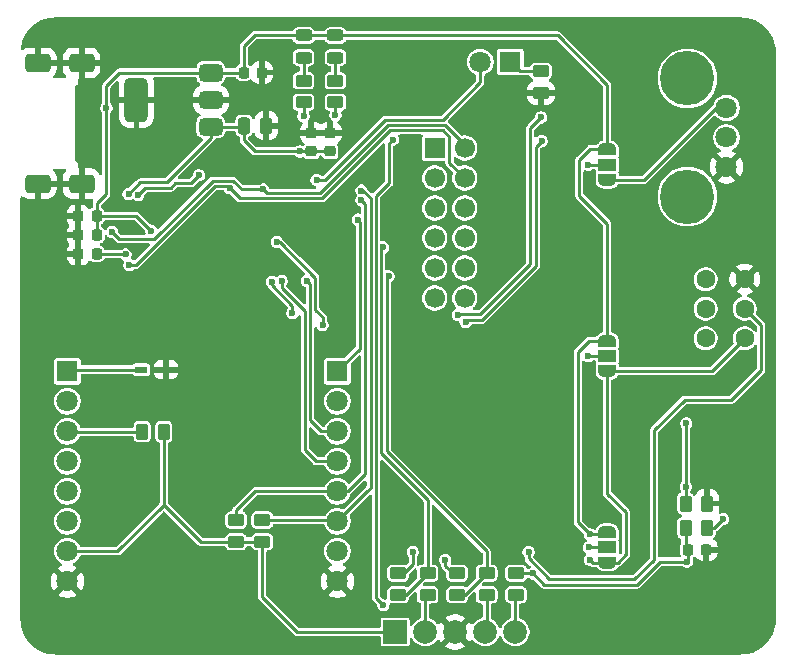
<source format=gbr>
%TF.GenerationSoftware,KiCad,Pcbnew,9.0.4*%
%TF.CreationDate,2025-09-01T15:43:59+02:00*%
%TF.ProjectId,Cours_Univ_2025_v1,436f7572-735f-4556-9e69-765f32303235,rev?*%
%TF.SameCoordinates,PX2faf080PY632ea00*%
%TF.FileFunction,Copper,L2,Bot*%
%TF.FilePolarity,Positive*%
%FSLAX46Y46*%
G04 Gerber Fmt 4.6, Leading zero omitted, Abs format (unit mm)*
G04 Created by KiCad (PCBNEW 9.0.4) date 2025-09-01 15:43:59*
%MOMM*%
%LPD*%
G01*
G04 APERTURE LIST*
G04 Aperture macros list*
%AMRoundRect*
0 Rectangle with rounded corners*
0 $1 Rounding radius*
0 $2 $3 $4 $5 $6 $7 $8 $9 X,Y pos of 4 corners*
0 Add a 4 corners polygon primitive as box body*
4,1,4,$2,$3,$4,$5,$6,$7,$8,$9,$2,$3,0*
0 Add four circle primitives for the rounded corners*
1,1,$1+$1,$2,$3*
1,1,$1+$1,$4,$5*
1,1,$1+$1,$6,$7*
1,1,$1+$1,$8,$9*
0 Add four rect primitives between the rounded corners*
20,1,$1+$1,$2,$3,$4,$5,0*
20,1,$1+$1,$4,$5,$6,$7,0*
20,1,$1+$1,$6,$7,$8,$9,0*
20,1,$1+$1,$8,$9,$2,$3,0*%
%AMFreePoly0*
4,1,23,0.550000,-0.750000,0.000000,-0.750000,0.000000,-0.745722,-0.065263,-0.745722,-0.191342,-0.711940,-0.304381,-0.646677,-0.396677,-0.554381,-0.461940,-0.441342,-0.495722,-0.315263,-0.495722,-0.250000,-0.500000,-0.250000,-0.500000,0.250000,-0.495722,0.250000,-0.495722,0.315263,-0.461940,0.441342,-0.396677,0.554381,-0.304381,0.646677,-0.191342,0.711940,-0.065263,0.745722,0.000000,0.745722,
0.000000,0.750000,0.550000,0.750000,0.550000,-0.750000,0.550000,-0.750000,$1*%
%AMFreePoly1*
4,1,23,0.000000,0.745722,0.065263,0.745722,0.191342,0.711940,0.304381,0.646677,0.396677,0.554381,0.461940,0.441342,0.495722,0.315263,0.495722,0.250000,0.500000,0.250000,0.500000,-0.250000,0.495722,-0.250000,0.495722,-0.315263,0.461940,-0.441342,0.396677,-0.554381,0.304381,-0.646677,0.191342,-0.711940,0.065263,-0.745722,0.000000,-0.745722,0.000000,-0.750000,-0.550000,-0.750000,
-0.550000,0.750000,0.000000,0.750000,0.000000,0.745722,0.000000,0.745722,$1*%
G04 Aperture macros list end*
%TA.AperFunction,SMDPad,CuDef*%
%ADD10R,1.000000X0.600000*%
%TD*%
%TA.AperFunction,ComponentPad*%
%ADD11RoundRect,0.400000X-0.700000X0.400000X-0.700000X-0.400000X0.700000X-0.400000X0.700000X0.400000X0*%
%TD*%
%TA.AperFunction,ComponentPad*%
%ADD12C,1.700000*%
%TD*%
%TA.AperFunction,ComponentPad*%
%ADD13R,1.700000X1.700000*%
%TD*%
%TA.AperFunction,SMDPad,CuDef*%
%ADD14FreePoly0,90.000000*%
%TD*%
%TA.AperFunction,SMDPad,CuDef*%
%ADD15R,1.500000X1.000000*%
%TD*%
%TA.AperFunction,SMDPad,CuDef*%
%ADD16FreePoly1,90.000000*%
%TD*%
%TA.AperFunction,ComponentPad*%
%ADD17R,1.800000X1.800000*%
%TD*%
%TA.AperFunction,ComponentPad*%
%ADD18C,1.800000*%
%TD*%
%TA.AperFunction,ComponentPad*%
%ADD19C,1.600000*%
%TD*%
%TA.AperFunction,SMDPad,CuDef*%
%ADD20RoundRect,0.225000X-0.225000X-0.250000X0.225000X-0.250000X0.225000X0.250000X-0.225000X0.250000X0*%
%TD*%
%TA.AperFunction,SMDPad,CuDef*%
%ADD21RoundRect,0.250000X-0.450000X0.262500X-0.450000X-0.262500X0.450000X-0.262500X0.450000X0.262500X0*%
%TD*%
%TA.AperFunction,SMDPad,CuDef*%
%ADD22RoundRect,0.250000X0.450000X-0.262500X0.450000X0.262500X-0.450000X0.262500X-0.450000X-0.262500X0*%
%TD*%
%TA.AperFunction,SMDPad,CuDef*%
%ADD23RoundRect,0.250000X0.262500X0.450000X-0.262500X0.450000X-0.262500X-0.450000X0.262500X-0.450000X0*%
%TD*%
%TA.AperFunction,SMDPad,CuDef*%
%ADD24RoundRect,0.225000X0.225000X0.250000X-0.225000X0.250000X-0.225000X-0.250000X0.225000X-0.250000X0*%
%TD*%
%TA.AperFunction,SMDPad,CuDef*%
%ADD25RoundRect,0.250000X-0.250000X-0.475000X0.250000X-0.475000X0.250000X0.475000X-0.250000X0.475000X0*%
%TD*%
%TA.AperFunction,SMDPad,CuDef*%
%ADD26RoundRect,0.225000X-0.250000X0.225000X-0.250000X-0.225000X0.250000X-0.225000X0.250000X0.225000X0*%
%TD*%
%TA.AperFunction,SMDPad,CuDef*%
%ADD27RoundRect,0.250000X-0.262500X-0.450000X0.262500X-0.450000X0.262500X0.450000X-0.262500X0.450000X0*%
%TD*%
%TA.AperFunction,SMDPad,CuDef*%
%ADD28RoundRect,0.243750X0.456250X-0.243750X0.456250X0.243750X-0.456250X0.243750X-0.456250X-0.243750X0*%
%TD*%
%TA.AperFunction,SMDPad,CuDef*%
%ADD29RoundRect,0.375000X0.625000X0.375000X-0.625000X0.375000X-0.625000X-0.375000X0.625000X-0.375000X0*%
%TD*%
%TA.AperFunction,SMDPad,CuDef*%
%ADD30RoundRect,0.500000X0.500000X1.400000X-0.500000X1.400000X-0.500000X-1.400000X0.500000X-1.400000X0*%
%TD*%
%TA.AperFunction,ComponentPad*%
%ADD31R,2.000000X2.000000*%
%TD*%
%TA.AperFunction,ComponentPad*%
%ADD32C,2.000000*%
%TD*%
%TA.AperFunction,ComponentPad*%
%ADD33C,4.600000*%
%TD*%
%TA.AperFunction,ViaPad*%
%ADD34C,0.600000*%
%TD*%
%TA.AperFunction,Conductor*%
%ADD35C,0.250000*%
%TD*%
G04 APERTURE END LIST*
D10*
%TO.P,D2,1,K*%
%TO.N,AN*%
X10250000Y24150000D03*
%TO.P,D2,2,A*%
%TO.N,GND*%
X12350000Y24150000D03*
%TD*%
D11*
%TO.P,X1,5,GND*%
%TO.N,GND*%
X5200000Y50100000D03*
X1500000Y50100000D03*
X5200000Y39900000D03*
X1500000Y39900000D03*
%TD*%
D12*
%TO.P,J2,12,Pin_12*%
%TO.N,unconnected-(J2-Pin_12-Pad12)*%
X37640000Y30200000D03*
%TO.P,J2,11,Pin_11*%
%TO.N,unconnected-(J2-Pin_11-Pad11)*%
X35100000Y30200000D03*
%TO.P,J2,10,Pin_10*%
%TO.N,PA12*%
X37640000Y32740000D03*
%TO.P,J2,9,Pin_9*%
%TO.N,PB5*%
X35100000Y32740000D03*
%TO.P,J2,8,Pin_8*%
%TO.N,PA11*%
X37640000Y35280000D03*
%TO.P,J2,7,Pin_7*%
%TO.N,PB8*%
X35100000Y35280000D03*
%TO.P,J2,6,Pin_6*%
%TO.N,PB1*%
X37640000Y37820000D03*
%TO.P,J2,5,Pin_5*%
%TO.N,PB9*%
X35100000Y37820000D03*
%TO.P,J2,4,Pin_4*%
%TO.N,TX2*%
X37640000Y40360000D03*
%TO.P,J2,3,Pin_3*%
%TO.N,PC14*%
X35100000Y40360000D03*
%TO.P,J2,2,Pin_2*%
%TO.N,RX2*%
X37640000Y42900000D03*
D13*
%TO.P,J2,1,Pin_1*%
%TO.N,PC15*%
X35100000Y42900000D03*
%TD*%
D14*
%TO.P,JP1,1,A*%
%TO.N,+3V3*%
X49700000Y7800000D03*
D15*
%TO.P,JP1,2,C*%
%TO.N,Net-(J4-Pin_3)*%
X49700000Y9100000D03*
D16*
%TO.P,JP1,3,B*%
%TO.N,+5V*%
X49700000Y10400000D03*
%TD*%
%TO.P,JP2,3,B*%
%TO.N,+5V*%
X49700000Y42800000D03*
D15*
%TO.P,JP2,2,C*%
%TO.N,Net-(J3-Pin_3)*%
X49700000Y41500000D03*
D14*
%TO.P,JP2,1,A*%
%TO.N,+3V3*%
X49700000Y40200000D03*
%TD*%
%TO.P,JP3,1,A*%
%TO.N,+3V3*%
X49700000Y24000000D03*
D15*
%TO.P,JP3,2,C*%
%TO.N,Net-(J5-Pin_3)*%
X49700000Y25300000D03*
D16*
%TO.P,JP3,3,B*%
%TO.N,+5V*%
X49700000Y26600000D03*
%TD*%
D17*
%TO.P,CON1,1,AN*%
%TO.N,AN*%
X4000000Y24000000D03*
D18*
%TO.P,CON1,2,RST*%
%TO.N,RST*%
X4000000Y21460000D03*
%TO.P,CON1,3,CS*%
%TO.N,CS*%
X4000000Y18920000D03*
%TO.P,CON1,4,SCK*%
%TO.N,SCK*%
X4000000Y16380000D03*
%TO.P,CON1,5,MISO*%
%TO.N,MISO*%
X4000000Y13840000D03*
%TO.P,CON1,6,MOSI*%
%TO.N,MOSI*%
X4000000Y11300000D03*
%TO.P,CON1,7,3V3*%
%TO.N,+3V3*%
X4000000Y8760000D03*
%TO.P,CON1,8,GND1*%
%TO.N,GND*%
X4000000Y6220000D03*
%TO.P,CON1,9,GND2*%
X26860000Y6220000D03*
%TO.P,CON1,10,5V*%
%TO.N,+5V*%
X26860000Y8760000D03*
%TO.P,CON1,11,SDA*%
%TO.N,SDA*%
X26860000Y11300000D03*
%TO.P,CON1,12,SCL*%
%TO.N,SCL*%
X26860000Y13840000D03*
%TO.P,CON1,13,TX*%
%TO.N,TX1*%
X26860000Y16380000D03*
%TO.P,CON1,14,RX*%
%TO.N,RX1*%
X26860000Y18920000D03*
%TO.P,CON1,15,INT*%
%TO.N,INT*%
X26860000Y21460000D03*
D17*
%TO.P,CON1,16,PWM*%
%TO.N,PWM*%
X26860000Y24000000D03*
%TD*%
%TO.P,D3/PB1,1,K*%
%TO.N,Net-(D3/PB1-K)*%
X41500000Y50200000D03*
D18*
%TO.P,D3/PB1,2,A*%
%TO.N,LEDG*%
X38960000Y50200000D03*
%TD*%
D19*
%TO.P,BOOT0,1*%
%TO.N,+3V3*%
X61350000Y26800000D03*
%TO.P,BOOT0,2*%
%TO.N,BOOT*%
X61350000Y29300000D03*
%TO.P,BOOT0,3*%
%TO.N,GND*%
X61350000Y31800000D03*
%TO.P,BOOT0,4*%
%TO.N,unconnected-(BOOT0-Pad4)*%
X58050000Y26800000D03*
%TO.P,BOOT0,5*%
%TO.N,unconnected-(BOOT0-Pad5)*%
X58050000Y29300000D03*
%TO.P,BOOT0,6*%
%TO.N,unconnected-(BOOT0-Pad6)*%
X58050000Y31800000D03*
%TD*%
D20*
%TO.P,C8,1*%
%TO.N,GND*%
X4925000Y35550000D03*
%TO.P,C8,2*%
%TO.N,+5V*%
X6475000Y35550000D03*
%TD*%
D21*
%TO.P,R4,1*%
%TO.N,SWDIO*%
X39500000Y6912500D03*
%TO.P,R4,2*%
%TO.N,Net-(J1-Pin_4)*%
X39500000Y5087500D03*
%TD*%
%TO.P,R5,1*%
%TO.N,RESET*%
X42000000Y6912500D03*
%TO.P,R5,2*%
%TO.N,Net-(J1-Pin_5)*%
X42000000Y5087500D03*
%TD*%
%TO.P,R6,1*%
%TO.N,SWCLK*%
X34500000Y6912500D03*
%TO.P,R6,2*%
%TO.N,Net-(J1-Pin_2)*%
X34500000Y5087500D03*
%TD*%
D22*
%TO.P,R7,1*%
%TO.N,+3V3*%
X20500000Y9587500D03*
%TO.P,R7,2*%
%TO.N,SDA*%
X20500000Y11412500D03*
%TD*%
%TO.P,R8,1*%
%TO.N,+3V3*%
X18290000Y9577500D03*
%TO.P,R8,2*%
%TO.N,SCL*%
X18290000Y11402500D03*
%TD*%
D21*
%TO.P,R9,1*%
%TO.N,BOOT*%
X32000000Y6912500D03*
%TO.P,R9,2*%
%TO.N,SWCLK*%
X32000000Y5087500D03*
%TD*%
%TO.P,R10,1*%
%TO.N,+3V3*%
X37000000Y6912500D03*
%TO.P,R10,2*%
%TO.N,SWDIO*%
X37000000Y5087500D03*
%TD*%
D23*
%TO.P,R11,1*%
%TO.N,+3V3*%
X12162500Y18900000D03*
%TO.P,R11,2*%
%TO.N,CS*%
X10337500Y18900000D03*
%TD*%
D22*
%TO.P,R14,1*%
%TO.N,GND*%
X44100000Y47587500D03*
%TO.P,R14,2*%
%TO.N,Net-(D3/PB1-K)*%
X44100000Y49412500D03*
%TD*%
D24*
%TO.P,C4,1*%
%TO.N,GND*%
X20475000Y49300000D03*
%TO.P,C4,2*%
%TO.N,+5V*%
X18925000Y49300000D03*
%TD*%
%TO.P,C14,1*%
%TO.N,GND*%
X58100000Y8900000D03*
%TO.P,C14,2*%
%TO.N,RESET*%
X56550000Y8900000D03*
%TD*%
D23*
%TO.P,R13,1*%
%TO.N,GND*%
X58162500Y12810000D03*
%TO.P,R13,2*%
%TO.N,BP*%
X56337500Y12810000D03*
%TD*%
D25*
%TO.P,C5,1*%
%TO.N,+3V3*%
X18950000Y44800000D03*
%TO.P,C5,2*%
%TO.N,GND*%
X20850000Y44800000D03*
%TD*%
D26*
%TO.P,C12,1*%
%TO.N,GND*%
X26250000Y44175000D03*
%TO.P,C12,2*%
%TO.N,+3V3*%
X26250000Y42625000D03*
%TD*%
%TO.P,C13,1*%
%TO.N,GND*%
X24650000Y44175000D03*
%TO.P,C13,2*%
%TO.N,+3V3*%
X24650000Y42625000D03*
%TD*%
D20*
%TO.P,C6,1*%
%TO.N,GND*%
X4925000Y33950000D03*
%TO.P,C6,2*%
%TO.N,VCCIO*%
X6475000Y33950000D03*
%TD*%
%TO.P,C7,1*%
%TO.N,GND*%
X4925000Y37150000D03*
%TO.P,C7,2*%
%TO.N,+5V*%
X6475000Y37150000D03*
%TD*%
D27*
%TO.P,R12,1*%
%TO.N,RESET*%
X56337500Y10750000D03*
%TO.P,R12,2*%
%TO.N,+3V3*%
X58162500Y10750000D03*
%TD*%
D21*
%TO.P,R16,1*%
%TO.N,Net-(D4-K)*%
X24000000Y48612500D03*
%TO.P,R16,2*%
%TO.N,RXLED*%
X24000000Y46787500D03*
%TD*%
D28*
%TO.P,D3,1,K*%
%TO.N,Net-(D3-K)*%
X26700000Y50562500D03*
%TO.P,D3,2,A*%
%TO.N,+5V*%
X26700000Y52437500D03*
%TD*%
D21*
%TO.P,R15,1*%
%TO.N,Net-(D3-K)*%
X26700000Y48612500D03*
%TO.P,R15,2*%
%TO.N,TXLED*%
X26700000Y46787500D03*
%TD*%
D29*
%TO.P,U3,1,VIN*%
%TO.N,+5V*%
X16150000Y49300000D03*
%TO.P,U3,2,GND*%
%TO.N,GND*%
X16150000Y47000000D03*
%TO.P,U3,3,VOUT*%
%TO.N,+3V3*%
X16150000Y44700000D03*
D30*
%TO.P,U3,4,GND*%
%TO.N,GND*%
X9850000Y47000000D03*
%TD*%
D28*
%TO.P,D4,1,K*%
%TO.N,Net-(D4-K)*%
X24000000Y50562500D03*
%TO.P,D4,2,A*%
%TO.N,+5V*%
X24000000Y52437500D03*
%TD*%
D31*
%TO.P,J1,1,Pin_1*%
%TO.N,+3V3*%
X31750000Y1930000D03*
D32*
%TO.P,J1,2,Pin_2*%
%TO.N,Net-(J1-Pin_2)*%
X34290000Y1930000D03*
%TO.P,J1,3,Pin_3*%
%TO.N,GND*%
X36830000Y1930000D03*
%TO.P,J1,4,Pin_4*%
%TO.N,Net-(J1-Pin_4)*%
X39370000Y1930000D03*
%TO.P,J1,5,Pin_5*%
%TO.N,Net-(J1-Pin_5)*%
X41910000Y1930000D03*
%TD*%
D33*
%TO.P,RV1/PB0,*%
%TO.N,*%
X56500000Y48800000D03*
X56500000Y38800000D03*
D18*
%TO.P,RV1/PB0,1,1*%
%TO.N,GND*%
X59800000Y41300000D03*
%TO.P,RV1/PB0,2,2*%
%TO.N,AN_POT*%
X59800000Y43800000D03*
%TO.P,RV1/PB0,3,3*%
%TO.N,+3V3*%
X59800000Y46300000D03*
%TD*%
D34*
%TO.N,GND*%
X7900000Y34650000D03*
X32800000Y36650000D03*
X30900000Y36750000D03*
X18800000Y40900000D03*
%TO.N,PB3*%
X44100000Y45500000D03*
%TO.N,PA15*%
X44150000Y43500000D03*
%TO.N,PB3*%
X37075000Y28775000D03*
%TO.N,PA15*%
X37725000Y28175000D03*
%TO.N,GND*%
X48100000Y19050000D03*
%TO.N,+5V*%
X48250000Y10200000D03*
%TO.N,GND*%
X54850000Y14900000D03*
%TO.N,BOOT*%
X43050000Y8700000D03*
%TO.N,+3V3*%
X48250000Y8050000D03*
%TO.N,Net-(J4-Pin_3)*%
X48150000Y9100000D03*
%TO.N,Net-(J5-Pin_3)*%
X48100000Y25300000D03*
%TO.N,Net-(J3-Pin_3)*%
X48100000Y41500000D03*
%TO.N,TX2*%
X17750000Y39500000D03*
X9250000Y33000000D03*
%TO.N,RX2*%
X7800000Y35800000D03*
X20600000Y39400000D03*
%TO.N,GND*%
X11500000Y38550000D03*
%TO.N,+5V*%
X11100000Y35900000D03*
%TO.N,VCCIO*%
X8925000Y33900000D03*
%TO.N,RX1*%
X24300000Y31650000D03*
%TO.N,TX1*%
X22150000Y31650000D03*
%TO.N,GND*%
X25300000Y47700000D03*
X22900000Y37350000D03*
X19500000Y33300000D03*
X20300000Y30800000D03*
X16400000Y37700000D03*
X29300000Y40800000D03*
X32600000Y41600000D03*
X27600000Y32400000D03*
X32800000Y39400000D03*
X8100000Y22900000D03*
X6200000Y20200000D03*
X5600000Y14300000D03*
X44100000Y9050000D03*
X59000000Y16300000D03*
X30800000Y5500000D03*
X62000000Y24900000D03*
X9900000Y36000000D03*
X8200000Y43200000D03*
X3300000Y39100000D03*
X25900000Y35100000D03*
X23300000Y31300000D03*
X12850000Y34650000D03*
%TO.N,+5V*%
X7300000Y46300000D03*
%TO.N,+3V3*%
X59515000Y11490000D03*
X36000000Y8050000D03*
X9175220Y39008664D03*
X23700000Y42625000D03*
%TO.N,RESET*%
X43440000Y6890000D03*
X31550000Y43625019D03*
X30750000Y4190000D03*
X56450000Y7900000D03*
%TO.N,LEDG*%
X25100000Y40200000D03*
%TO.N,SWDIO*%
X31200030Y32040000D03*
%TO.N,SWCLK*%
X30750020Y34490000D03*
%TO.N,SDA*%
X28900000Y39300000D03*
%TO.N,SCL*%
X28900000Y38500000D03*
%TO.N,BP*%
X23050000Y28943484D03*
X21300000Y31575500D03*
X56400000Y19600000D03*
X56350000Y14250000D03*
%TO.N,INT*%
X25600000Y27919990D03*
X21750000Y34950000D03*
%TO.N,PWM*%
X28600000Y36850000D03*
%TO.N,TXLED*%
X26700000Y45700000D03*
%TO.N,RXLED*%
X15131902Y40600000D03*
X10000000Y38950000D03*
X24000000Y45600000D03*
%TO.N,BOOT*%
X33240000Y8700000D03*
%TD*%
D35*
%TO.N,LEDG*%
X35800000Y45300000D02*
X38960000Y48460000D01*
X38960000Y48460000D02*
X38960000Y50200000D01*
X25800000Y40200000D02*
X30900000Y45300000D01*
X25100000Y40200000D02*
X25800000Y40200000D01*
X30900000Y45300000D02*
X35800000Y45300000D01*
%TO.N,+3V3*%
X58900000Y46300000D02*
X59800000Y46300000D01*
X52800000Y40200000D02*
X58900000Y46300000D01*
X49700000Y40200000D02*
X52800000Y40200000D01*
%TO.N,PB3*%
X43200000Y44600000D02*
X44100000Y45500000D01*
X43200000Y36150000D02*
X43200000Y44600000D01*
X38963604Y28850000D02*
X39206802Y29093198D01*
X39206802Y29093198D02*
X43200000Y33086396D01*
X37700000Y28850000D02*
X38963604Y28850000D01*
X37150000Y28850000D02*
X37700000Y28850000D01*
X43200000Y33086396D02*
X43200000Y36150000D01*
X37075000Y28775000D02*
X37150000Y28850000D01*
%TO.N,PA15*%
X43650000Y43000000D02*
X44150000Y43500000D01*
X39100000Y28350000D02*
X43650000Y32900000D01*
X43650000Y32900000D02*
X43650000Y43000000D01*
X37900000Y28350000D02*
X39100000Y28350000D01*
X37725000Y28175000D02*
X37900000Y28350000D01*
%TO.N,+5V*%
X47350000Y41900000D02*
X48250000Y42800000D01*
X49700000Y36500000D02*
X47350000Y38850000D01*
X48250000Y42800000D02*
X49700000Y42800000D01*
X49700000Y26600000D02*
X49700000Y36500000D01*
X47350000Y38850000D02*
X47350000Y41900000D01*
X47200000Y25600000D02*
X48200000Y26600000D01*
X47200000Y11250000D02*
X47200000Y25600000D01*
X48250000Y10200000D02*
X47200000Y11250000D01*
X48200000Y26600000D02*
X49700000Y26600000D01*
X49500000Y10200000D02*
X49700000Y10400000D01*
X48250000Y10200000D02*
X49500000Y10200000D01*
%TO.N,RX2*%
X16300000Y40150000D02*
X18000000Y40150000D01*
X18000000Y40150000D02*
X18750000Y39400000D01*
X18750000Y39400000D02*
X20600000Y39400000D01*
X11350000Y35200000D02*
X16300000Y40150000D01*
X8400000Y35200000D02*
X11350000Y35200000D01*
X7800000Y35800000D02*
X8400000Y35200000D01*
X37640000Y43196396D02*
X37640000Y42900000D01*
X25363604Y39100000D02*
X31113604Y44850000D01*
X35986396Y44850000D02*
X37640000Y43196396D01*
X20900000Y39100000D02*
X25363604Y39100000D01*
X20600000Y39400000D02*
X20900000Y39100000D01*
X31113604Y44850000D02*
X35986396Y44850000D01*
%TO.N,TX2*%
X25550000Y38650000D02*
X18600000Y38650000D01*
X35800000Y44400000D02*
X31300000Y44400000D01*
X18600000Y38650000D02*
X17750000Y39500000D01*
X36350000Y43850000D02*
X35800000Y44400000D01*
X36350000Y41650000D02*
X36350000Y43850000D01*
X31300000Y44400000D02*
X25550000Y38650000D01*
X37640000Y40360000D02*
X36350000Y41650000D01*
%TO.N,+3V3*%
X50600000Y7800000D02*
X49700000Y7800000D01*
X51300000Y8500000D02*
X50600000Y7800000D01*
X51300000Y12050000D02*
X51300000Y8500000D01*
X49700000Y13650000D02*
X51300000Y12050000D01*
X49700000Y24000000D02*
X49700000Y13650000D01*
X58550000Y24000000D02*
X49700000Y24000000D01*
X61350000Y26800000D02*
X58550000Y24000000D01*
%TO.N,BOOT*%
X43050000Y8163884D02*
X43050000Y8700000D01*
X44813884Y6400000D02*
X43050000Y8163884D01*
X53656802Y19006802D02*
X53656802Y8043198D01*
X53656802Y8043198D02*
X52013604Y6400000D01*
X56250000Y21600000D02*
X53656802Y19006802D01*
X60200000Y21600000D02*
X56250000Y21600000D01*
X62750000Y24150000D02*
X60200000Y21600000D01*
X52013604Y6400000D02*
X44813884Y6400000D01*
X62750000Y27900000D02*
X62750000Y24150000D01*
X61350000Y29300000D02*
X62750000Y27900000D01*
%TO.N,+3V3*%
X36000000Y7550000D02*
X36637500Y6912500D01*
X36637500Y6912500D02*
X37000000Y6912500D01*
X36000000Y8050000D02*
X36000000Y7550000D01*
X48500000Y7800000D02*
X48250000Y8050000D01*
X49700000Y7800000D02*
X48500000Y7800000D01*
%TO.N,RESET*%
X52200000Y5950000D02*
X44380000Y5950000D01*
X44380000Y5950000D02*
X43440000Y6890000D01*
X56450000Y7900000D02*
X54150000Y7900000D01*
X54150000Y7900000D02*
X52200000Y5950000D01*
%TO.N,Net-(J4-Pin_3)*%
X48150000Y9100000D02*
X49700000Y9100000D01*
%TO.N,Net-(J5-Pin_3)*%
X48100000Y25300000D02*
X49700000Y25300000D01*
%TO.N,Net-(J3-Pin_3)*%
X48100000Y41500000D02*
X49700000Y41500000D01*
%TO.N,+5V*%
X49700000Y48250000D02*
X49700000Y42800000D01*
X45512500Y52437500D02*
X49700000Y48250000D01*
X26700000Y52437500D02*
X45512500Y52437500D01*
%TO.N,+3V3*%
X26225000Y42625000D02*
X26250000Y42650000D01*
X24650000Y42625000D02*
X26225000Y42625000D01*
X23700000Y42625000D02*
X24650000Y42625000D01*
%TO.N,TX2*%
X17550000Y39700000D02*
X17750000Y39500000D01*
X9786396Y33000000D02*
X11918198Y35131802D01*
X9250000Y33000000D02*
X9786396Y33000000D01*
X17200000Y39700000D02*
X17550000Y39700000D01*
X16486396Y39700000D02*
X17200000Y39700000D01*
X11918198Y35131802D02*
X16486396Y39700000D01*
%TO.N,+5V*%
X9850000Y37150000D02*
X11100000Y35900000D01*
X6475000Y37150000D02*
X9850000Y37150000D01*
X6475000Y38225000D02*
X6475000Y37150000D01*
X7300000Y39050000D02*
X6475000Y38225000D01*
X7300000Y46300000D02*
X7300000Y39050000D01*
%TO.N,VCCIO*%
X8875000Y33950000D02*
X8925000Y33900000D01*
X6475000Y33950000D02*
X8875000Y33950000D01*
%TO.N,+5V*%
X6475000Y37150000D02*
X6475000Y35550000D01*
%TO.N,RXLED*%
X14481902Y39950000D02*
X15131902Y40600000D01*
X12750000Y39550000D02*
X13150000Y39950000D01*
X13150000Y39950000D02*
X14481902Y39950000D01*
X10600000Y39550000D02*
X12750000Y39550000D01*
X10000000Y38950000D02*
X10600000Y39550000D01*
%TO.N,TX1*%
X24100000Y17360000D02*
X25080000Y16380000D01*
X24100000Y29114654D02*
X24100000Y17360000D01*
X22150000Y31064654D02*
X24100000Y29114654D01*
X25080000Y16380000D02*
X26860000Y16380000D01*
X22150000Y31650000D02*
X22150000Y31064654D01*
%TO.N,RX1*%
X25480000Y18920000D02*
X26860000Y18920000D01*
X24550000Y19850000D02*
X25480000Y18920000D01*
X24550000Y31400000D02*
X24550000Y19850000D01*
X24300000Y31650000D02*
X24550000Y31400000D01*
%TO.N,BP*%
X21300000Y31278258D02*
X21300000Y31575500D01*
X23050000Y29528258D02*
X21300000Y31278258D01*
X23050000Y28943484D02*
X23050000Y29528258D01*
%TO.N,INT*%
X25000000Y29200000D02*
X25000000Y31938606D01*
X21988606Y34950000D02*
X21750000Y34950000D01*
X25600000Y28600000D02*
X25000000Y29200000D01*
X25600000Y27919990D02*
X25600000Y28600000D01*
X25000000Y31938606D02*
X21988606Y34950000D01*
%TO.N,+5V*%
X26700000Y52437500D02*
X24000000Y52437500D01*
X16150000Y49300000D02*
X18925000Y49300000D01*
X19887500Y52487500D02*
X18925000Y51525000D01*
X7300000Y48200000D02*
X8400000Y49300000D01*
X18925000Y51525000D02*
X18925000Y49300000D01*
X23950000Y52487500D02*
X19887500Y52487500D01*
X7300000Y46300000D02*
X7300000Y48200000D01*
X8400000Y49300000D02*
X16150000Y49300000D01*
%TO.N,+3V3*%
X18290000Y9577500D02*
X15272500Y9577500D01*
X4000000Y8760000D02*
X8235000Y8760000D01*
X23700000Y42625000D02*
X19900000Y42625000D01*
X58162500Y10750000D02*
X58775000Y10750000D01*
X23450000Y1930000D02*
X31750000Y1930000D01*
X18850000Y44700000D02*
X18950000Y44800000D01*
X20500000Y4880000D02*
X23450000Y1930000D01*
X16150000Y44700000D02*
X18850000Y44700000D01*
X18950000Y43575000D02*
X18950000Y44800000D01*
X58775000Y10750000D02*
X59515000Y11490000D01*
X20500000Y9587500D02*
X18300000Y9587500D01*
X15272500Y9577500D02*
X12162500Y12687500D01*
X12162500Y12687500D02*
X12162500Y18900000D01*
X19900000Y42625000D02*
X18950000Y43575000D01*
X20500000Y9587500D02*
X20500000Y4880000D01*
X18300000Y9587500D02*
X18290000Y9577500D01*
X8235000Y8760000D02*
X12162500Y12687500D01*
%TO.N,RESET*%
X31550000Y43625019D02*
X31230158Y43305177D01*
X42000000Y6912500D02*
X43417500Y6912500D01*
X43417500Y6912500D02*
X43440000Y6890000D01*
X56550000Y8000000D02*
X56450000Y7900000D01*
X56337500Y10750000D02*
X56337500Y9112500D01*
X30125020Y4814980D02*
X30750000Y4190000D01*
X56337500Y9112500D02*
X56550000Y8900000D01*
X31230158Y39941530D02*
X30125020Y38836392D01*
X30125020Y38836392D02*
X30125020Y4814980D01*
X31230158Y43305177D02*
X31230158Y39941530D01*
X56550000Y8900000D02*
X56550000Y8000000D01*
%TO.N,Net-(D3/PB1-K)*%
X44100000Y49412500D02*
X42287500Y49412500D01*
X42287500Y49412500D02*
X41500000Y50200000D01*
%TO.N,AN*%
X4150000Y24150000D02*
X4000000Y24000000D01*
X10300000Y24150000D02*
X4150000Y24150000D01*
%TO.N,Net-(J1-Pin_5)*%
X41910000Y1930000D02*
X41910000Y4997500D01*
X41910000Y4997500D02*
X42000000Y5087500D01*
%TO.N,Net-(J1-Pin_2)*%
X34290000Y4877500D02*
X34500000Y5087500D01*
X34290000Y1930000D02*
X34290000Y4877500D01*
%TO.N,Net-(J1-Pin_4)*%
X39500000Y5087500D02*
X39500000Y2060000D01*
X39500000Y2060000D02*
X39370000Y1930000D01*
%TO.N,SWDIO*%
X31025040Y31865010D02*
X31025040Y17241430D01*
X31200030Y32040000D02*
X31025040Y31865010D01*
X39500000Y8766470D02*
X39500000Y6912500D01*
X37675000Y5087500D02*
X39500000Y6912500D01*
X37000000Y5087500D02*
X37675000Y5087500D01*
X31025040Y17241430D02*
X39500000Y8766470D01*
%TO.N,SWCLK*%
X30575030Y34315010D02*
X30575030Y17055030D01*
X34500000Y13130060D02*
X34500000Y6912500D01*
X30575030Y17055030D02*
X34500000Y13130060D01*
X32675000Y5087500D02*
X34500000Y6912500D01*
X30750020Y34490000D02*
X30575030Y34315010D01*
X32000000Y5087500D02*
X32675000Y5087500D01*
%TO.N,SDA*%
X29400010Y13840010D02*
X29400010Y13850010D01*
X26860000Y11300000D02*
X29400010Y13840010D01*
X29675010Y14125010D02*
X29675010Y38649992D01*
X26747500Y11412500D02*
X26860000Y11300000D01*
X29675010Y38649992D02*
X29025002Y39300000D01*
X29025002Y39300000D02*
X28900000Y39300000D01*
X29400010Y13850010D02*
X29675010Y14125010D01*
X20500000Y11412500D02*
X26747500Y11412500D01*
%TO.N,SCL*%
X29225000Y38175000D02*
X28900000Y38500000D01*
X29225000Y15325000D02*
X27740000Y13840000D01*
X18290000Y12240000D02*
X18290000Y11402500D01*
X29225000Y38175000D02*
X29225000Y15325000D01*
X27740000Y13840000D02*
X26860000Y13840000D01*
X19890000Y13840000D02*
X18290000Y12240000D01*
X26860000Y13840000D02*
X19890000Y13840000D01*
%TO.N,CS*%
X10350000Y18900000D02*
X4020000Y18900000D01*
%TO.N,BP*%
X56350000Y14250000D02*
X56350000Y12822500D01*
X56350000Y19550000D02*
X56400000Y19600000D01*
X56350000Y14250000D02*
X56350000Y19550000D01*
X56350000Y12822500D02*
X56337500Y12810000D01*
%TO.N,PWM*%
X28774990Y25914990D02*
X26860000Y24000000D01*
X28600000Y36850000D02*
X28774990Y36675010D01*
X28774990Y36675010D02*
X28774990Y25914990D01*
%TO.N,Net-(D3-K)*%
X26700000Y50562500D02*
X26700000Y48612500D01*
%TO.N,Net-(D4-K)*%
X24000000Y50562500D02*
X24000000Y48612500D01*
%TO.N,TXLED*%
X26700000Y46787500D02*
X26700000Y45700000D01*
%TO.N,RXLED*%
X24000000Y46787500D02*
X24000000Y45600000D01*
%TO.N,+3V3*%
X16150000Y43750000D02*
X16150000Y44700000D01*
X10166556Y40000000D02*
X12400000Y40000000D01*
X9175220Y39008664D02*
X10166556Y40000000D01*
X12400000Y40000000D02*
X16150000Y43750000D01*
%TO.N,BOOT*%
X33240000Y8700000D02*
X33240000Y7650000D01*
X33240000Y7650000D02*
X32502500Y6912500D01*
X32502500Y6912500D02*
X32000000Y6912500D01*
%TD*%
%TA.AperFunction,Conductor*%
%TO.N,GND*%
G36*
X61003300Y53974328D02*
G01*
X61304319Y53958551D01*
X61317436Y53957173D01*
X61611911Y53910533D01*
X61624811Y53907791D01*
X61912799Y53830626D01*
X61925332Y53826553D01*
X62203672Y53719708D01*
X62215719Y53714344D01*
X62481368Y53578990D01*
X62492785Y53572399D01*
X62742838Y53410012D01*
X62753495Y53402268D01*
X62985197Y53214640D01*
X62994998Y53205815D01*
X63205814Y52994999D01*
X63214639Y52985198D01*
X63397441Y52759456D01*
X63402263Y52753502D01*
X63410013Y52742836D01*
X63428763Y52713963D01*
X63572394Y52492792D01*
X63578989Y52481369D01*
X63714343Y52215720D01*
X63719707Y52203673D01*
X63826550Y51925339D01*
X63830626Y51912795D01*
X63907790Y51624812D01*
X63910532Y51611912D01*
X63957172Y51317437D01*
X63958550Y51304321D01*
X63974327Y51003302D01*
X63974500Y50996707D01*
X63974500Y3003294D01*
X63974327Y2996699D01*
X63958550Y2695680D01*
X63957172Y2682564D01*
X63910532Y2388089D01*
X63907790Y2375189D01*
X63830626Y2087206D01*
X63826550Y2074662D01*
X63719707Y1796328D01*
X63714343Y1784281D01*
X63578989Y1518632D01*
X63572394Y1507209D01*
X63410015Y1257168D01*
X63402263Y1246499D01*
X63214639Y1014803D01*
X63205814Y1005002D01*
X62994998Y794186D01*
X62985197Y785361D01*
X62753501Y597737D01*
X62742832Y589985D01*
X62492791Y427606D01*
X62481368Y421011D01*
X62215719Y285657D01*
X62203672Y280293D01*
X61925338Y173450D01*
X61912794Y169374D01*
X61624811Y92210D01*
X61611911Y89468D01*
X61317436Y42828D01*
X61304320Y41450D01*
X61020488Y26574D01*
X61003299Y25673D01*
X60996707Y25500D01*
X3003293Y25500D01*
X2996700Y25673D01*
X2978512Y26627D01*
X2695679Y41450D01*
X2682563Y42828D01*
X2388088Y89468D01*
X2375188Y92210D01*
X2087205Y169374D01*
X2074661Y173450D01*
X1796327Y280293D01*
X1784280Y285657D01*
X1518631Y421011D01*
X1507208Y427606D01*
X1257167Y589985D01*
X1246498Y597737D01*
X1187493Y645518D01*
X1014802Y785361D01*
X1005001Y794186D01*
X794185Y1005002D01*
X785360Y1014803D01*
X597732Y1246505D01*
X589988Y1257162D01*
X427601Y1507215D01*
X421010Y1518632D01*
X285656Y1784281D01*
X280292Y1796328D01*
X228980Y1929999D01*
X173447Y2074668D01*
X169373Y2087206D01*
X134916Y2215801D01*
X92209Y2375189D01*
X89467Y2388089D01*
X52116Y2623913D01*
X42826Y2682565D01*
X41449Y2695681D01*
X25673Y2996700D01*
X25500Y3003294D01*
X25500Y11388185D01*
X2879500Y11388185D01*
X2879500Y11211815D01*
X2907090Y11037616D01*
X2961592Y10869877D01*
X3037703Y10720500D01*
X3041664Y10712727D01*
X3046737Y10705745D01*
X3145330Y10570043D01*
X3145332Y10570041D01*
X3145334Y10570038D01*
X3270037Y10445335D01*
X3270040Y10445333D01*
X3270043Y10445330D01*
X3412730Y10341662D01*
X3569877Y10261592D01*
X3737616Y10207090D01*
X3911815Y10179500D01*
X3911818Y10179500D01*
X4088182Y10179500D01*
X4088185Y10179500D01*
X4262384Y10207090D01*
X4430123Y10261592D01*
X4587270Y10341662D01*
X4729957Y10445330D01*
X4854670Y10570043D01*
X4958338Y10712730D01*
X5038408Y10869877D01*
X5092910Y11037616D01*
X5120500Y11211815D01*
X5120500Y11388185D01*
X5092910Y11562384D01*
X5038408Y11730123D01*
X4958338Y11887270D01*
X4854670Y12029957D01*
X4854667Y12029960D01*
X4854665Y12029963D01*
X4729962Y12154666D01*
X4729959Y12154668D01*
X4729957Y12154670D01*
X4587270Y12258338D01*
X4430123Y12338408D01*
X4262384Y12392910D01*
X4088185Y12420500D01*
X3911815Y12420500D01*
X3737616Y12392910D01*
X3737613Y12392910D01*
X3737612Y12392909D01*
X3677441Y12373358D01*
X3569877Y12338408D01*
X3569875Y12338408D01*
X3569875Y12338407D01*
X3412726Y12258336D01*
X3270040Y12154668D01*
X3270037Y12154666D01*
X3145334Y12029963D01*
X3145332Y12029960D01*
X3041664Y11887274D01*
X3041662Y11887270D01*
X2961592Y11730123D01*
X2907090Y11562384D01*
X2879500Y11388185D01*
X25500Y11388185D01*
X25500Y13928185D01*
X2879500Y13928185D01*
X2879500Y13751815D01*
X2907090Y13577616D01*
X2961592Y13409877D01*
X3041662Y13252730D01*
X3145330Y13110043D01*
X3145332Y13110041D01*
X3145334Y13110038D01*
X3270037Y12985335D01*
X3270040Y12985333D01*
X3270043Y12985330D01*
X3412730Y12881662D01*
X3569877Y12801592D01*
X3737616Y12747090D01*
X3911815Y12719500D01*
X3911818Y12719500D01*
X4088182Y12719500D01*
X4088185Y12719500D01*
X4262384Y12747090D01*
X4430123Y12801592D01*
X4587270Y12881662D01*
X4729957Y12985330D01*
X4854670Y13110043D01*
X4958338Y13252730D01*
X5038408Y13409877D01*
X5092910Y13577616D01*
X5120500Y13751815D01*
X5120500Y13928185D01*
X5092910Y14102384D01*
X5038408Y14270123D01*
X4958338Y14427270D01*
X4854670Y14569957D01*
X4854667Y14569960D01*
X4854665Y14569963D01*
X4729962Y14694666D01*
X4729959Y14694668D01*
X4729957Y14694670D01*
X4587270Y14798338D01*
X4430123Y14878408D01*
X4262384Y14932910D01*
X4088185Y14960500D01*
X3911815Y14960500D01*
X3737616Y14932910D01*
X3737613Y14932910D01*
X3737612Y14932909D01*
X3657133Y14906760D01*
X3569877Y14878408D01*
X3569875Y14878408D01*
X3569875Y14878407D01*
X3412726Y14798336D01*
X3270040Y14694668D01*
X3270037Y14694666D01*
X3145334Y14569963D01*
X3145332Y14569960D01*
X3041664Y14427274D01*
X3041662Y14427270D01*
X2961592Y14270123D01*
X2955765Y14252190D01*
X2911667Y14116469D01*
X2907090Y14102384D01*
X2879500Y13928185D01*
X25500Y13928185D01*
X25500Y16468185D01*
X2879500Y16468185D01*
X2879500Y16291815D01*
X2907090Y16117616D01*
X2961592Y15949877D01*
X3041662Y15792730D01*
X3145330Y15650043D01*
X3145332Y15650041D01*
X3145334Y15650038D01*
X3270037Y15525335D01*
X3270040Y15525333D01*
X3270043Y15525330D01*
X3412730Y15421662D01*
X3569877Y15341592D01*
X3737616Y15287090D01*
X3911815Y15259500D01*
X3911818Y15259500D01*
X4088182Y15259500D01*
X4088185Y15259500D01*
X4262384Y15287090D01*
X4430123Y15341592D01*
X4587270Y15421662D01*
X4729957Y15525330D01*
X4854670Y15650043D01*
X4958338Y15792730D01*
X5038408Y15949877D01*
X5092910Y16117616D01*
X5120500Y16291815D01*
X5120500Y16468185D01*
X5092910Y16642384D01*
X5038408Y16810123D01*
X4958338Y16967270D01*
X4854670Y17109957D01*
X4854667Y17109960D01*
X4854665Y17109963D01*
X4729962Y17234666D01*
X4729959Y17234668D01*
X4729957Y17234670D01*
X4587270Y17338338D01*
X4430123Y17418408D01*
X4262384Y17472910D01*
X4088185Y17500500D01*
X3911815Y17500500D01*
X3737616Y17472910D01*
X3737613Y17472910D01*
X3737612Y17472909D01*
X3716983Y17466206D01*
X3569877Y17418408D01*
X3569875Y17418408D01*
X3569875Y17418407D01*
X3412726Y17338336D01*
X3270040Y17234668D01*
X3270037Y17234666D01*
X3145334Y17109963D01*
X3145332Y17109960D01*
X3041664Y16967274D01*
X3041662Y16967270D01*
X2961592Y16810123D01*
X2907090Y16642384D01*
X2879500Y16468185D01*
X25500Y16468185D01*
X25500Y19008185D01*
X2879500Y19008185D01*
X2879500Y18831815D01*
X2907090Y18657616D01*
X2961592Y18489877D01*
X3041662Y18332730D01*
X3145330Y18190043D01*
X3145332Y18190041D01*
X3145334Y18190038D01*
X3270037Y18065335D01*
X3270040Y18065333D01*
X3270043Y18065330D01*
X3412730Y17961662D01*
X3569877Y17881592D01*
X3737616Y17827090D01*
X3911815Y17799500D01*
X3911818Y17799500D01*
X4088182Y17799500D01*
X4088185Y17799500D01*
X4262384Y17827090D01*
X4430123Y17881592D01*
X4587270Y17961662D01*
X4729957Y18065330D01*
X4854670Y18190043D01*
X4958338Y18332730D01*
X5036281Y18485704D01*
X5085029Y18537318D01*
X5148548Y18554500D01*
X9478500Y18554500D01*
X9546621Y18534498D01*
X9593114Y18480842D01*
X9604500Y18428500D01*
X9604500Y18404993D01*
X9609186Y18361414D01*
X9610525Y18348960D01*
X9657806Y18222195D01*
X9657807Y18222194D01*
X9738884Y18113885D01*
X9803673Y18065386D01*
X9847195Y18032806D01*
X9973960Y17985525D01*
X10030000Y17979500D01*
X10030004Y17979500D01*
X10644996Y17979500D01*
X10645000Y17979500D01*
X10701040Y17985525D01*
X10827805Y18032806D01*
X10936115Y18113885D01*
X11017194Y18222195D01*
X11064475Y18348960D01*
X11070500Y18405000D01*
X11070500Y19395000D01*
X11064475Y19451040D01*
X11017194Y19577805D01*
X10984614Y19621327D01*
X10936115Y19686116D01*
X10827806Y19767193D01*
X10827805Y19767194D01*
X10701040Y19814475D01*
X10688586Y19815814D01*
X10645007Y19820500D01*
X10645000Y19820500D01*
X10030000Y19820500D01*
X10029992Y19820500D01*
X9980186Y19815145D01*
X9973960Y19814475D01*
X9847195Y19767194D01*
X9847194Y19767194D01*
X9847193Y19767193D01*
X9738884Y19686116D01*
X9657807Y19577807D01*
X9657806Y19577805D01*
X9616064Y19465889D01*
X9610525Y19451039D01*
X9604500Y19395008D01*
X9604500Y19371500D01*
X9584498Y19303379D01*
X9530842Y19256886D01*
X9478500Y19245500D01*
X5163946Y19245500D01*
X5095825Y19265502D01*
X5049332Y19319158D01*
X5044113Y19332564D01*
X5038408Y19350123D01*
X4958338Y19507270D01*
X4854670Y19649957D01*
X4854667Y19649960D01*
X4854665Y19649963D01*
X4729962Y19774666D01*
X4729959Y19774668D01*
X4729957Y19774670D01*
X4587270Y19878338D01*
X4430123Y19958408D01*
X4262384Y20012910D01*
X4088185Y20040500D01*
X3911815Y20040500D01*
X3737616Y20012910D01*
X3737613Y20012910D01*
X3737612Y20012909D01*
X3676681Y19993111D01*
X3569877Y19958408D01*
X3569875Y19958408D01*
X3569875Y19958407D01*
X3412726Y19878336D01*
X3270040Y19774668D01*
X3270037Y19774666D01*
X3145334Y19649963D01*
X3145332Y19649960D01*
X3041664Y19507274D01*
X3013011Y19451039D01*
X2961592Y19350123D01*
X2938938Y19280400D01*
X2907452Y19183497D01*
X2907090Y19182384D01*
X2879500Y19008185D01*
X25500Y19008185D01*
X25500Y21548185D01*
X2879500Y21548185D01*
X2879500Y21371815D01*
X2907090Y21197616D01*
X2961592Y21029877D01*
X3041662Y20872730D01*
X3145330Y20730043D01*
X3145332Y20730041D01*
X3145334Y20730038D01*
X3270037Y20605335D01*
X3270040Y20605333D01*
X3270043Y20605330D01*
X3412730Y20501662D01*
X3569877Y20421592D01*
X3737616Y20367090D01*
X3911815Y20339500D01*
X3911818Y20339500D01*
X4088182Y20339500D01*
X4088185Y20339500D01*
X4262384Y20367090D01*
X4430123Y20421592D01*
X4587270Y20501662D01*
X4729957Y20605330D01*
X4854670Y20730043D01*
X4958338Y20872730D01*
X5038408Y21029877D01*
X5092910Y21197616D01*
X5120500Y21371815D01*
X5120500Y21548185D01*
X5092910Y21722384D01*
X5038408Y21890123D01*
X4958338Y22047270D01*
X4854670Y22189957D01*
X4854667Y22189960D01*
X4854665Y22189963D01*
X4729962Y22314666D01*
X4729959Y22314668D01*
X4729957Y22314670D01*
X4587270Y22418338D01*
X4430123Y22498408D01*
X4262384Y22552910D01*
X4088185Y22580500D01*
X3911815Y22580500D01*
X3737616Y22552910D01*
X3737613Y22552910D01*
X3737612Y22552909D01*
X3657133Y22526760D01*
X3569877Y22498408D01*
X3569875Y22498408D01*
X3569875Y22498407D01*
X3412726Y22418336D01*
X3270040Y22314668D01*
X3270037Y22314666D01*
X3145334Y22189963D01*
X3145332Y22189960D01*
X3041664Y22047274D01*
X3041662Y22047270D01*
X2961592Y21890123D01*
X2907090Y21722384D01*
X2879500Y21548185D01*
X25500Y21548185D01*
X25500Y24921725D01*
X2879500Y24921725D01*
X2879500Y23078286D01*
X2879501Y23078281D01*
X2892292Y23013965D01*
X2941027Y22941028D01*
X2989762Y22908465D01*
X3013965Y22892293D01*
X3078281Y22879500D01*
X4921718Y22879501D01*
X4986035Y22892293D01*
X5058972Y22941028D01*
X5107707Y23013965D01*
X5120500Y23078281D01*
X5120500Y23678500D01*
X5140502Y23746621D01*
X5194158Y23793114D01*
X5246500Y23804500D01*
X9447860Y23804500D01*
X9515981Y23784498D01*
X9552625Y23748502D01*
X9591027Y23691028D01*
X9610458Y23678045D01*
X9663965Y23642293D01*
X9728281Y23629500D01*
X10771718Y23629501D01*
X10836035Y23642293D01*
X10908972Y23691028D01*
X10957707Y23763965D01*
X10965304Y23802160D01*
X11350000Y23802160D01*
X11356400Y23742629D01*
X11406647Y23607911D01*
X11492810Y23492811D01*
X11607910Y23406648D01*
X11742628Y23356401D01*
X11802159Y23350001D01*
X11802176Y23350000D01*
X12100000Y23350000D01*
X12600000Y23350000D01*
X12897824Y23350000D01*
X12897840Y23350001D01*
X12957371Y23356401D01*
X13092089Y23406648D01*
X13207189Y23492811D01*
X13293352Y23607911D01*
X13343599Y23742629D01*
X13349999Y23802160D01*
X13350000Y23802177D01*
X13350000Y23900000D01*
X12600000Y23900000D01*
X12600000Y23350000D01*
X12100000Y23350000D01*
X12100000Y23900000D01*
X11350000Y23900000D01*
X11350000Y23802160D01*
X10965304Y23802160D01*
X10970500Y23828281D01*
X10970499Y24471718D01*
X10965303Y24497841D01*
X11350000Y24497841D01*
X11350000Y24400000D01*
X12100000Y24400000D01*
X12600000Y24400000D01*
X13350000Y24400000D01*
X13350000Y24497824D01*
X13349999Y24497841D01*
X13343599Y24557372D01*
X13293352Y24692090D01*
X13207189Y24807190D01*
X13092089Y24893353D01*
X12957371Y24943600D01*
X12897840Y24950000D01*
X12600000Y24950000D01*
X12600000Y24400000D01*
X12100000Y24400000D01*
X12100000Y24950000D01*
X11802159Y24950000D01*
X11742628Y24943600D01*
X11607910Y24893353D01*
X11492810Y24807190D01*
X11406647Y24692090D01*
X11356400Y24557372D01*
X11350000Y24497841D01*
X10965303Y24497841D01*
X10957707Y24536035D01*
X10957707Y24536036D01*
X10908972Y24608973D01*
X10836035Y24657707D01*
X10836034Y24657708D01*
X10771721Y24670500D01*
X9728285Y24670500D01*
X9728280Y24670499D01*
X9663964Y24657708D01*
X9591027Y24608973D01*
X9552625Y24551498D01*
X9498148Y24505970D01*
X9447860Y24495500D01*
X5246499Y24495500D01*
X5178378Y24515502D01*
X5131885Y24569158D01*
X5120499Y24621500D01*
X5120499Y24921715D01*
X5120499Y24921718D01*
X5107707Y24986035D01*
X5107707Y24986036D01*
X5058972Y25058973D01*
X4986035Y25107707D01*
X4986034Y25107708D01*
X4921721Y25120500D01*
X3078285Y25120500D01*
X3078280Y25120499D01*
X3013964Y25107708D01*
X2941027Y25058973D01*
X2892293Y24986036D01*
X2892292Y24986035D01*
X2879500Y24921725D01*
X25500Y24921725D01*
X25500Y31644029D01*
X20779500Y31644029D01*
X20779500Y31506972D01*
X20814970Y31374598D01*
X20883494Y31255910D01*
X20883502Y31255900D01*
X20948685Y31190717D01*
X20975996Y31149846D01*
X20978043Y31144905D01*
X20978046Y31144900D01*
X21023531Y31066116D01*
X21023534Y31066113D01*
X21023537Y31066109D01*
X22640937Y29448710D01*
X22674962Y29386398D01*
X22669898Y29315583D01*
X22640941Y29270523D01*
X22633500Y29263083D01*
X22633494Y29263075D01*
X22564970Y29144387D01*
X22529500Y29012013D01*
X22529500Y28874956D01*
X22564970Y28742582D01*
X22633494Y28623894D01*
X22633502Y28623884D01*
X22730399Y28526987D01*
X22730404Y28526983D01*
X22730406Y28526981D01*
X22730407Y28526980D01*
X22730409Y28526979D01*
X22849097Y28458455D01*
X22981471Y28422985D01*
X22981475Y28422984D01*
X23118525Y28422984D01*
X23184715Y28440720D01*
X23250902Y28458455D01*
X23250902Y28458456D01*
X23250905Y28458456D01*
X23369594Y28526981D01*
X23466503Y28623890D01*
X23519381Y28715479D01*
X23570763Y28764471D01*
X23640477Y28777908D01*
X23706388Y28751521D01*
X23747570Y28693689D01*
X23754500Y28652478D01*
X23754500Y17314511D01*
X23778044Y17226646D01*
X23778046Y17226641D01*
X23798101Y17191905D01*
X23823531Y17147858D01*
X23823534Y17147855D01*
X23823537Y17147851D01*
X24803531Y16167858D01*
X24867858Y16103531D01*
X24946642Y16058046D01*
X24946643Y16058046D01*
X24946645Y16058045D01*
X25034510Y16034501D01*
X25034514Y16034500D01*
X25702552Y16034500D01*
X25770673Y16014498D01*
X25817166Y15960842D01*
X25819659Y15954437D01*
X25819697Y15954452D01*
X25821590Y15949882D01*
X25821592Y15949877D01*
X25901662Y15792730D01*
X26005330Y15650043D01*
X26005332Y15650041D01*
X26005334Y15650038D01*
X26130037Y15525335D01*
X26130040Y15525333D01*
X26130043Y15525330D01*
X26272730Y15421662D01*
X26429877Y15341592D01*
X26597616Y15287090D01*
X26771815Y15259500D01*
X26771818Y15259500D01*
X26948182Y15259500D01*
X26948185Y15259500D01*
X27122384Y15287090D01*
X27290123Y15341592D01*
X27447270Y15421662D01*
X27589957Y15525330D01*
X27714670Y15650043D01*
X27818338Y15792730D01*
X27898408Y15949877D01*
X27952910Y16117616D01*
X27980500Y16291815D01*
X27980500Y16468185D01*
X27952910Y16642384D01*
X27898408Y16810123D01*
X27818338Y16967270D01*
X27714670Y17109957D01*
X27714667Y17109960D01*
X27714665Y17109963D01*
X27589962Y17234666D01*
X27589959Y17234668D01*
X27589957Y17234670D01*
X27447270Y17338338D01*
X27290123Y17418408D01*
X27122384Y17472910D01*
X26948185Y17500500D01*
X26771815Y17500500D01*
X26597616Y17472910D01*
X26597613Y17472910D01*
X26597612Y17472909D01*
X26576983Y17466206D01*
X26429877Y17418408D01*
X26429875Y17418408D01*
X26429875Y17418407D01*
X26272726Y17338336D01*
X26130040Y17234668D01*
X26130037Y17234666D01*
X26005334Y17109963D01*
X26005332Y17109960D01*
X25901664Y16967274D01*
X25821590Y16810119D01*
X25819697Y16805548D01*
X25818054Y16806229D01*
X25782308Y16753956D01*
X25716911Y16726321D01*
X25702552Y16725500D01*
X25275301Y16725500D01*
X25207180Y16745502D01*
X25186206Y16762405D01*
X24482405Y17466206D01*
X24448379Y17528518D01*
X24445500Y17555301D01*
X24445500Y19161699D01*
X24465502Y19229820D01*
X24519158Y19276313D01*
X24589432Y19286417D01*
X24654012Y19256923D01*
X24660595Y19250794D01*
X25203531Y18707858D01*
X25267858Y18643531D01*
X25346642Y18598046D01*
X25346643Y18598046D01*
X25346645Y18598045D01*
X25434510Y18574501D01*
X25434514Y18574500D01*
X25525486Y18574500D01*
X25702552Y18574500D01*
X25770673Y18554498D01*
X25817166Y18500842D01*
X25819659Y18494437D01*
X25819697Y18494452D01*
X25821590Y18489882D01*
X25821592Y18489877D01*
X25901662Y18332730D01*
X26005330Y18190043D01*
X26005332Y18190041D01*
X26005334Y18190038D01*
X26130037Y18065335D01*
X26130040Y18065333D01*
X26130043Y18065330D01*
X26272730Y17961662D01*
X26429877Y17881592D01*
X26597616Y17827090D01*
X26771815Y17799500D01*
X26771818Y17799500D01*
X26948182Y17799500D01*
X26948185Y17799500D01*
X27122384Y17827090D01*
X27290123Y17881592D01*
X27447270Y17961662D01*
X27589957Y18065330D01*
X27714670Y18190043D01*
X27818338Y18332730D01*
X27898408Y18489877D01*
X27952910Y18657616D01*
X27980500Y18831815D01*
X27980500Y19008185D01*
X27952910Y19182384D01*
X27898408Y19350123D01*
X27818338Y19507270D01*
X27714670Y19649957D01*
X27714667Y19649960D01*
X27714665Y19649963D01*
X27589962Y19774666D01*
X27589959Y19774668D01*
X27589957Y19774670D01*
X27447270Y19878338D01*
X27290123Y19958408D01*
X27122384Y20012910D01*
X26948185Y20040500D01*
X26771815Y20040500D01*
X26597616Y20012910D01*
X26597613Y20012910D01*
X26597612Y20012909D01*
X26536681Y19993111D01*
X26429877Y19958408D01*
X26429875Y19958408D01*
X26429875Y19958407D01*
X26272726Y19878336D01*
X26130040Y19774668D01*
X26130037Y19774666D01*
X26005334Y19649963D01*
X26005332Y19649960D01*
X25901664Y19507274D01*
X25821590Y19350119D01*
X25819697Y19345548D01*
X25818054Y19346229D01*
X25808208Y19331831D01*
X25797776Y19308988D01*
X25788519Y19303040D01*
X25782308Y19293956D01*
X25759176Y19284182D01*
X25738050Y19270604D01*
X25721371Y19268206D01*
X25716911Y19266321D01*
X25702552Y19265500D01*
X25675301Y19265500D01*
X25607180Y19285502D01*
X25586206Y19302405D01*
X24932405Y19956206D01*
X24898379Y20018518D01*
X24895500Y20045301D01*
X24895500Y21548185D01*
X25739500Y21548185D01*
X25739500Y21371815D01*
X25767090Y21197616D01*
X25821592Y21029877D01*
X25901662Y20872730D01*
X26005330Y20730043D01*
X26005332Y20730041D01*
X26005334Y20730038D01*
X26130037Y20605335D01*
X26130040Y20605333D01*
X26130043Y20605330D01*
X26272730Y20501662D01*
X26429877Y20421592D01*
X26597616Y20367090D01*
X26771815Y20339500D01*
X26771818Y20339500D01*
X26948182Y20339500D01*
X26948185Y20339500D01*
X27122384Y20367090D01*
X27290123Y20421592D01*
X27447270Y20501662D01*
X27589957Y20605330D01*
X27714670Y20730043D01*
X27818338Y20872730D01*
X27898408Y21029877D01*
X27952910Y21197616D01*
X27980500Y21371815D01*
X27980500Y21548185D01*
X27952910Y21722384D01*
X27898408Y21890123D01*
X27818338Y22047270D01*
X27714670Y22189957D01*
X27714667Y22189960D01*
X27714665Y22189963D01*
X27589962Y22314666D01*
X27589959Y22314668D01*
X27589957Y22314670D01*
X27447270Y22418338D01*
X27290123Y22498408D01*
X27122384Y22552910D01*
X26948185Y22580500D01*
X26771815Y22580500D01*
X26597616Y22552910D01*
X26597613Y22552910D01*
X26597612Y22552909D01*
X26517133Y22526760D01*
X26429877Y22498408D01*
X26429875Y22498408D01*
X26429875Y22498407D01*
X26272726Y22418336D01*
X26130040Y22314668D01*
X26130037Y22314666D01*
X26005334Y22189963D01*
X26005332Y22189960D01*
X25901664Y22047274D01*
X25901662Y22047270D01*
X25821592Y21890123D01*
X25767090Y21722384D01*
X25739500Y21548185D01*
X24895500Y21548185D01*
X24895500Y27628984D01*
X24915502Y27697105D01*
X24969158Y27743598D01*
X25039432Y27753702D01*
X25104012Y27724208D01*
X25130618Y27691986D01*
X25131781Y27689971D01*
X25183494Y27600400D01*
X25183502Y27600390D01*
X25280399Y27503493D01*
X25280404Y27503489D01*
X25280406Y27503487D01*
X25280407Y27503486D01*
X25280409Y27503485D01*
X25399097Y27434961D01*
X25531471Y27399491D01*
X25531475Y27399490D01*
X25668525Y27399490D01*
X25753229Y27422187D01*
X25800902Y27434961D01*
X25800902Y27434962D01*
X25800905Y27434962D01*
X25919594Y27503487D01*
X26016503Y27600396D01*
X26085028Y27719085D01*
X26091597Y27743598D01*
X26120499Y27851462D01*
X26120500Y27851465D01*
X26120500Y27988515D01*
X26120499Y27988519D01*
X26085029Y28120893D01*
X26016505Y28239581D01*
X26016497Y28239591D01*
X25982405Y28273683D01*
X25948379Y28335995D01*
X25945500Y28362778D01*
X25945500Y28645486D01*
X25945499Y28645490D01*
X25921955Y28733355D01*
X25921953Y28733360D01*
X25903991Y28764471D01*
X25876469Y28812142D01*
X25812142Y28876469D01*
X25382405Y29306206D01*
X25348379Y29368518D01*
X25345500Y29395301D01*
X25345500Y31984092D01*
X25345499Y31984096D01*
X25321955Y32071961D01*
X25321953Y32071966D01*
X25308077Y32096000D01*
X25276469Y32150748D01*
X25212142Y32215075D01*
X23727217Y33700000D01*
X22194909Y35232309D01*
X22195832Y35233233D01*
X22171432Y35261056D01*
X22166503Y35269594D01*
X22166501Y35269596D01*
X22166499Y35269599D01*
X22069600Y35366498D01*
X22069590Y35366506D01*
X21950902Y35435030D01*
X21818528Y35470500D01*
X21818525Y35470500D01*
X21681475Y35470500D01*
X21681471Y35470500D01*
X21549097Y35435030D01*
X21430409Y35366506D01*
X21430399Y35366498D01*
X21333502Y35269601D01*
X21333494Y35269591D01*
X21264970Y35150903D01*
X21229500Y35018529D01*
X21229500Y34881472D01*
X21264970Y34749098D01*
X21333494Y34630410D01*
X21333502Y34630400D01*
X21430399Y34533503D01*
X21430404Y34533499D01*
X21430406Y34533497D01*
X21430407Y34533496D01*
X21430409Y34533495D01*
X21452531Y34520723D01*
X21527463Y34477461D01*
X21549097Y34464971D01*
X21681471Y34429501D01*
X21681475Y34429500D01*
X21818525Y34429500D01*
X21907546Y34453354D01*
X21978520Y34451666D01*
X22029252Y34420743D01*
X24119841Y32330154D01*
X24153867Y32267842D01*
X24148802Y32197027D01*
X24106255Y32140191D01*
X24093746Y32131940D01*
X23980409Y32066506D01*
X23980399Y32066498D01*
X23883502Y31969601D01*
X23883494Y31969591D01*
X23814970Y31850903D01*
X23779500Y31718529D01*
X23779500Y31581472D01*
X23814970Y31449098D01*
X23883494Y31330410D01*
X23883502Y31330400D01*
X23980399Y31233503D01*
X23980404Y31233499D01*
X23980406Y31233497D01*
X23980407Y31233496D01*
X23980409Y31233495D01*
X24024975Y31207765D01*
X24099095Y31164972D01*
X24111112Y31161752D01*
X24171733Y31124802D01*
X24202755Y31060941D01*
X24204500Y31040046D01*
X24204500Y29802955D01*
X24184498Y29734834D01*
X24130842Y29688341D01*
X24060568Y29678237D01*
X23995988Y29707731D01*
X23989405Y29713860D01*
X22558776Y31144489D01*
X22524750Y31206801D01*
X22529815Y31277616D01*
X22558777Y31322681D01*
X22566503Y31330406D01*
X22635028Y31449095D01*
X22650537Y31506972D01*
X22670499Y31581472D01*
X22670500Y31581475D01*
X22670500Y31718525D01*
X22670499Y31718529D01*
X22635029Y31850903D01*
X22566505Y31969591D01*
X22566497Y31969601D01*
X22469600Y32066498D01*
X22469590Y32066506D01*
X22350902Y32135030D01*
X22218528Y32170500D01*
X22218525Y32170500D01*
X22081475Y32170500D01*
X22081471Y32170500D01*
X21949097Y32135030D01*
X21830409Y32066506D01*
X21830403Y32066501D01*
X21774377Y32010475D01*
X21712064Y31976450D01*
X21641249Y31981516D01*
X21622283Y31990451D01*
X21547762Y32033476D01*
X21500905Y32060528D01*
X21500904Y32060529D01*
X21500901Y32060530D01*
X21368528Y32096000D01*
X21368525Y32096000D01*
X21231475Y32096000D01*
X21231471Y32096000D01*
X21099097Y32060530D01*
X20980409Y31992006D01*
X20980399Y31991998D01*
X20883502Y31895101D01*
X20883494Y31895091D01*
X20814970Y31776403D01*
X20779500Y31644029D01*
X25500Y31644029D01*
X25500Y33651686D01*
X3975001Y33651686D01*
X3985143Y33552398D01*
X4038453Y33391517D01*
X4127427Y33247268D01*
X4127432Y33247262D01*
X4247261Y33127433D01*
X4247267Y33127428D01*
X4391516Y33038454D01*
X4552393Y32985145D01*
X4552399Y32985144D01*
X4651676Y32975001D01*
X4675000Y32975002D01*
X4675000Y33700000D01*
X3975001Y33700000D01*
X3975001Y33651686D01*
X25500Y33651686D01*
X25500Y34248324D01*
X3975000Y34248324D01*
X3975000Y34200000D01*
X4675000Y34200000D01*
X4675000Y35300000D01*
X3975001Y35300000D01*
X3975001Y35251686D01*
X3985143Y35152398D01*
X4038453Y34991517D01*
X4127427Y34847268D01*
X4127432Y34847262D01*
X4135599Y34839095D01*
X4169625Y34776783D01*
X4164560Y34705968D01*
X4135599Y34660905D01*
X4127432Y34652739D01*
X4127427Y34652733D01*
X4038453Y34508484D01*
X3985144Y34347607D01*
X3985143Y34347601D01*
X3975000Y34248324D01*
X25500Y34248324D01*
X25500Y35848324D01*
X3975000Y35848324D01*
X3975000Y35800000D01*
X4675000Y35800000D01*
X4675000Y36900000D01*
X3975001Y36900000D01*
X3975001Y36851686D01*
X3985143Y36752398D01*
X4038453Y36591517D01*
X4127427Y36447268D01*
X4127432Y36447262D01*
X4135599Y36439095D01*
X4169625Y36376783D01*
X4164560Y36305968D01*
X4135599Y36260905D01*
X4127432Y36252739D01*
X4127427Y36252733D01*
X4038453Y36108484D01*
X3985144Y35947607D01*
X3985143Y35947601D01*
X3975000Y35848324D01*
X25500Y35848324D01*
X25500Y37448324D01*
X3975000Y37448324D01*
X3975000Y37400000D01*
X4675000Y37400000D01*
X4675000Y38125000D01*
X4674999Y38125001D01*
X4651694Y38125000D01*
X4552397Y38114857D01*
X4391516Y38061547D01*
X4247267Y37972573D01*
X4247261Y37972568D01*
X4127432Y37852739D01*
X4127427Y37852733D01*
X4038453Y37708484D01*
X3985144Y37547607D01*
X3985143Y37547601D01*
X3975000Y37448324D01*
X25500Y37448324D01*
X25500Y38704931D01*
X45502Y38773052D01*
X99158Y38819545D01*
X169432Y38829649D01*
X230795Y38802851D01*
X307123Y38741041D01*
X475692Y38655151D01*
X658433Y38606186D01*
X658437Y38606185D01*
X737006Y38600001D01*
X737009Y38600000D01*
X1250000Y38600000D01*
X1250000Y39500000D01*
X1750000Y39500000D01*
X1750000Y38600000D01*
X2262991Y38600000D01*
X2262993Y38600001D01*
X2341562Y38606185D01*
X2341566Y38606186D01*
X2524307Y38655151D01*
X2692876Y38741041D01*
X2692877Y38741041D01*
X2839901Y38860099D01*
X2958959Y39007123D01*
X2958959Y39007124D01*
X3044849Y39175693D01*
X3093814Y39358434D01*
X3093815Y39358438D01*
X3099999Y39437007D01*
X3100000Y39437009D01*
X3100000Y39650000D01*
X2165686Y39650000D01*
X2170080Y39654394D01*
X2222741Y39745606D01*
X2250000Y39847339D01*
X2250000Y39952661D01*
X2222741Y40054394D01*
X2170080Y40145606D01*
X2165686Y40150000D01*
X3100000Y40150000D01*
X3100000Y40362991D01*
X3099999Y40362994D01*
X3093815Y40441563D01*
X3093814Y40441567D01*
X3044849Y40624308D01*
X2958959Y40792877D01*
X2958959Y40792878D01*
X2839900Y40939902D01*
X2826713Y40950581D01*
X2786362Y41008995D01*
X2783998Y41079953D01*
X2820371Y41140924D01*
X2883934Y41172551D01*
X2906009Y41174500D01*
X3793991Y41174500D01*
X3862112Y41154498D01*
X3908605Y41100842D01*
X3918709Y41030568D01*
X3889215Y40965988D01*
X3873287Y40950581D01*
X3860099Y40939902D01*
X3741040Y40792878D01*
X3741040Y40792877D01*
X3655150Y40624308D01*
X3606185Y40441567D01*
X3606184Y40441563D01*
X3600000Y40362994D01*
X3600000Y40150000D01*
X4534314Y40150000D01*
X4529920Y40145606D01*
X4477259Y40054394D01*
X4450000Y39952661D01*
X4450000Y39847339D01*
X4477259Y39745606D01*
X4529920Y39654394D01*
X4534314Y39650000D01*
X3600000Y39650000D01*
X3600000Y39437007D01*
X3606184Y39358438D01*
X3606185Y39358434D01*
X3655150Y39175693D01*
X3741040Y39007124D01*
X3741040Y39007123D01*
X3860098Y38860099D01*
X4007122Y38741041D01*
X4175692Y38655151D01*
X4358433Y38606186D01*
X4358437Y38606185D01*
X4437006Y38600001D01*
X4437009Y38600000D01*
X4950000Y38600000D01*
X4950000Y39500000D01*
X5450000Y39500000D01*
X5450000Y38600000D01*
X5962991Y38600000D01*
X5962993Y38600001D01*
X6041562Y38606185D01*
X6041572Y38606187D01*
X6048890Y38608147D01*
X6119866Y38606458D01*
X6178662Y38566665D01*
X6206611Y38501401D01*
X6194838Y38431387D01*
X6190628Y38423454D01*
X6177587Y38400866D01*
X6153045Y38358358D01*
X6153044Y38358355D01*
X6129500Y38270490D01*
X6129500Y37919223D01*
X6109498Y37851102D01*
X6073192Y37814251D01*
X6060030Y37805513D01*
X6039481Y37798322D01*
X5952432Y37734078D01*
X5949817Y37732341D01*
X5918771Y37722721D01*
X5888258Y37711576D01*
X5885097Y37712287D01*
X5882002Y37711327D01*
X5850688Y37720017D01*
X5818988Y37727139D01*
X5816515Y37729501D01*
X5813590Y37730312D01*
X5801579Y37743764D01*
X5772885Y37771165D01*
X5722574Y37852731D01*
X5722567Y37852739D01*
X5602738Y37972568D01*
X5602732Y37972573D01*
X5458483Y38061547D01*
X5297606Y38114856D01*
X5297600Y38114857D01*
X5198323Y38125000D01*
X5175000Y38125000D01*
X5175000Y32975001D01*
X5198314Y32975001D01*
X5297602Y32985144D01*
X5458483Y33038454D01*
X5602732Y33127428D01*
X5602738Y33127433D01*
X5722567Y33247262D01*
X5722572Y33247268D01*
X5772884Y33328835D01*
X5825670Y33376313D01*
X5895745Y33387716D01*
X5954944Y33364069D01*
X6039481Y33301678D01*
X6166241Y33257322D01*
X6196336Y33254500D01*
X6196339Y33254500D01*
X6753661Y33254500D01*
X6753664Y33254500D01*
X6783759Y33257322D01*
X6910519Y33301678D01*
X7018574Y33381426D01*
X7098322Y33489481D01*
X7109043Y33520118D01*
X7150422Y33577809D01*
X7216423Y33603970D01*
X7227971Y33604500D01*
X8432212Y33604500D01*
X8500333Y33584498D01*
X8521307Y33567595D01*
X8605399Y33483503D01*
X8605404Y33483499D01*
X8605406Y33483497D01*
X8721443Y33416503D01*
X8731247Y33410843D01*
X8730601Y33409726D01*
X8779368Y33370423D01*
X8801785Y33303058D01*
X8784985Y33235570D01*
X8764971Y33200904D01*
X8729500Y33068529D01*
X8729500Y32931472D01*
X8764970Y32799098D01*
X8833494Y32680410D01*
X8833502Y32680400D01*
X8930399Y32583503D01*
X8930404Y32583499D01*
X8930406Y32583497D01*
X8930407Y32583496D01*
X8930409Y32583495D01*
X8966949Y32562399D01*
X9031677Y32525028D01*
X9049097Y32514971D01*
X9181471Y32479501D01*
X9181475Y32479500D01*
X9318525Y32479500D01*
X9384715Y32497236D01*
X9450902Y32514971D01*
X9450902Y32514972D01*
X9450905Y32514972D01*
X9569594Y32583497D01*
X9603692Y32617596D01*
X9666002Y32651620D01*
X9692787Y32654500D01*
X9831882Y32654500D01*
X9919754Y32678046D01*
X9998538Y32723531D01*
X12194667Y34919660D01*
X16592602Y39317595D01*
X16654914Y39351621D01*
X16681697Y39354500D01*
X17154514Y39354500D01*
X17160238Y39354500D01*
X17228359Y39334498D01*
X17269357Y39291500D01*
X17333494Y39180410D01*
X17333502Y39180400D01*
X17430399Y39083503D01*
X17430404Y39083499D01*
X17430406Y39083497D01*
X17430407Y39083496D01*
X17430409Y39083495D01*
X17549097Y39014971D01*
X17672559Y38981889D01*
X17681475Y38979500D01*
X17729699Y38979500D01*
X17797820Y38959498D01*
X17818789Y38942600D01*
X18387858Y38373531D01*
X18387859Y38373530D01*
X18387861Y38373529D01*
X18466638Y38328047D01*
X18466640Y38328047D01*
X18466643Y38328045D01*
X18554514Y38304500D01*
X18554516Y38304500D01*
X25595486Y38304500D01*
X25683358Y38328046D01*
X25762142Y38373531D01*
X30669563Y43280952D01*
X30731875Y43314978D01*
X30802690Y43309913D01*
X30859526Y43267366D01*
X30884337Y43200846D01*
X30884658Y43191857D01*
X30884658Y40136831D01*
X30864656Y40068710D01*
X30847753Y40047736D01*
X29912878Y39112861D01*
X29904388Y39104372D01*
X29895904Y39095888D01*
X29833590Y39061867D01*
X29762775Y39066936D01*
X29717719Y39095894D01*
X29435372Y39378241D01*
X29402761Y39434723D01*
X29385028Y39500905D01*
X29316503Y39619594D01*
X29316501Y39619596D01*
X29316497Y39619601D01*
X29219600Y39716498D01*
X29219590Y39716506D01*
X29100902Y39785030D01*
X28968528Y39820500D01*
X28968525Y39820500D01*
X28831475Y39820500D01*
X28831471Y39820500D01*
X28699097Y39785030D01*
X28580409Y39716506D01*
X28580399Y39716498D01*
X28483502Y39619601D01*
X28483494Y39619591D01*
X28414970Y39500903D01*
X28379500Y39368529D01*
X28379500Y39231472D01*
X28414970Y39099098D01*
X28483497Y38980406D01*
X28486338Y38976703D01*
X28511938Y38910482D01*
X28497673Y38840934D01*
X28486338Y38823297D01*
X28483497Y38819595D01*
X28414970Y38700903D01*
X28379500Y38568529D01*
X28379500Y38431472D01*
X28414970Y38299098D01*
X28483494Y38180410D01*
X28483502Y38180400D01*
X28580399Y38083503D01*
X28580404Y38083499D01*
X28580406Y38083497D01*
X28580407Y38083496D01*
X28580409Y38083495D01*
X28673587Y38029699D01*
X28699095Y38014972D01*
X28786114Y37991655D01*
X28846734Y37954704D01*
X28877756Y37890843D01*
X28879500Y37869949D01*
X28879500Y37478176D01*
X28859498Y37410055D01*
X28805842Y37363562D01*
X28735568Y37353458D01*
X28720889Y37356469D01*
X28694417Y37363562D01*
X28668525Y37370500D01*
X28531475Y37370500D01*
X28531471Y37370500D01*
X28399097Y37335030D01*
X28280409Y37266506D01*
X28280399Y37266498D01*
X28183502Y37169601D01*
X28183494Y37169591D01*
X28114970Y37050903D01*
X28079500Y36918529D01*
X28079500Y36781472D01*
X28114970Y36649098D01*
X28183494Y36530410D01*
X28183502Y36530400D01*
X28280399Y36433503D01*
X28280404Y36433499D01*
X28280406Y36433497D01*
X28280407Y36433496D01*
X28280409Y36433495D01*
X28366490Y36383796D01*
X28415483Y36332413D01*
X28429490Y36274677D01*
X28429490Y26110293D01*
X28409488Y26042172D01*
X28392585Y26021198D01*
X27528792Y25157405D01*
X27466480Y25123379D01*
X27439697Y25120500D01*
X25938285Y25120500D01*
X25938280Y25120499D01*
X25873964Y25107708D01*
X25801027Y25058973D01*
X25752293Y24986036D01*
X25752292Y24986035D01*
X25739500Y24921725D01*
X25739500Y23078286D01*
X25739501Y23078281D01*
X25752292Y23013965D01*
X25801027Y22941028D01*
X25849762Y22908465D01*
X25873965Y22892293D01*
X25938281Y22879500D01*
X27781718Y22879501D01*
X27846035Y22892293D01*
X27918972Y22941028D01*
X27967707Y23013965D01*
X27980500Y23078281D01*
X27980499Y24579699D01*
X28000501Y24647819D01*
X28017404Y24668793D01*
X28664405Y25315794D01*
X28726717Y25349820D01*
X28797532Y25344755D01*
X28854368Y25302208D01*
X28879179Y25235688D01*
X28879500Y25226699D01*
X28879500Y15520302D01*
X28859498Y15452181D01*
X28842595Y15431206D01*
X27931206Y14519818D01*
X27868894Y14485793D01*
X27798078Y14490858D01*
X27741243Y14533405D01*
X27740176Y14534852D01*
X27714670Y14569957D01*
X27714665Y14569963D01*
X27589962Y14694666D01*
X27589959Y14694668D01*
X27589957Y14694670D01*
X27447270Y14798338D01*
X27290123Y14878408D01*
X27122384Y14932910D01*
X26948185Y14960500D01*
X26771815Y14960500D01*
X26597616Y14932910D01*
X26597613Y14932910D01*
X26597612Y14932909D01*
X26517133Y14906760D01*
X26429877Y14878408D01*
X26429875Y14878408D01*
X26429875Y14878407D01*
X26272726Y14798336D01*
X26130040Y14694668D01*
X26130037Y14694666D01*
X26005334Y14569963D01*
X26005332Y14569960D01*
X25901664Y14427274D01*
X25821590Y14270119D01*
X25819697Y14265548D01*
X25818054Y14266229D01*
X25782308Y14213956D01*
X25716911Y14186321D01*
X25702552Y14185500D01*
X19844510Y14185500D01*
X19756645Y14161956D01*
X19756642Y14161955D01*
X19695196Y14126479D01*
X19695195Y14126480D01*
X19677861Y14116472D01*
X19677851Y14116464D01*
X18445047Y12883658D01*
X18077858Y12516469D01*
X18045696Y12484307D01*
X18013534Y12452146D01*
X18013530Y12452140D01*
X17968046Y12373360D01*
X17968044Y12373355D01*
X17944500Y12285490D01*
X17944500Y12261500D01*
X17924498Y12193379D01*
X17870842Y12146886D01*
X17818500Y12135500D01*
X17794992Y12135500D01*
X17745186Y12130145D01*
X17738960Y12129475D01*
X17612195Y12082194D01*
X17612194Y12082194D01*
X17612193Y12082193D01*
X17503884Y12001116D01*
X17424842Y11895525D01*
X17422806Y11892805D01*
X17376138Y11767682D01*
X17375525Y11766039D01*
X17369500Y11710008D01*
X17369500Y11094993D01*
X17373133Y11061208D01*
X17375525Y11038960D01*
X17422806Y10912195D01*
X17422807Y10912194D01*
X17503884Y10803885D01*
X17565976Y10757405D01*
X17612195Y10722806D01*
X17738960Y10675525D01*
X17795000Y10669500D01*
X17795004Y10669500D01*
X18784996Y10669500D01*
X18785000Y10669500D01*
X18841040Y10675525D01*
X18967805Y10722806D01*
X19076115Y10803885D01*
X19157194Y10912195D01*
X19204475Y11038960D01*
X19210500Y11095000D01*
X19210500Y11710000D01*
X19204475Y11766040D01*
X19157194Y11892805D01*
X19119025Y11943794D01*
X19076115Y12001116D01*
X18998902Y12058915D01*
X18967805Y12082194D01*
X18932168Y12095486D01*
X18898766Y12107945D01*
X18841931Y12150492D01*
X18817121Y12217013D01*
X18832213Y12286387D01*
X18853702Y12315092D01*
X19996206Y13457595D01*
X20058518Y13491621D01*
X20085301Y13494500D01*
X25702552Y13494500D01*
X25770673Y13474498D01*
X25817166Y13420842D01*
X25819659Y13414437D01*
X25819697Y13414452D01*
X25821590Y13409882D01*
X25821592Y13409877D01*
X25901662Y13252730D01*
X26005330Y13110043D01*
X26005332Y13110041D01*
X26005334Y13110038D01*
X26130037Y12985335D01*
X26130040Y12985333D01*
X26130043Y12985330D01*
X26272730Y12881662D01*
X26429877Y12801592D01*
X26597616Y12747090D01*
X26771815Y12719500D01*
X26771818Y12719500D01*
X26948182Y12719500D01*
X26948185Y12719500D01*
X27122384Y12747090D01*
X27290123Y12801592D01*
X27447270Y12881662D01*
X27589957Y12985330D01*
X27714670Y13110043D01*
X27818338Y13252730D01*
X27898408Y13409877D01*
X27937152Y13529122D01*
X27967890Y13579279D01*
X29114415Y14725804D01*
X29176727Y14759830D01*
X29247542Y14754765D01*
X29304378Y14712218D01*
X29329189Y14645698D01*
X29329510Y14636709D01*
X29329510Y14320311D01*
X29320726Y14290396D01*
X29314098Y14259926D01*
X29310283Y14254831D01*
X29309508Y14252190D01*
X29292605Y14231216D01*
X29187868Y14126479D01*
X29163777Y14102388D01*
X29123544Y14062156D01*
X29123537Y14062146D01*
X29118170Y14052851D01*
X29098150Y14026763D01*
X27434133Y12362746D01*
X27371821Y12328720D01*
X27301006Y12333785D01*
X27294720Y12336548D01*
X27294705Y12336511D01*
X27290135Y12338404D01*
X27182558Y12373358D01*
X27122384Y12392910D01*
X26948185Y12420500D01*
X26771815Y12420500D01*
X26597616Y12392910D01*
X26597613Y12392910D01*
X26597612Y12392909D01*
X26537441Y12373358D01*
X26429877Y12338408D01*
X26429875Y12338408D01*
X26429875Y12338407D01*
X26272726Y12258336D01*
X26130040Y12154668D01*
X26130037Y12154666D01*
X26005334Y12029963D01*
X26005332Y12029960D01*
X25901664Y11887274D01*
X25901662Y11887270D01*
X25873327Y11831658D01*
X25870850Y11826797D01*
X25822102Y11775182D01*
X25758583Y11758000D01*
X21508687Y11758000D01*
X21440566Y11778002D01*
X21394073Y11831658D01*
X21390632Y11839967D01*
X21372987Y11887274D01*
X21367194Y11902805D01*
X21313129Y11975028D01*
X21286115Y12011116D01*
X21191165Y12082193D01*
X21177805Y12092194D01*
X21051040Y12139475D01*
X21038586Y12140814D01*
X20995007Y12145500D01*
X20995000Y12145500D01*
X20005000Y12145500D01*
X20004992Y12145500D01*
X19955186Y12140145D01*
X19948960Y12139475D01*
X19822195Y12092194D01*
X19822194Y12092194D01*
X19822193Y12092193D01*
X19713884Y12011116D01*
X19632807Y11902807D01*
X19632806Y11902805D01*
X19590355Y11788988D01*
X19585525Y11776039D01*
X19579500Y11720008D01*
X19579500Y11104993D01*
X19582886Y11073503D01*
X19585525Y11048960D01*
X19632806Y10922195D01*
X19632807Y10922194D01*
X19713884Y10813885D01*
X19778673Y10765386D01*
X19822195Y10732806D01*
X19948960Y10685525D01*
X20005000Y10679500D01*
X20005004Y10679500D01*
X20994996Y10679500D01*
X20995000Y10679500D01*
X21051040Y10685525D01*
X21177805Y10732806D01*
X21286115Y10813885D01*
X21367194Y10922195D01*
X21381124Y10959543D01*
X21390632Y10985033D01*
X21433179Y11041869D01*
X21499699Y11066679D01*
X21508687Y11067000D01*
X25665998Y11067000D01*
X25734119Y11046998D01*
X25780612Y10993342D01*
X25785831Y10979937D01*
X25821592Y10869877D01*
X25897703Y10720500D01*
X25901664Y10712727D01*
X25906737Y10705745D01*
X26005330Y10570043D01*
X26005332Y10570041D01*
X26005334Y10570038D01*
X26130037Y10445335D01*
X26130040Y10445333D01*
X26130043Y10445330D01*
X26272730Y10341662D01*
X26429877Y10261592D01*
X26597616Y10207090D01*
X26771815Y10179500D01*
X26771818Y10179500D01*
X26948182Y10179500D01*
X26948185Y10179500D01*
X27122384Y10207090D01*
X27290123Y10261592D01*
X27447270Y10341662D01*
X27589957Y10445330D01*
X27714670Y10570043D01*
X27818338Y10712730D01*
X27898408Y10869877D01*
X27952910Y11037616D01*
X27980500Y11211815D01*
X27980500Y11388185D01*
X27952910Y11562384D01*
X27898408Y11730123D01*
X27898400Y11730138D01*
X27896512Y11734699D01*
X27898158Y11735381D01*
X27886467Y11797602D01*
X27913161Y11863389D01*
X27922727Y11874118D01*
X29564427Y13515817D01*
X29626737Y13549840D01*
X29697553Y13544775D01*
X29754388Y13502228D01*
X29779199Y13435708D01*
X29779520Y13426719D01*
X29779520Y4769491D01*
X29803064Y4681626D01*
X29803066Y4681621D01*
X29823121Y4646885D01*
X29848551Y4602838D01*
X30192596Y4258793D01*
X30226620Y4196482D01*
X30229500Y4169699D01*
X30229500Y4121472D01*
X30264970Y3989098D01*
X30333494Y3870410D01*
X30333502Y3870400D01*
X30430399Y3773503D01*
X30430404Y3773499D01*
X30430406Y3773497D01*
X30430407Y3773496D01*
X30430409Y3773495D01*
X30549097Y3704971D01*
X30681471Y3669501D01*
X30681475Y3669500D01*
X30818525Y3669500D01*
X30884715Y3687236D01*
X30950902Y3704971D01*
X30950902Y3704972D01*
X30950905Y3704972D01*
X31069594Y3773497D01*
X31166503Y3870406D01*
X31235028Y3989095D01*
X31270500Y4121475D01*
X31270500Y4245613D01*
X31290502Y4313734D01*
X31344158Y4360227D01*
X31414432Y4370331D01*
X31440525Y4363671D01*
X31448960Y4360525D01*
X31505000Y4354500D01*
X31505004Y4354500D01*
X32494996Y4354500D01*
X32495000Y4354500D01*
X32551040Y4360525D01*
X32677805Y4407806D01*
X32786115Y4488885D01*
X32867194Y4597195D01*
X32914475Y4723960D01*
X32920500Y4780000D01*
X32920500Y4792199D01*
X32940502Y4860320D01*
X32957405Y4881294D01*
X33364405Y5288294D01*
X33426717Y5322320D01*
X33497532Y5317255D01*
X33554368Y5274708D01*
X33579179Y5208188D01*
X33579500Y5199199D01*
X33579500Y4779993D01*
X33583281Y4744832D01*
X33585525Y4723960D01*
X33632806Y4597195D01*
X33632807Y4597194D01*
X33713884Y4488885D01*
X33822196Y4407805D01*
X33862532Y4392761D01*
X33919368Y4350215D01*
X33944179Y4283695D01*
X33944500Y4274705D01*
X33944500Y3192595D01*
X33924498Y3124474D01*
X33870842Y3077981D01*
X33857439Y3072763D01*
X33821497Y3061084D01*
X33821491Y3061082D01*
X33821489Y3061082D01*
X33821489Y3061081D01*
X33650315Y2973863D01*
X33494895Y2860943D01*
X33494892Y2860941D01*
X33359059Y2725108D01*
X33359057Y2725105D01*
X33246135Y2569682D01*
X33208765Y2496340D01*
X33160017Y2444725D01*
X33091102Y2427660D01*
X33023900Y2450561D01*
X32979748Y2506159D01*
X32970499Y2553544D01*
X32970499Y2951715D01*
X32970499Y2951718D01*
X32957707Y3016035D01*
X32957707Y3016036D01*
X32908972Y3088973D01*
X32836035Y3137707D01*
X32836034Y3137708D01*
X32771721Y3150500D01*
X30728285Y3150500D01*
X30728280Y3150499D01*
X30663964Y3137708D01*
X30591027Y3088973D01*
X30542293Y3016036D01*
X30542292Y3016035D01*
X30529500Y2951725D01*
X30529500Y2401500D01*
X30509498Y2333379D01*
X30455842Y2286886D01*
X30403500Y2275500D01*
X23645301Y2275500D01*
X23577180Y2295502D01*
X23556206Y2312405D01*
X20882405Y4986206D01*
X20867460Y5013575D01*
X20850604Y5039803D01*
X20849698Y5046102D01*
X20848379Y5048518D01*
X20845500Y5075301D01*
X20845500Y6330179D01*
X25460000Y6330179D01*
X25460000Y6109822D01*
X25494474Y5892161D01*
X25562567Y5682592D01*
X25562570Y5682586D01*
X25662615Y5486237D01*
X25708931Y5422487D01*
X25708933Y5422487D01*
X26422352Y6135906D01*
X26445792Y6048429D01*
X26504311Y5947070D01*
X26587070Y5864311D01*
X26688429Y5805792D01*
X26775905Y5782353D01*
X26062485Y5068934D01*
X26126240Y5022614D01*
X26126241Y5022613D01*
X26322585Y4922571D01*
X26322591Y4922568D01*
X26532162Y4854475D01*
X26532158Y4854475D01*
X26749821Y4820000D01*
X26970179Y4820000D01*
X27187839Y4854475D01*
X27397408Y4922568D01*
X27397414Y4922571D01*
X27593763Y5022616D01*
X27657513Y5068933D01*
X27657513Y5068935D01*
X26944095Y5782353D01*
X27031571Y5805792D01*
X27132930Y5864311D01*
X27215689Y5947070D01*
X27274208Y6048429D01*
X27297647Y6135905D01*
X28011065Y5422487D01*
X28011067Y5422487D01*
X28057384Y5486237D01*
X28157429Y5682586D01*
X28157432Y5682592D01*
X28225525Y5892161D01*
X28260000Y6109822D01*
X28260000Y6330179D01*
X28225525Y6547840D01*
X28157432Y6757409D01*
X28157429Y6757415D01*
X28057387Y6953759D01*
X28057386Y6953760D01*
X28011066Y7017515D01*
X27297647Y6304096D01*
X27274208Y6391571D01*
X27215689Y6492930D01*
X27132930Y6575689D01*
X27031571Y6634208D01*
X26944094Y6657648D01*
X27657513Y7371067D01*
X27657513Y7371069D01*
X27593763Y7417385D01*
X27397414Y7517430D01*
X27397407Y7517433D01*
X27376532Y7524216D01*
X27317927Y7564291D01*
X27290292Y7629688D01*
X27302400Y7699644D01*
X27350407Y7751949D01*
X27358246Y7756303D01*
X27447270Y7801662D01*
X27589957Y7905330D01*
X27714670Y8030043D01*
X27818338Y8172730D01*
X27898408Y8329877D01*
X27952910Y8497616D01*
X27980500Y8671815D01*
X27980500Y8848185D01*
X27952910Y9022384D01*
X27898408Y9190123D01*
X27818338Y9347270D01*
X27714670Y9489957D01*
X27714667Y9489960D01*
X27714665Y9489963D01*
X27589962Y9614666D01*
X27589959Y9614668D01*
X27589957Y9614670D01*
X27447270Y9718338D01*
X27290123Y9798408D01*
X27122384Y9852910D01*
X26948185Y9880500D01*
X26771815Y9880500D01*
X26597616Y9852910D01*
X26597613Y9852910D01*
X26597612Y9852909D01*
X26538143Y9833586D01*
X26429877Y9798408D01*
X26429875Y9798408D01*
X26429875Y9798407D01*
X26272726Y9718336D01*
X26130040Y9614668D01*
X26130037Y9614666D01*
X26005334Y9489963D01*
X26005332Y9489960D01*
X25901664Y9347274D01*
X25847861Y9241679D01*
X25821592Y9190123D01*
X25767090Y9022384D01*
X25739500Y8848185D01*
X25739500Y8671815D01*
X25767090Y8497616D01*
X25821592Y8329877D01*
X25901662Y8172730D01*
X26005330Y8030043D01*
X26005332Y8030041D01*
X26005334Y8030038D01*
X26130037Y7905335D01*
X26130040Y7905333D01*
X26130043Y7905330D01*
X26272730Y7801662D01*
X26361731Y7756314D01*
X26413346Y7707567D01*
X26430412Y7638653D01*
X26407512Y7571451D01*
X26351915Y7527298D01*
X26343468Y7524216D01*
X26322589Y7517432D01*
X26322585Y7517430D01*
X26126243Y7417389D01*
X26062485Y7371068D01*
X26775905Y6657648D01*
X26688429Y6634208D01*
X26587070Y6575689D01*
X26504311Y6492930D01*
X26445792Y6391571D01*
X26422352Y6304095D01*
X25708932Y7017515D01*
X25662611Y6953757D01*
X25562570Y6757415D01*
X25562567Y6757409D01*
X25494474Y6547840D01*
X25460000Y6330179D01*
X20845500Y6330179D01*
X20845500Y8728500D01*
X20865502Y8796621D01*
X20919158Y8843114D01*
X20971500Y8854500D01*
X20994996Y8854500D01*
X20995000Y8854500D01*
X21051040Y8860525D01*
X21177805Y8907806D01*
X21286115Y8988885D01*
X21367194Y9097195D01*
X21414475Y9223960D01*
X21420500Y9280000D01*
X21420500Y9895000D01*
X21414475Y9951040D01*
X21367194Y10077805D01*
X21293601Y10176115D01*
X21286115Y10186116D01*
X21191165Y10257193D01*
X21177805Y10267194D01*
X21051040Y10314475D01*
X21038586Y10315814D01*
X20995007Y10320500D01*
X20995000Y10320500D01*
X20005000Y10320500D01*
X20004992Y10320500D01*
X19955186Y10315145D01*
X19948960Y10314475D01*
X19822195Y10267194D01*
X19822194Y10267194D01*
X19822193Y10267193D01*
X19713884Y10186116D01*
X19632805Y10077804D01*
X19609368Y10014967D01*
X19595884Y9996956D01*
X19586537Y9976488D01*
X19575024Y9969090D01*
X19566821Y9958131D01*
X19545737Y9950268D01*
X19526811Y9938104D01*
X19504539Y9934902D01*
X19500301Y9933321D01*
X19491313Y9933000D01*
X19294957Y9933000D01*
X19226836Y9953002D01*
X19180343Y10006658D01*
X19176902Y10014967D01*
X19157194Y10067804D01*
X19157194Y10067805D01*
X19109532Y10131475D01*
X19076115Y10176116D01*
X18967806Y10257193D01*
X18967805Y10257194D01*
X18841040Y10304475D01*
X18828586Y10305814D01*
X18785007Y10310500D01*
X18785000Y10310500D01*
X17795000Y10310500D01*
X17794992Y10310500D01*
X17745186Y10305145D01*
X17738960Y10304475D01*
X17612195Y10257194D01*
X17612194Y10257194D01*
X17612193Y10257193D01*
X17503884Y10176116D01*
X17422805Y10067804D01*
X17399368Y10004967D01*
X17356821Y9948131D01*
X17290301Y9923321D01*
X17281313Y9923000D01*
X15467801Y9923000D01*
X15399680Y9943002D01*
X15378706Y9959905D01*
X12544905Y12793706D01*
X12510879Y12856018D01*
X12508000Y12882801D01*
X12508000Y17891314D01*
X12528002Y17959435D01*
X12581658Y18005928D01*
X12589942Y18009360D01*
X12652805Y18032806D01*
X12761115Y18113885D01*
X12842194Y18222195D01*
X12889475Y18348960D01*
X12895500Y18405000D01*
X12895500Y19395000D01*
X12889475Y19451040D01*
X12842194Y19577805D01*
X12809614Y19621327D01*
X12761115Y19686116D01*
X12652806Y19767193D01*
X12652805Y19767194D01*
X12526040Y19814475D01*
X12513586Y19815814D01*
X12470007Y19820500D01*
X12470000Y19820500D01*
X11855000Y19820500D01*
X11854992Y19820500D01*
X11805186Y19815145D01*
X11798960Y19814475D01*
X11672195Y19767194D01*
X11672194Y19767194D01*
X11672193Y19767193D01*
X11563884Y19686116D01*
X11482807Y19577807D01*
X11482806Y19577805D01*
X11441064Y19465889D01*
X11435525Y19451039D01*
X11429500Y19395008D01*
X11429500Y18404993D01*
X11434186Y18361414D01*
X11435525Y18348960D01*
X11482806Y18222195D01*
X11482807Y18222194D01*
X11563884Y18113885D01*
X11644963Y18053192D01*
X11672195Y18032806D01*
X11735034Y18009368D01*
X11791868Y17966824D01*
X11816679Y17900303D01*
X11817000Y17891314D01*
X11817000Y12882801D01*
X11796998Y12814680D01*
X11780095Y12793706D01*
X8128794Y9142405D01*
X8066482Y9108379D01*
X8039699Y9105500D01*
X5157448Y9105500D01*
X5089327Y9125502D01*
X5042834Y9179158D01*
X5040340Y9185564D01*
X5040303Y9185548D01*
X5038409Y9190119D01*
X5038408Y9190123D01*
X4958338Y9347270D01*
X4854670Y9489957D01*
X4854667Y9489960D01*
X4854665Y9489963D01*
X4729962Y9614666D01*
X4729959Y9614668D01*
X4729957Y9614670D01*
X4587270Y9718338D01*
X4430123Y9798408D01*
X4262384Y9852910D01*
X4088185Y9880500D01*
X3911815Y9880500D01*
X3737616Y9852910D01*
X3737613Y9852910D01*
X3737612Y9852909D01*
X3678143Y9833586D01*
X3569877Y9798408D01*
X3569875Y9798408D01*
X3569875Y9798407D01*
X3412726Y9718336D01*
X3270040Y9614668D01*
X3270037Y9614666D01*
X3145334Y9489963D01*
X3145332Y9489960D01*
X3041664Y9347274D01*
X2987861Y9241679D01*
X2961592Y9190123D01*
X2907090Y9022384D01*
X2879500Y8848185D01*
X2879500Y8671815D01*
X2907090Y8497616D01*
X2961592Y8329877D01*
X3041662Y8172730D01*
X3145330Y8030043D01*
X3145332Y8030041D01*
X3145334Y8030038D01*
X3270037Y7905335D01*
X3270040Y7905333D01*
X3270043Y7905330D01*
X3412730Y7801662D01*
X3501731Y7756314D01*
X3553346Y7707567D01*
X3570412Y7638653D01*
X3547512Y7571451D01*
X3491915Y7527298D01*
X3483468Y7524216D01*
X3462589Y7517432D01*
X3462585Y7517430D01*
X3266243Y7417389D01*
X3202485Y7371068D01*
X3915905Y6657648D01*
X3828429Y6634208D01*
X3727070Y6575689D01*
X3644311Y6492930D01*
X3585792Y6391571D01*
X3562352Y6304095D01*
X2848932Y7017515D01*
X2802611Y6953757D01*
X2702570Y6757415D01*
X2702567Y6757409D01*
X2634474Y6547840D01*
X2600000Y6330179D01*
X2600000Y6109822D01*
X2634474Y5892161D01*
X2702567Y5682592D01*
X2702570Y5682586D01*
X2802615Y5486237D01*
X2848931Y5422487D01*
X2848933Y5422487D01*
X3562352Y6135906D01*
X3585792Y6048429D01*
X3644311Y5947070D01*
X3727070Y5864311D01*
X3828429Y5805792D01*
X3915905Y5782353D01*
X3202485Y5068934D01*
X3266240Y5022614D01*
X3266241Y5022613D01*
X3462585Y4922571D01*
X3462591Y4922568D01*
X3672162Y4854475D01*
X3672158Y4854475D01*
X3889821Y4820000D01*
X4110179Y4820000D01*
X4327839Y4854475D01*
X4537408Y4922568D01*
X4537414Y4922571D01*
X4733763Y5022616D01*
X4797513Y5068933D01*
X4797513Y5068935D01*
X4084095Y5782353D01*
X4171571Y5805792D01*
X4272930Y5864311D01*
X4355689Y5947070D01*
X4414208Y6048429D01*
X4437647Y6135905D01*
X5151065Y5422487D01*
X5151067Y5422487D01*
X5197384Y5486237D01*
X5297429Y5682586D01*
X5297432Y5682592D01*
X5365525Y5892161D01*
X5400000Y6109822D01*
X5400000Y6330179D01*
X5365525Y6547840D01*
X5297432Y6757409D01*
X5297429Y6757415D01*
X5197387Y6953759D01*
X5197386Y6953760D01*
X5151066Y7017515D01*
X4437647Y6304096D01*
X4414208Y6391571D01*
X4355689Y6492930D01*
X4272930Y6575689D01*
X4171571Y6634208D01*
X4084094Y6657648D01*
X4797513Y7371067D01*
X4797513Y7371069D01*
X4733763Y7417385D01*
X4537414Y7517430D01*
X4537407Y7517433D01*
X4516532Y7524216D01*
X4457927Y7564291D01*
X4430292Y7629688D01*
X4442400Y7699644D01*
X4490407Y7751949D01*
X4498246Y7756303D01*
X4587270Y7801662D01*
X4729957Y7905330D01*
X4854670Y8030043D01*
X4958338Y8172730D01*
X5038408Y8329877D01*
X5038411Y8329889D01*
X5040303Y8334452D01*
X5041945Y8333772D01*
X5077692Y8386044D01*
X5143089Y8413679D01*
X5157448Y8414500D01*
X8280486Y8414500D01*
X8368358Y8438046D01*
X8447142Y8483531D01*
X12073406Y12109796D01*
X12135716Y12143819D01*
X12206531Y12138755D01*
X12251594Y12109794D01*
X15060350Y9301038D01*
X15060353Y9301036D01*
X15060358Y9301031D01*
X15139142Y9255546D01*
X15139143Y9255546D01*
X15139145Y9255545D01*
X15220453Y9233758D01*
X15227014Y9232000D01*
X15317986Y9232000D01*
X17281313Y9232000D01*
X17349434Y9211998D01*
X17395927Y9158342D01*
X17399368Y9150033D01*
X17422805Y9087197D01*
X17503884Y8978885D01*
X17537122Y8954004D01*
X17612195Y8897806D01*
X17738960Y8850525D01*
X17795000Y8844500D01*
X17795004Y8844500D01*
X18784996Y8844500D01*
X18785000Y8844500D01*
X18841040Y8850525D01*
X18967805Y8897806D01*
X19076115Y8978885D01*
X19157194Y9087195D01*
X19171482Y9125502D01*
X19184362Y9160033D01*
X19197845Y9178045D01*
X19207193Y9198512D01*
X19218705Y9205911D01*
X19226909Y9216869D01*
X19247992Y9224733D01*
X19266919Y9236896D01*
X19289190Y9240099D01*
X19293429Y9241679D01*
X19302417Y9242000D01*
X19491313Y9242000D01*
X19559434Y9221998D01*
X19605927Y9168342D01*
X19609368Y9160033D01*
X19629708Y9105500D01*
X19632806Y9097195D01*
X19640292Y9087195D01*
X19713884Y8988885D01*
X19760481Y8954004D01*
X19822195Y8907806D01*
X19948960Y8860525D01*
X20005000Y8854500D01*
X20028500Y8854500D01*
X20096621Y8834498D01*
X20143114Y8780842D01*
X20154500Y8728500D01*
X20154500Y4834511D01*
X20178044Y4746646D01*
X20178046Y4746641D01*
X20187364Y4730502D01*
X20223531Y4667858D01*
X20223534Y4667855D01*
X20223537Y4667851D01*
X23237850Y1653538D01*
X23237853Y1653536D01*
X23237858Y1653531D01*
X23316642Y1608046D01*
X23316643Y1608046D01*
X23316645Y1608045D01*
X23404510Y1584501D01*
X23404514Y1584500D01*
X23495486Y1584500D01*
X30403501Y1584500D01*
X30471622Y1564498D01*
X30518115Y1510842D01*
X30529501Y1458500D01*
X30529501Y908281D01*
X30542292Y843965D01*
X30591027Y771028D01*
X30638131Y739555D01*
X30663965Y722293D01*
X30728281Y709500D01*
X32771718Y709501D01*
X32836035Y722293D01*
X32908972Y771028D01*
X32957707Y843965D01*
X32970500Y908281D01*
X32970499Y1306459D01*
X32990501Y1374576D01*
X33044156Y1421070D01*
X33114430Y1431174D01*
X33179011Y1401681D01*
X33208765Y1363660D01*
X33237913Y1306456D01*
X33246135Y1290319D01*
X33359055Y1134898D01*
X33359057Y1134896D01*
X33359059Y1134893D01*
X33494892Y999060D01*
X33494895Y999058D01*
X33494898Y999055D01*
X33650319Y886135D01*
X33821491Y798918D01*
X34004193Y739555D01*
X34004194Y739555D01*
X34004199Y739553D01*
X34193945Y709500D01*
X34193948Y709500D01*
X34386052Y709500D01*
X34386055Y709500D01*
X34575801Y739553D01*
X34758509Y798918D01*
X34929681Y886135D01*
X35085102Y999055D01*
X35220945Y1134898D01*
X35294465Y1236091D01*
X35350686Y1279443D01*
X35421422Y1285518D01*
X35484214Y1252387D01*
X35508667Y1219231D01*
X35547086Y1143828D01*
X35607340Y1060895D01*
X35607341Y1060895D01*
X36347037Y1800591D01*
X36364075Y1737007D01*
X36429901Y1622993D01*
X36522993Y1529901D01*
X36637007Y1464075D01*
X36700590Y1447038D01*
X35960893Y707342D01*
X36043830Y647086D01*
X36043830Y647085D01*
X36254201Y539896D01*
X36478745Y466937D01*
X36711950Y430000D01*
X36948050Y430000D01*
X37181254Y466937D01*
X37405798Y539896D01*
X37616174Y647088D01*
X37699105Y707341D01*
X37699105Y707343D01*
X36959410Y1447038D01*
X37022993Y1464075D01*
X37137007Y1529901D01*
X37230099Y1622993D01*
X37295925Y1737007D01*
X37312962Y1800590D01*
X38052657Y1060895D01*
X38052659Y1060895D01*
X38112912Y1143826D01*
X38151331Y1219229D01*
X38200078Y1270845D01*
X38268993Y1287912D01*
X38336195Y1265013D01*
X38365535Y1236089D01*
X38439056Y1134896D01*
X38574892Y999060D01*
X38574895Y999058D01*
X38574898Y999055D01*
X38730319Y886135D01*
X38901491Y798918D01*
X39084193Y739555D01*
X39084194Y739555D01*
X39084199Y739553D01*
X39273945Y709500D01*
X39273948Y709500D01*
X39466052Y709500D01*
X39466055Y709500D01*
X39655801Y739553D01*
X39838509Y798918D01*
X40009681Y886135D01*
X40165102Y999055D01*
X40300945Y1134898D01*
X40413865Y1290319D01*
X40501082Y1461491D01*
X40520167Y1520231D01*
X40560240Y1578836D01*
X40625637Y1606473D01*
X40695594Y1594366D01*
X40747900Y1546360D01*
X40759831Y1520233D01*
X40778918Y1461491D01*
X40866135Y1290319D01*
X40979055Y1134898D01*
X40979057Y1134896D01*
X40979059Y1134893D01*
X41114892Y999060D01*
X41114895Y999058D01*
X41114898Y999055D01*
X41270319Y886135D01*
X41441491Y798918D01*
X41624193Y739555D01*
X41624194Y739555D01*
X41624199Y739553D01*
X41813945Y709500D01*
X41813948Y709500D01*
X42006052Y709500D01*
X42006055Y709500D01*
X42195801Y739553D01*
X42378509Y798918D01*
X42549681Y886135D01*
X42705102Y999055D01*
X42840945Y1134898D01*
X42953865Y1290319D01*
X43041082Y1461491D01*
X43100447Y1644199D01*
X43130500Y1833945D01*
X43130500Y2026055D01*
X43100447Y2215801D01*
X43041082Y2398509D01*
X42953865Y2569681D01*
X42840945Y2725102D01*
X42840942Y2725105D01*
X42840940Y2725108D01*
X42705107Y2860941D01*
X42705104Y2860943D01*
X42705102Y2860945D01*
X42549681Y2973865D01*
X42378509Y3061082D01*
X42369325Y3064066D01*
X42342561Y3072763D01*
X42283956Y3112838D01*
X42256321Y3178235D01*
X42255500Y3192595D01*
X42255500Y4228500D01*
X42275502Y4296621D01*
X42329158Y4343114D01*
X42381500Y4354500D01*
X42494996Y4354500D01*
X42495000Y4354500D01*
X42551040Y4360525D01*
X42677805Y4407806D01*
X42786115Y4488885D01*
X42867194Y4597195D01*
X42914475Y4723960D01*
X42920500Y4780000D01*
X42920500Y5395000D01*
X42914475Y5451040D01*
X42867194Y5577805D01*
X42829585Y5628045D01*
X42786115Y5686116D01*
X42677806Y5767193D01*
X42677805Y5767194D01*
X42551040Y5814475D01*
X42538586Y5815814D01*
X42495007Y5820500D01*
X42495000Y5820500D01*
X41505000Y5820500D01*
X41504992Y5820500D01*
X41455186Y5815145D01*
X41448960Y5814475D01*
X41322195Y5767194D01*
X41322194Y5767194D01*
X41322193Y5767193D01*
X41213884Y5686116D01*
X41132807Y5577807D01*
X41085525Y5451039D01*
X41079500Y5395008D01*
X41079500Y4779993D01*
X41083281Y4744832D01*
X41085525Y4723960D01*
X41132806Y4597195D01*
X41132807Y4597194D01*
X41213884Y4488885D01*
X41278673Y4440386D01*
X41322195Y4407806D01*
X41448960Y4360525D01*
X41451969Y4360202D01*
X41454146Y4359300D01*
X41456629Y4358713D01*
X41456533Y4358311D01*
X41517561Y4333033D01*
X41558052Y4274715D01*
X41564500Y4234924D01*
X41564500Y3192595D01*
X41544498Y3124474D01*
X41490842Y3077981D01*
X41477439Y3072763D01*
X41441497Y3061084D01*
X41441491Y3061082D01*
X41441489Y3061082D01*
X41441489Y3061081D01*
X41270315Y2973863D01*
X41114895Y2860943D01*
X41114892Y2860941D01*
X40979059Y2725108D01*
X40979057Y2725105D01*
X40866137Y2569685D01*
X40778919Y2398511D01*
X40778916Y2398505D01*
X40759833Y2339771D01*
X40719759Y2281165D01*
X40654363Y2253528D01*
X40584406Y2265635D01*
X40532100Y2313641D01*
X40520167Y2339771D01*
X40506587Y2381567D01*
X40501082Y2398509D01*
X40413865Y2569681D01*
X40300945Y2725102D01*
X40300942Y2725105D01*
X40300940Y2725108D01*
X40165107Y2860941D01*
X40165104Y2860943D01*
X40165102Y2860945D01*
X40009681Y2973865D01*
X39914296Y3022467D01*
X39862681Y3071215D01*
X39845500Y3134733D01*
X39845500Y4228500D01*
X39865502Y4296621D01*
X39919158Y4343114D01*
X39971500Y4354500D01*
X39994996Y4354500D01*
X39995000Y4354500D01*
X40051040Y4360525D01*
X40177805Y4407806D01*
X40286115Y4488885D01*
X40367194Y4597195D01*
X40414475Y4723960D01*
X40420500Y4780000D01*
X40420500Y5395000D01*
X40414475Y5451040D01*
X40367194Y5577805D01*
X40329585Y5628045D01*
X40286115Y5686116D01*
X40177806Y5767193D01*
X40177805Y5767194D01*
X40051040Y5814475D01*
X40038586Y5815814D01*
X39995007Y5820500D01*
X39995000Y5820500D01*
X39200802Y5820500D01*
X39179214Y5826839D01*
X39156770Y5828444D01*
X39145813Y5836646D01*
X39132681Y5840502D01*
X39117945Y5857508D01*
X39099934Y5870991D01*
X39095151Y5883814D01*
X39086188Y5894158D01*
X39082985Y5916431D01*
X39075123Y5937511D01*
X39078031Y5950884D01*
X39076084Y5964432D01*
X39085431Y5984899D01*
X39090214Y6006885D01*
X39103699Y6024899D01*
X39105578Y6029012D01*
X39111707Y6035595D01*
X39218707Y6142595D01*
X39281019Y6176621D01*
X39307802Y6179500D01*
X39994996Y6179500D01*
X39995000Y6179500D01*
X40051040Y6185525D01*
X40177805Y6232806D01*
X40286115Y6313885D01*
X40367194Y6422195D01*
X40414475Y6548960D01*
X40420500Y6605000D01*
X40420500Y7220000D01*
X40414475Y7276040D01*
X40367194Y7402805D01*
X40330304Y7452085D01*
X40286115Y7511116D01*
X40177806Y7592193D01*
X40177805Y7592194D01*
X40051040Y7639475D01*
X40038586Y7640814D01*
X39995007Y7645500D01*
X39995000Y7645500D01*
X39971500Y7645500D01*
X39903379Y7665502D01*
X39856886Y7719158D01*
X39845500Y7771500D01*
X39845500Y8811956D01*
X39845499Y8811960D01*
X39821955Y8899825D01*
X39821953Y8899830D01*
X39816579Y8909137D01*
X39776469Y8978612D01*
X39712142Y9042939D01*
X31407445Y17347636D01*
X31373419Y17409948D01*
X31370540Y17436731D01*
X31370540Y28843529D01*
X36554500Y28843529D01*
X36554500Y28706472D01*
X36589970Y28574098D01*
X36658494Y28455410D01*
X36658502Y28455400D01*
X36755399Y28358503D01*
X36755404Y28358499D01*
X36755406Y28358497D01*
X36755407Y28358496D01*
X36755409Y28358495D01*
X36823079Y28319426D01*
X36865980Y28294657D01*
X36874097Y28289971D01*
X37006471Y28254501D01*
X37006475Y28254500D01*
X37078500Y28254500D01*
X37146621Y28234498D01*
X37193114Y28180842D01*
X37204500Y28128500D01*
X37204500Y28106472D01*
X37239970Y27974098D01*
X37308494Y27855410D01*
X37308502Y27855400D01*
X37405399Y27758503D01*
X37405404Y27758499D01*
X37405406Y27758497D01*
X37405407Y27758496D01*
X37405409Y27758495D01*
X37524097Y27689971D01*
X37656471Y27654501D01*
X37656475Y27654500D01*
X37793525Y27654500D01*
X37859715Y27672236D01*
X37925902Y27689971D01*
X37925902Y27689972D01*
X37925905Y27689972D01*
X38044594Y27758497D01*
X38141503Y27855406D01*
X38191209Y27941501D01*
X38242591Y27990493D01*
X38300328Y28004500D01*
X39145486Y28004500D01*
X39233358Y28028046D01*
X39312142Y28073531D01*
X43926469Y32687858D01*
X43955843Y32738737D01*
X43971954Y32766642D01*
X43995500Y32854514D01*
X43995500Y42804699D01*
X44004283Y42834615D01*
X44010912Y42865084D01*
X44014726Y42870180D01*
X44015502Y42872820D01*
X44032405Y42893794D01*
X44081206Y42942595D01*
X44143518Y42976621D01*
X44170301Y42979500D01*
X44218525Y42979500D01*
X44315310Y43005434D01*
X44350902Y43014971D01*
X44350902Y43014972D01*
X44350905Y43014972D01*
X44469594Y43083497D01*
X44566503Y43180406D01*
X44635028Y43299095D01*
X44638080Y43310483D01*
X44656019Y43377433D01*
X44670500Y43431475D01*
X44670500Y43568525D01*
X44668765Y43575001D01*
X44635029Y43700903D01*
X44618517Y43729502D01*
X44589383Y43779965D01*
X44566505Y43819591D01*
X44566497Y43819601D01*
X44469600Y43916498D01*
X44469590Y43916506D01*
X44350902Y43985030D01*
X44218528Y44020500D01*
X44218525Y44020500D01*
X44081475Y44020500D01*
X44081471Y44020500D01*
X43949097Y43985030D01*
X43830409Y43916506D01*
X43830399Y43916498D01*
X43760595Y43846693D01*
X43698283Y43812667D01*
X43627468Y43817732D01*
X43570632Y43860279D01*
X43545821Y43926799D01*
X43545500Y43935788D01*
X43545500Y44404699D01*
X43565502Y44472820D01*
X43582405Y44493794D01*
X44031206Y44942595D01*
X44093518Y44976621D01*
X44120301Y44979500D01*
X44168525Y44979500D01*
X44254050Y45002417D01*
X44300902Y45014971D01*
X44300902Y45014972D01*
X44300905Y45014972D01*
X44419594Y45083497D01*
X44516503Y45180406D01*
X44585028Y45299095D01*
X44620500Y45431475D01*
X44620500Y45568525D01*
X44613641Y45594123D01*
X44585029Y45700903D01*
X44578202Y45712727D01*
X44527293Y45800905D01*
X44516505Y45819591D01*
X44516497Y45819601D01*
X44419600Y45916498D01*
X44419590Y45916506D01*
X44300902Y45985030D01*
X44168528Y46020500D01*
X44168525Y46020500D01*
X44031475Y46020500D01*
X44031471Y46020500D01*
X43899097Y45985030D01*
X43780409Y45916506D01*
X43780399Y45916498D01*
X43683502Y45819601D01*
X43683494Y45819591D01*
X43614970Y45700903D01*
X43579500Y45568529D01*
X43579500Y45520301D01*
X43559498Y45452180D01*
X43542595Y45431206D01*
X42987858Y44876469D01*
X42964128Y44852739D01*
X42923534Y44812146D01*
X42923530Y44812140D01*
X42878046Y44733360D01*
X42878044Y44733355D01*
X42854500Y44645490D01*
X42854500Y33281697D01*
X42834498Y33213576D01*
X42817595Y33192602D01*
X38857398Y29232405D01*
X38795086Y29198379D01*
X38768303Y29195500D01*
X38453606Y29195500D01*
X38385485Y29215502D01*
X38338992Y29269158D01*
X38328888Y29339432D01*
X38358382Y29404012D01*
X38364511Y29410595D01*
X38402626Y29448710D01*
X38471512Y29517596D01*
X38588665Y29692928D01*
X38669362Y29887747D01*
X38710500Y30094565D01*
X38710500Y30305435D01*
X38709629Y30309812D01*
X38696219Y30377230D01*
X38669362Y30512253D01*
X38588665Y30707072D01*
X38471512Y30882404D01*
X38322404Y31031512D01*
X38147072Y31148665D01*
X37952253Y31229362D01*
X37893162Y31241116D01*
X37745440Y31270500D01*
X37745435Y31270500D01*
X37534565Y31270500D01*
X37534559Y31270500D01*
X37357292Y31235239D01*
X37327747Y31229362D01*
X37327744Y31229362D01*
X37327741Y31229360D01*
X37132928Y31148665D01*
X36957600Y31031515D01*
X36957593Y31031510D01*
X36808490Y30882407D01*
X36808485Y30882400D01*
X36691335Y30707072D01*
X36610640Y30512259D01*
X36610638Y30512252D01*
X36569500Y30305441D01*
X36569500Y30094560D01*
X36598148Y29950537D01*
X36610638Y29887747D01*
X36691335Y29692928D01*
X36808488Y29517596D01*
X36877374Y29448710D01*
X36879682Y29446402D01*
X36913707Y29384089D01*
X36908641Y29313274D01*
X36866094Y29256438D01*
X36853586Y29248188D01*
X36755409Y29191506D01*
X36755399Y29191498D01*
X36658502Y29094601D01*
X36658494Y29094591D01*
X36589970Y28975903D01*
X36554500Y28843529D01*
X31370540Y28843529D01*
X31370540Y30305441D01*
X34029500Y30305441D01*
X34029500Y30094560D01*
X34058148Y29950537D01*
X34070638Y29887747D01*
X34151335Y29692928D01*
X34268488Y29517596D01*
X34417596Y29368488D01*
X34592928Y29251335D01*
X34787747Y29170638D01*
X34965824Y29135217D01*
X34994559Y29129501D01*
X34994562Y29129501D01*
X34994565Y29129500D01*
X34994566Y29129500D01*
X35205434Y29129500D01*
X35205435Y29129500D01*
X35412253Y29170638D01*
X35607072Y29251335D01*
X35782404Y29368488D01*
X35931512Y29517596D01*
X36048665Y29692928D01*
X36129362Y29887747D01*
X36170500Y30094565D01*
X36170500Y30305435D01*
X36169629Y30309812D01*
X36156219Y30377230D01*
X36129362Y30512253D01*
X36048665Y30707072D01*
X35931512Y30882404D01*
X35782404Y31031512D01*
X35607072Y31148665D01*
X35412253Y31229362D01*
X35353162Y31241116D01*
X35205440Y31270500D01*
X35205435Y31270500D01*
X34994565Y31270500D01*
X34994559Y31270500D01*
X34817292Y31235239D01*
X34787747Y31229362D01*
X34787744Y31229362D01*
X34787741Y31229360D01*
X34592928Y31148665D01*
X34417600Y31031515D01*
X34417593Y31031510D01*
X34268490Y30882407D01*
X34268485Y30882400D01*
X34151335Y30707072D01*
X34070640Y30512259D01*
X34070638Y30512252D01*
X34029500Y30305441D01*
X31370540Y30305441D01*
X31370540Y31464677D01*
X31390542Y31532798D01*
X31433540Y31573796D01*
X31485487Y31603789D01*
X31519624Y31623497D01*
X31616533Y31720406D01*
X31685058Y31839095D01*
X31720530Y31971475D01*
X31720530Y32108525D01*
X31714256Y32131940D01*
X31685059Y32240903D01*
X31616535Y32359591D01*
X31616527Y32359601D01*
X31519630Y32456498D01*
X31519620Y32456506D01*
X31400932Y32525030D01*
X31268558Y32560500D01*
X31268555Y32560500D01*
X31131505Y32560500D01*
X31103987Y32553127D01*
X31079141Y32546469D01*
X31053745Y32547074D01*
X31028598Y32543458D01*
X31018862Y32547905D01*
X31008165Y32548159D01*
X30987126Y32562399D01*
X30964018Y32572952D01*
X30958232Y32581954D01*
X30949369Y32587953D01*
X30939367Y32611308D01*
X30925634Y32632678D01*
X30923317Y32648790D01*
X30921421Y32653218D01*
X30920530Y32668176D01*
X30920530Y32845441D01*
X34029500Y32845441D01*
X34029500Y32634560D01*
X34051288Y32525028D01*
X34070638Y32427747D01*
X34151335Y32232928D01*
X34268488Y32057596D01*
X34417596Y31908488D01*
X34592928Y31791335D01*
X34787747Y31710638D01*
X34965824Y31675217D01*
X34994559Y31669501D01*
X34994562Y31669501D01*
X34994565Y31669500D01*
X34994566Y31669500D01*
X35205434Y31669500D01*
X35205435Y31669500D01*
X35412253Y31710638D01*
X35607072Y31791335D01*
X35782404Y31908488D01*
X35931512Y32057596D01*
X36048665Y32232928D01*
X36129362Y32427747D01*
X36170500Y32634565D01*
X36170500Y32845435D01*
X36170499Y32845441D01*
X36569500Y32845441D01*
X36569500Y32634560D01*
X36591288Y32525028D01*
X36610638Y32427747D01*
X36691335Y32232928D01*
X36808488Y32057596D01*
X36957596Y31908488D01*
X37132928Y31791335D01*
X37327747Y31710638D01*
X37505824Y31675217D01*
X37534559Y31669501D01*
X37534562Y31669501D01*
X37534565Y31669500D01*
X37534566Y31669500D01*
X37745434Y31669500D01*
X37745435Y31669500D01*
X37952253Y31710638D01*
X38147072Y31791335D01*
X38322404Y31908488D01*
X38471512Y32057596D01*
X38588665Y32232928D01*
X38669362Y32427747D01*
X38710500Y32634565D01*
X38710500Y32845435D01*
X38669362Y33052253D01*
X38588665Y33247072D01*
X38471512Y33422404D01*
X38322404Y33571512D01*
X38147072Y33688665D01*
X37952253Y33769362D01*
X37893162Y33781116D01*
X37745440Y33810500D01*
X37745435Y33810500D01*
X37534565Y33810500D01*
X37534559Y33810500D01*
X37357292Y33775239D01*
X37327747Y33769362D01*
X37327744Y33769362D01*
X37327741Y33769360D01*
X37132928Y33688665D01*
X36957600Y33571515D01*
X36957593Y33571510D01*
X36808490Y33422407D01*
X36808485Y33422400D01*
X36691335Y33247072D01*
X36610640Y33052259D01*
X36610638Y33052252D01*
X36569500Y32845441D01*
X36170499Y32845441D01*
X36129362Y33052253D01*
X36048665Y33247072D01*
X35931512Y33422404D01*
X35782404Y33571512D01*
X35607072Y33688665D01*
X35412253Y33769362D01*
X35353162Y33781116D01*
X35205440Y33810500D01*
X35205435Y33810500D01*
X34994565Y33810500D01*
X34994559Y33810500D01*
X34817292Y33775239D01*
X34787747Y33769362D01*
X34787744Y33769362D01*
X34787741Y33769360D01*
X34592928Y33688665D01*
X34417600Y33571515D01*
X34417593Y33571510D01*
X34268490Y33422407D01*
X34268485Y33422400D01*
X34151335Y33247072D01*
X34070640Y33052259D01*
X34070638Y33052252D01*
X34029500Y32845441D01*
X30920530Y32845441D01*
X30920530Y33914677D01*
X30940532Y33982798D01*
X30983530Y34023796D01*
X31035477Y34053789D01*
X31069614Y34073497D01*
X31166523Y34170406D01*
X31235048Y34289095D01*
X31246367Y34331335D01*
X31270519Y34421472D01*
X31270520Y34421475D01*
X31270520Y34558525D01*
X31270519Y34558529D01*
X31235049Y34690903D01*
X31223695Y34710568D01*
X31187692Y34772929D01*
X31166525Y34809591D01*
X31166517Y34809601D01*
X31069620Y34906498D01*
X31069610Y34906506D01*
X30950922Y34975030D01*
X30818548Y35010500D01*
X30818545Y35010500D01*
X30681495Y35010500D01*
X30653977Y35003127D01*
X30629131Y34996469D01*
X30558155Y34998159D01*
X30499359Y35037953D01*
X30471411Y35103218D01*
X30470520Y35118176D01*
X30470520Y35385441D01*
X34029500Y35385441D01*
X34029500Y35174560D01*
X34046424Y35089481D01*
X34070638Y34967747D01*
X34151335Y34772928D01*
X34268488Y34597596D01*
X34417596Y34448488D01*
X34592928Y34331335D01*
X34787747Y34250638D01*
X34965824Y34215217D01*
X34994559Y34209501D01*
X34994562Y34209501D01*
X34994565Y34209500D01*
X34994566Y34209500D01*
X35205434Y34209500D01*
X35205435Y34209500D01*
X35412253Y34250638D01*
X35607072Y34331335D01*
X35782404Y34448488D01*
X35931512Y34597596D01*
X36048665Y34772928D01*
X36129362Y34967747D01*
X36170500Y35174565D01*
X36170500Y35385435D01*
X36170499Y35385441D01*
X36569500Y35385441D01*
X36569500Y35174560D01*
X36586424Y35089481D01*
X36610638Y34967747D01*
X36691335Y34772928D01*
X36808488Y34597596D01*
X36957596Y34448488D01*
X37132928Y34331335D01*
X37327747Y34250638D01*
X37505824Y34215217D01*
X37534559Y34209501D01*
X37534562Y34209501D01*
X37534565Y34209500D01*
X37534566Y34209500D01*
X37745434Y34209500D01*
X37745435Y34209500D01*
X37952253Y34250638D01*
X38147072Y34331335D01*
X38322404Y34448488D01*
X38471512Y34597596D01*
X38588665Y34772928D01*
X38669362Y34967747D01*
X38710500Y35174565D01*
X38710500Y35385435D01*
X38669362Y35592253D01*
X38588665Y35787072D01*
X38471512Y35962404D01*
X38322404Y36111512D01*
X38147072Y36228665D01*
X37967120Y36303204D01*
X37952258Y36309360D01*
X37952257Y36309361D01*
X37952253Y36309362D01*
X37893162Y36321116D01*
X37745440Y36350500D01*
X37745435Y36350500D01*
X37534565Y36350500D01*
X37534559Y36350500D01*
X37357292Y36315239D01*
X37327747Y36309362D01*
X37327744Y36309362D01*
X37327741Y36309360D01*
X37132928Y36228665D01*
X36957600Y36111515D01*
X36957593Y36111510D01*
X36808490Y35962407D01*
X36808485Y35962400D01*
X36691335Y35787072D01*
X36610640Y35592259D01*
X36610638Y35592252D01*
X36569500Y35385441D01*
X36170499Y35385441D01*
X36129362Y35592253D01*
X36048665Y35787072D01*
X35931512Y35962404D01*
X35782404Y36111512D01*
X35607072Y36228665D01*
X35427120Y36303204D01*
X35412258Y36309360D01*
X35412257Y36309361D01*
X35412253Y36309362D01*
X35353162Y36321116D01*
X35205440Y36350500D01*
X35205435Y36350500D01*
X34994565Y36350500D01*
X34994559Y36350500D01*
X34817292Y36315239D01*
X34787747Y36309362D01*
X34787744Y36309362D01*
X34787741Y36309360D01*
X34592928Y36228665D01*
X34417600Y36111515D01*
X34417593Y36111510D01*
X34268490Y35962407D01*
X34268485Y35962400D01*
X34151335Y35787072D01*
X34070640Y35592259D01*
X34070638Y35592252D01*
X34029500Y35385441D01*
X30470520Y35385441D01*
X30470520Y37925441D01*
X34029500Y37925441D01*
X34029500Y37714560D01*
X34050196Y37610518D01*
X34070638Y37507747D01*
X34151335Y37312928D01*
X34268488Y37137596D01*
X34417596Y36988488D01*
X34592928Y36871335D01*
X34787747Y36790638D01*
X34965824Y36755217D01*
X34994559Y36749501D01*
X34994562Y36749501D01*
X34994565Y36749500D01*
X34994566Y36749500D01*
X35205434Y36749500D01*
X35205435Y36749500D01*
X35412253Y36790638D01*
X35607072Y36871335D01*
X35782404Y36988488D01*
X35931512Y37137596D01*
X36048665Y37312928D01*
X36129362Y37507747D01*
X36170500Y37714565D01*
X36170500Y37925435D01*
X36170499Y37925441D01*
X36569500Y37925441D01*
X36569500Y37714560D01*
X36590196Y37610518D01*
X36610638Y37507747D01*
X36691335Y37312928D01*
X36808488Y37137596D01*
X36957596Y36988488D01*
X37132928Y36871335D01*
X37327747Y36790638D01*
X37505824Y36755217D01*
X37534559Y36749501D01*
X37534562Y36749501D01*
X37534565Y36749500D01*
X37534566Y36749500D01*
X37745434Y36749500D01*
X37745435Y36749500D01*
X37952253Y36790638D01*
X38147072Y36871335D01*
X38322404Y36988488D01*
X38471512Y37137596D01*
X38588665Y37312928D01*
X38669362Y37507747D01*
X38710500Y37714565D01*
X38710500Y37925435D01*
X38669362Y38132253D01*
X38588665Y38327072D01*
X38471512Y38502404D01*
X38322404Y38651512D01*
X38147072Y38768665D01*
X37952253Y38849362D01*
X37893162Y38861116D01*
X37745440Y38890500D01*
X37745435Y38890500D01*
X37534565Y38890500D01*
X37534559Y38890500D01*
X37381726Y38860099D01*
X37327747Y38849362D01*
X37327744Y38849362D01*
X37327741Y38849360D01*
X37132928Y38768665D01*
X36957600Y38651515D01*
X36957593Y38651510D01*
X36808490Y38502407D01*
X36808485Y38502400D01*
X36691335Y38327072D01*
X36610640Y38132259D01*
X36610638Y38132252D01*
X36569500Y37925441D01*
X36170499Y37925441D01*
X36129362Y38132253D01*
X36048665Y38327072D01*
X35931512Y38502404D01*
X35782404Y38651512D01*
X35607072Y38768665D01*
X35412253Y38849362D01*
X35353162Y38861116D01*
X35205440Y38890500D01*
X35205435Y38890500D01*
X34994565Y38890500D01*
X34994559Y38890500D01*
X34841726Y38860099D01*
X34787747Y38849362D01*
X34787744Y38849362D01*
X34787741Y38849360D01*
X34592928Y38768665D01*
X34417600Y38651515D01*
X34417593Y38651510D01*
X34268490Y38502407D01*
X34268485Y38502400D01*
X34151335Y38327072D01*
X34070640Y38132259D01*
X34070638Y38132252D01*
X34029500Y37925441D01*
X30470520Y37925441D01*
X30470520Y38641091D01*
X30490522Y38709212D01*
X30507425Y38730186D01*
X31506620Y39729381D01*
X31506627Y39729388D01*
X31552112Y39808172D01*
X31575658Y39896044D01*
X31575658Y39987016D01*
X31575658Y40465441D01*
X34029500Y40465441D01*
X34029500Y40254560D01*
X34058884Y40106838D01*
X34070638Y40047747D01*
X34070639Y40047743D01*
X34070640Y40047742D01*
X34072772Y40042595D01*
X34151335Y39852928D01*
X34268488Y39677596D01*
X34417596Y39528488D01*
X34592928Y39411335D01*
X34787747Y39330638D01*
X34965824Y39295217D01*
X34994559Y39289501D01*
X34994562Y39289501D01*
X34994565Y39289500D01*
X34994566Y39289500D01*
X35205434Y39289500D01*
X35205435Y39289500D01*
X35412253Y39330638D01*
X35607072Y39411335D01*
X35782404Y39528488D01*
X35931512Y39677596D01*
X36048665Y39852928D01*
X36129362Y40047747D01*
X36170500Y40254565D01*
X36170500Y40465435D01*
X36129362Y40672253D01*
X36048665Y40867072D01*
X35931512Y41042404D01*
X35782404Y41191512D01*
X35607072Y41308665D01*
X35412253Y41389362D01*
X35353162Y41401116D01*
X35205440Y41430500D01*
X35205435Y41430500D01*
X34994565Y41430500D01*
X34994559Y41430500D01*
X34817292Y41395239D01*
X34787747Y41389362D01*
X34787744Y41389362D01*
X34787741Y41389360D01*
X34592928Y41308665D01*
X34417600Y41191515D01*
X34417593Y41191510D01*
X34268490Y41042407D01*
X34268485Y41042400D01*
X34151335Y40867072D01*
X34075930Y40685028D01*
X34070638Y40672253D01*
X34064761Y40642708D01*
X34029500Y40465441D01*
X31575658Y40465441D01*
X31575658Y42996350D01*
X31595660Y43064471D01*
X31649316Y43110964D01*
X31669046Y43118056D01*
X31750902Y43139990D01*
X31750902Y43139991D01*
X31750905Y43139991D01*
X31869594Y43208516D01*
X31966503Y43305425D01*
X32035028Y43424114D01*
X32037001Y43431475D01*
X32063270Y43529511D01*
X32070500Y43556494D01*
X32070500Y43693544D01*
X32063917Y43718111D01*
X32035029Y43825921D01*
X32035028Y43825922D01*
X32035028Y43825924D01*
X32012177Y43865502D01*
X31995441Y43934496D01*
X32018662Y44001588D01*
X32074469Y44045475D01*
X32121298Y44054500D01*
X33952537Y44054500D01*
X34020658Y44034498D01*
X34067151Y43980842D01*
X34077255Y43910568D01*
X34057303Y43858499D01*
X34042292Y43836035D01*
X34029500Y43771725D01*
X34029500Y42028286D01*
X34029501Y42028281D01*
X34042292Y41963965D01*
X34091027Y41891028D01*
X34129230Y41865502D01*
X34163965Y41842293D01*
X34228281Y41829500D01*
X35878500Y41829501D01*
X35946621Y41809499D01*
X35993114Y41755843D01*
X36004500Y41703501D01*
X36004500Y41604511D01*
X36028044Y41516646D01*
X36028046Y41516641D01*
X36041699Y41492993D01*
X36073531Y41437858D01*
X36618032Y40893357D01*
X36652056Y40831046D01*
X36646992Y40760231D01*
X36645345Y40756046D01*
X36610641Y40672263D01*
X36610640Y40672259D01*
X36610638Y40672253D01*
X36604761Y40642708D01*
X36569500Y40465441D01*
X36569500Y40254560D01*
X36598884Y40106838D01*
X36610638Y40047747D01*
X36610639Y40047743D01*
X36610640Y40047742D01*
X36612772Y40042595D01*
X36691335Y39852928D01*
X36808488Y39677596D01*
X36957596Y39528488D01*
X37132928Y39411335D01*
X37327747Y39330638D01*
X37505824Y39295217D01*
X37534559Y39289501D01*
X37534562Y39289501D01*
X37534565Y39289500D01*
X37534566Y39289500D01*
X37745434Y39289500D01*
X37745435Y39289500D01*
X37952253Y39330638D01*
X38147072Y39411335D01*
X38322404Y39528488D01*
X38471512Y39677596D01*
X38588665Y39852928D01*
X38669362Y40047747D01*
X38710500Y40254565D01*
X38710500Y40465435D01*
X38669362Y40672253D01*
X38588665Y40867072D01*
X38471512Y41042404D01*
X38322404Y41191512D01*
X38147072Y41308665D01*
X37952253Y41389362D01*
X37893162Y41401116D01*
X37745440Y41430500D01*
X37745435Y41430500D01*
X37534565Y41430500D01*
X37534559Y41430500D01*
X37357292Y41395239D01*
X37327747Y41389362D01*
X37327745Y41389362D01*
X37327737Y41389359D01*
X37243954Y41354655D01*
X37173365Y41347066D01*
X37109878Y41378846D01*
X37106642Y41381969D01*
X36732405Y41756206D01*
X36717460Y41783575D01*
X36700604Y41809803D01*
X36699698Y41816102D01*
X36698379Y41818518D01*
X36695500Y41845301D01*
X36695500Y42026394D01*
X36715502Y42094515D01*
X36769158Y42141008D01*
X36839432Y42151112D01*
X36904012Y42121618D01*
X36910595Y42115489D01*
X36957596Y42068488D01*
X37132928Y41951335D01*
X37327747Y41870638D01*
X37501776Y41836022D01*
X37534559Y41829501D01*
X37534562Y41829501D01*
X37534565Y41829500D01*
X37534566Y41829500D01*
X37745434Y41829500D01*
X37745435Y41829500D01*
X37952253Y41870638D01*
X38147072Y41951335D01*
X38322404Y42068488D01*
X38471512Y42217596D01*
X38588665Y42392928D01*
X38669362Y42587747D01*
X38710500Y42794565D01*
X38710500Y43005435D01*
X38669362Y43212253D01*
X38588665Y43407072D01*
X38471512Y43582404D01*
X38322404Y43731512D01*
X38147072Y43848665D01*
X37952253Y43929362D01*
X37875580Y43944613D01*
X37745440Y43970500D01*
X37745435Y43970500D01*
X37534565Y43970500D01*
X37534559Y43970500D01*
X37450433Y43953766D01*
X37379719Y43960094D01*
X37336757Y43988250D01*
X36245904Y45079104D01*
X36211878Y45141416D01*
X36216943Y45212232D01*
X36245904Y45257294D01*
X37679207Y46690597D01*
X38263632Y47275022D01*
X42900001Y47275022D01*
X42910493Y47172309D01*
X42965642Y47005878D01*
X43057683Y46856656D01*
X43057688Y46856650D01*
X43181649Y46732689D01*
X43181655Y46732684D01*
X43330877Y46640643D01*
X43497308Y46585494D01*
X43600012Y46575001D01*
X43850000Y46575001D01*
X44350000Y46575001D01*
X44599978Y46575001D01*
X44702691Y46585494D01*
X44869122Y46640643D01*
X45018344Y46732684D01*
X45018350Y46732689D01*
X45142311Y46856650D01*
X45142316Y46856656D01*
X45234357Y47005878D01*
X45289506Y47172309D01*
X45299999Y47275013D01*
X45300000Y47275013D01*
X45300000Y47337500D01*
X44350000Y47337500D01*
X44350000Y46575001D01*
X43850000Y46575001D01*
X43850000Y47337500D01*
X42900001Y47337500D01*
X42900001Y47275022D01*
X38263632Y47275022D01*
X39236469Y48247858D01*
X39269459Y48305000D01*
X39281954Y48326642D01*
X39305500Y48414514D01*
X39305500Y49042552D01*
X39325502Y49110673D01*
X39379158Y49157166D01*
X39385562Y49159659D01*
X39385547Y49159696D01*
X39390117Y49161590D01*
X39390117Y49161591D01*
X39390123Y49161592D01*
X39547270Y49241662D01*
X39689957Y49345330D01*
X39814670Y49470043D01*
X39918338Y49612730D01*
X39998408Y49769877D01*
X40052910Y49937616D01*
X40080500Y50111815D01*
X40080500Y50288185D01*
X40052910Y50462384D01*
X39998408Y50630123D01*
X39918338Y50787270D01*
X39814670Y50929957D01*
X39814667Y50929960D01*
X39814665Y50929963D01*
X39689962Y51054666D01*
X39689959Y51054668D01*
X39689957Y51054670D01*
X39597664Y51121725D01*
X40379500Y51121725D01*
X40379500Y49278286D01*
X40379501Y49278281D01*
X40392292Y49213965D01*
X40441027Y49141028D01*
X40469004Y49122335D01*
X40513965Y49092293D01*
X40578281Y49079500D01*
X42178773Y49079501D01*
X42211385Y49075208D01*
X42242014Y49067000D01*
X42332986Y49067000D01*
X43091313Y49067000D01*
X43159434Y49046998D01*
X43205927Y48993342D01*
X43209368Y48985033D01*
X43228217Y48934498D01*
X43232806Y48922195D01*
X43282994Y48855151D01*
X43313885Y48813885D01*
X43384789Y48760807D01*
X43427336Y48703972D01*
X43432401Y48633156D01*
X43398376Y48570844D01*
X43348915Y48540335D01*
X43330879Y48534359D01*
X43181655Y48442317D01*
X43181649Y48442312D01*
X43057688Y48318351D01*
X43057683Y48318345D01*
X42965642Y48169123D01*
X42910493Y48002692D01*
X42900000Y47899988D01*
X42900000Y47837500D01*
X45299999Y47837500D01*
X45299999Y47899979D01*
X45289506Y48002692D01*
X45234357Y48169123D01*
X45142316Y48318345D01*
X45142311Y48318351D01*
X45018350Y48442312D01*
X45018344Y48442317D01*
X44869119Y48534359D01*
X44851085Y48540335D01*
X44792714Y48580749D01*
X44765459Y48646306D01*
X44777973Y48716191D01*
X44815209Y48760807D01*
X44886115Y48813885D01*
X44967194Y48922195D01*
X45014475Y49048960D01*
X45020500Y49105000D01*
X45020500Y49720000D01*
X45014475Y49776040D01*
X44967194Y49902805D01*
X44931643Y49950296D01*
X44886115Y50011116D01*
X44777806Y50092193D01*
X44777805Y50092194D01*
X44651040Y50139475D01*
X44638586Y50140814D01*
X44595007Y50145500D01*
X44595000Y50145500D01*
X43605000Y50145500D01*
X43604992Y50145500D01*
X43555186Y50140145D01*
X43548960Y50139475D01*
X43422195Y50092194D01*
X43422194Y50092194D01*
X43422193Y50092193D01*
X43313884Y50011116D01*
X43232805Y49902804D01*
X43209368Y49839967D01*
X43166821Y49783131D01*
X43100301Y49758321D01*
X43091313Y49758000D01*
X42746500Y49758000D01*
X42678379Y49778002D01*
X42631886Y49831658D01*
X42620500Y49884000D01*
X42620499Y51121715D01*
X42620499Y51121718D01*
X42607707Y51186035D01*
X42607707Y51186036D01*
X42558972Y51258973D01*
X42486035Y51307707D01*
X42486034Y51307708D01*
X42421721Y51320500D01*
X40578285Y51320500D01*
X40578280Y51320499D01*
X40513964Y51307708D01*
X40441027Y51258973D01*
X40392293Y51186036D01*
X40392292Y51186035D01*
X40379500Y51121725D01*
X39597664Y51121725D01*
X39547270Y51158338D01*
X39390123Y51238408D01*
X39222384Y51292910D01*
X39048185Y51320500D01*
X38871815Y51320500D01*
X38697616Y51292910D01*
X38697613Y51292910D01*
X38697612Y51292909D01*
X38628645Y51270500D01*
X38529877Y51238408D01*
X38529875Y51238408D01*
X38529875Y51238407D01*
X38372726Y51158336D01*
X38230040Y51054668D01*
X38230037Y51054666D01*
X38105334Y50929963D01*
X38105332Y50929960D01*
X38001664Y50787274D01*
X38001662Y50787270D01*
X37921592Y50630123D01*
X37867090Y50462384D01*
X37839500Y50288185D01*
X37839500Y50111815D01*
X37867090Y49937616D01*
X37921592Y49769877D01*
X38001662Y49612730D01*
X38105330Y49470043D01*
X38105332Y49470041D01*
X38105334Y49470038D01*
X38230037Y49345335D01*
X38230040Y49345333D01*
X38230043Y49345330D01*
X38372730Y49241662D01*
X38529877Y49161592D01*
X38529879Y49161592D01*
X38529882Y49161590D01*
X38534453Y49159696D01*
X38533769Y49158047D01*
X38586023Y49122335D01*
X38613675Y49056945D01*
X38614500Y49042552D01*
X38614500Y48655301D01*
X38594498Y48587180D01*
X38577595Y48566206D01*
X35693794Y45682405D01*
X35631482Y45648379D01*
X35604699Y45645500D01*
X30854510Y45645500D01*
X30766645Y45621956D01*
X30766640Y45621954D01*
X30718436Y45594123D01*
X30687858Y45576469D01*
X30687856Y45576468D01*
X30687850Y45576463D01*
X25693794Y40582405D01*
X25631482Y40548379D01*
X25604699Y40545500D01*
X25542787Y40545500D01*
X25474666Y40565502D01*
X25453695Y40582402D01*
X25419594Y40616503D01*
X25419593Y40616504D01*
X25419590Y40616506D01*
X25300902Y40685030D01*
X25168528Y40720500D01*
X25168525Y40720500D01*
X25031475Y40720500D01*
X25031471Y40720500D01*
X24899097Y40685030D01*
X24780409Y40616506D01*
X24780399Y40616498D01*
X24683502Y40519601D01*
X24683494Y40519591D01*
X24614970Y40400903D01*
X24579500Y40268529D01*
X24579500Y40131472D01*
X24614970Y39999098D01*
X24683494Y39880410D01*
X24683502Y39880400D01*
X24780399Y39783503D01*
X24780404Y39783499D01*
X24780406Y39783497D01*
X24780407Y39783496D01*
X24780409Y39783495D01*
X24846035Y39745606D01*
X24891089Y39719594D01*
X24899097Y39714971D01*
X24980323Y39693206D01*
X25040945Y39656255D01*
X25071967Y39592394D01*
X25063537Y39521899D01*
X25018334Y39467153D01*
X24950709Y39445536D01*
X24947711Y39445500D01*
X21223352Y39445500D01*
X21155231Y39465502D01*
X21108738Y39519158D01*
X21101647Y39538883D01*
X21085028Y39600905D01*
X21019172Y39714972D01*
X21016505Y39719591D01*
X21016497Y39719601D01*
X20919600Y39816498D01*
X20919590Y39816506D01*
X20800902Y39885030D01*
X20668528Y39920500D01*
X20668525Y39920500D01*
X20531475Y39920500D01*
X20531471Y39920500D01*
X20399097Y39885030D01*
X20280409Y39816506D01*
X20280404Y39816502D01*
X20263357Y39799454D01*
X20246307Y39782405D01*
X20183998Y39748380D01*
X20157213Y39745500D01*
X18945301Y39745500D01*
X18877180Y39765502D01*
X18856210Y39782401D01*
X18212142Y40426469D01*
X18168095Y40451899D01*
X18133359Y40471954D01*
X18133354Y40471956D01*
X18045489Y40495500D01*
X18045486Y40495500D01*
X16345486Y40495500D01*
X16254514Y40495500D01*
X16254510Y40495500D01*
X16166645Y40471956D01*
X16166640Y40471954D01*
X16114009Y40441567D01*
X16087858Y40426469D01*
X16087856Y40426468D01*
X16087850Y40426463D01*
X11766023Y36104635D01*
X11703711Y36070609D01*
X11632896Y36075674D01*
X11576060Y36118221D01*
X11567809Y36130730D01*
X11516505Y36219591D01*
X11516497Y36219601D01*
X11419600Y36316498D01*
X11419590Y36316506D01*
X11300902Y36385030D01*
X11168528Y36420500D01*
X11168525Y36420500D01*
X11120301Y36420500D01*
X11052180Y36440502D01*
X11031210Y36457401D01*
X10062142Y37426469D01*
X10015038Y37453664D01*
X9983359Y37471954D01*
X9983354Y37471956D01*
X9895489Y37495500D01*
X9895486Y37495500D01*
X7227971Y37495500D01*
X7159850Y37515502D01*
X7113357Y37569158D01*
X7109043Y37579882D01*
X7105441Y37590174D01*
X7098322Y37610519D01*
X7018574Y37718574D01*
X6910519Y37798322D01*
X6910517Y37798323D01*
X6910515Y37798324D01*
X6904879Y37800296D01*
X6885585Y37814136D01*
X6863988Y37823999D01*
X6857277Y37834441D01*
X6847189Y37841677D01*
X6838439Y37863754D01*
X6825604Y37883725D01*
X6822803Y37903204D01*
X6821030Y37907678D01*
X6820500Y37919223D01*
X6820500Y38029699D01*
X6840502Y38097820D01*
X6857400Y38118790D01*
X7576469Y38837858D01*
X7621954Y38916642D01*
X7645500Y39004514D01*
X7645500Y39077193D01*
X8654720Y39077193D01*
X8654720Y38940136D01*
X8690190Y38807762D01*
X8758714Y38689074D01*
X8758722Y38689064D01*
X8855619Y38592167D01*
X8855624Y38592163D01*
X8855626Y38592161D01*
X8855627Y38592160D01*
X8855629Y38592159D01*
X8974317Y38523635D01*
X9106691Y38488165D01*
X9106695Y38488164D01*
X9243745Y38488164D01*
X9376125Y38523636D01*
X9491556Y38590281D01*
X9560547Y38607017D01*
X9627639Y38583797D01*
X9643647Y38570255D01*
X9680399Y38533503D01*
X9680404Y38533499D01*
X9680406Y38533497D01*
X9680407Y38533496D01*
X9680409Y38533495D01*
X9799097Y38464971D01*
X9931471Y38429501D01*
X9931475Y38429500D01*
X10068525Y38429500D01*
X10134715Y38447236D01*
X10200902Y38464971D01*
X10200902Y38464972D01*
X10200905Y38464972D01*
X10319594Y38533497D01*
X10416503Y38630406D01*
X10485028Y38749095D01*
X10491448Y38773052D01*
X10509637Y38840934D01*
X10520500Y38881475D01*
X10520500Y38929699D01*
X10529283Y38959615D01*
X10535912Y38990084D01*
X10539726Y38995180D01*
X10540502Y38997820D01*
X10557405Y39018794D01*
X10706206Y39167595D01*
X10768518Y39201621D01*
X10795301Y39204500D01*
X12795486Y39204500D01*
X12883358Y39228046D01*
X12962142Y39273531D01*
X13256207Y39567597D01*
X13318518Y39601620D01*
X13345301Y39604500D01*
X14527388Y39604500D01*
X14615260Y39628046D01*
X14694044Y39673531D01*
X15063109Y40042597D01*
X15125420Y40076620D01*
X15152203Y40079500D01*
X15200427Y40079500D01*
X15286684Y40102613D01*
X15332804Y40114971D01*
X15332804Y40114972D01*
X15332807Y40114972D01*
X15451496Y40183497D01*
X15548405Y40280406D01*
X15616930Y40399095D01*
X15617415Y40400903D01*
X15644894Y40503457D01*
X15652402Y40531475D01*
X15652402Y40668525D01*
X15651403Y40672253D01*
X15616931Y40800903D01*
X15606088Y40819683D01*
X15559775Y40899901D01*
X15548407Y40919591D01*
X15548399Y40919601D01*
X15451502Y41016498D01*
X15451492Y41016506D01*
X15332804Y41085030D01*
X15200430Y41120500D01*
X15200427Y41120500D01*
X15063377Y41120500D01*
X15063373Y41120500D01*
X14930999Y41085030D01*
X14812311Y41016506D01*
X14812301Y41016498D01*
X14715404Y40919601D01*
X14715396Y40919591D01*
X14646872Y40800903D01*
X14611402Y40668529D01*
X14611402Y40620301D01*
X14591400Y40552180D01*
X14574497Y40531206D01*
X14375696Y40332405D01*
X14313384Y40298379D01*
X14286601Y40295500D01*
X13488301Y40295500D01*
X13420180Y40315502D01*
X13373687Y40369158D01*
X13363583Y40439432D01*
X13393077Y40504012D01*
X13399206Y40510595D01*
X16426463Y43537852D01*
X16426469Y43537858D01*
X16437228Y43556494D01*
X16471954Y43616642D01*
X16480175Y43647323D01*
X16485177Y43657797D01*
X16501443Y43675934D01*
X16514124Y43696736D01*
X16524717Y43701882D01*
X16532581Y43710649D01*
X16556070Y43717112D01*
X16577985Y43727757D01*
X16598878Y43729501D01*
X16814034Y43729501D01*
X16814042Y43729502D01*
X16818739Y43730121D01*
X16930457Y43744827D01*
X17075320Y43804831D01*
X17199716Y43900284D01*
X17295169Y44024680D01*
X17355173Y44169543D01*
X17365100Y44244946D01*
X17393822Y44309874D01*
X17453088Y44348965D01*
X17490022Y44354500D01*
X18108311Y44354500D01*
X18176432Y44334498D01*
X18222925Y44280842D01*
X18233588Y44241972D01*
X18235525Y44223960D01*
X18282806Y44097195D01*
X18282807Y44097194D01*
X18363884Y43988885D01*
X18405534Y43957707D01*
X18472195Y43907806D01*
X18522534Y43889031D01*
X18579368Y43846485D01*
X18604179Y43779965D01*
X18604500Y43770976D01*
X18604500Y43529511D01*
X18628044Y43441646D01*
X18628046Y43441641D01*
X18644405Y43413306D01*
X18673531Y43362858D01*
X19623531Y42412858D01*
X19687858Y42348531D01*
X19766642Y42303046D01*
X19766643Y42303046D01*
X19766645Y42303045D01*
X19854510Y42279501D01*
X19854514Y42279500D01*
X19945486Y42279500D01*
X23257213Y42279500D01*
X23325334Y42259498D01*
X23346304Y42242599D01*
X23380406Y42208497D01*
X23380407Y42208496D01*
X23380409Y42208495D01*
X23429215Y42180317D01*
X23496332Y42141567D01*
X23499097Y42139971D01*
X23629736Y42104966D01*
X23631475Y42104500D01*
X23768525Y42104500D01*
X23900905Y42139972D01*
X23900907Y42139974D01*
X23908532Y42143131D01*
X23909180Y42141567D01*
X23968661Y42156001D01*
X24035755Y42132784D01*
X24064052Y42104966D01*
X24081424Y42081428D01*
X24081425Y42081428D01*
X24081426Y42081426D01*
X24189481Y42001678D01*
X24316241Y41957322D01*
X24346336Y41954500D01*
X24346339Y41954500D01*
X24953661Y41954500D01*
X24953664Y41954500D01*
X24983759Y41957322D01*
X25110519Y42001678D01*
X25218574Y42081426D01*
X25298322Y42189481D01*
X25300294Y42195118D01*
X25314133Y42214413D01*
X25323998Y42236012D01*
X25334436Y42242721D01*
X25341670Y42252806D01*
X25363747Y42261558D01*
X25383724Y42274396D01*
X25403197Y42277196D01*
X25407670Y42278969D01*
X25419222Y42279500D01*
X25480778Y42279500D01*
X25548899Y42259498D01*
X25595392Y42205842D01*
X25599699Y42195136D01*
X25601678Y42189481D01*
X25681426Y42081426D01*
X25789481Y42001678D01*
X25916241Y41957322D01*
X25946336Y41954500D01*
X25946339Y41954500D01*
X26553661Y41954500D01*
X26553664Y41954500D01*
X26583759Y41957322D01*
X26710519Y42001678D01*
X26818574Y42081426D01*
X26898322Y42189481D01*
X26942678Y42316241D01*
X26945500Y42346336D01*
X26945500Y42903664D01*
X26942678Y42933759D01*
X26898322Y43060519D01*
X26835931Y43145056D01*
X26811575Y43211742D01*
X26827138Y43281011D01*
X26871165Y43327116D01*
X26952732Y43377428D01*
X26952738Y43377433D01*
X27072567Y43497262D01*
X27072572Y43497268D01*
X27161546Y43641517D01*
X27214855Y43802394D01*
X27214856Y43802400D01*
X27225000Y43901677D01*
X27225000Y43925000D01*
X23675001Y43925000D01*
X23675001Y43901686D01*
X23685143Y43802398D01*
X23738453Y43641517D01*
X23827427Y43497268D01*
X23827432Y43497262D01*
X23947261Y43377433D01*
X23947267Y43377428D01*
X24028834Y43327117D01*
X24038045Y43316877D01*
X24050245Y43310483D01*
X24061322Y43290997D01*
X24076312Y43274331D01*
X24078524Y43260736D01*
X24085331Y43248762D01*
X24084114Y43226381D01*
X24087715Y43204256D01*
X24082143Y43190097D01*
X24081479Y43177870D01*
X24064833Y43146104D01*
X24064820Y43146086D01*
X24008720Y43102573D01*
X23938002Y43096297D01*
X23908722Y43107329D01*
X23908532Y43106869D01*
X23900904Y43110029D01*
X23768528Y43145500D01*
X23768525Y43145500D01*
X23631475Y43145500D01*
X23631471Y43145500D01*
X23499097Y43110030D01*
X23380409Y43041506D01*
X23380404Y43041502D01*
X23363357Y43024454D01*
X23346307Y43007405D01*
X23283998Y42973380D01*
X23257213Y42970500D01*
X20095301Y42970500D01*
X20027180Y42990502D01*
X20006206Y43007405D01*
X19332405Y43681206D01*
X19317460Y43708575D01*
X19300604Y43734803D01*
X19299698Y43741102D01*
X19298379Y43743518D01*
X19295500Y43770301D01*
X19295500Y43770976D01*
X19315502Y43839097D01*
X19369158Y43885590D01*
X19377449Y43889025D01*
X19427805Y43907806D01*
X19536115Y43988885D01*
X19617194Y44097195D01*
X19634133Y44142612D01*
X19676676Y44199444D01*
X19743196Y44224256D01*
X19812571Y44209166D01*
X19862774Y44158964D01*
X19871791Y44138210D01*
X19915640Y44005882D01*
X20007683Y43856656D01*
X20007688Y43856650D01*
X20131649Y43732689D01*
X20131655Y43732684D01*
X20280877Y43640643D01*
X20447308Y43585494D01*
X20550012Y43575001D01*
X21100000Y43575001D01*
X21149978Y43575001D01*
X21252691Y43585494D01*
X21419122Y43640643D01*
X21568344Y43732684D01*
X21568350Y43732689D01*
X21692311Y43856650D01*
X21692316Y43856656D01*
X21784357Y44005878D01*
X21839506Y44172309D01*
X21849999Y44275013D01*
X21850000Y44275013D01*
X21850000Y44550000D01*
X21100000Y44550000D01*
X21100000Y43575001D01*
X20550012Y43575001D01*
X20600000Y43575002D01*
X20600000Y45050000D01*
X21100000Y45050000D01*
X21849999Y45050000D01*
X21849999Y45324979D01*
X21839506Y45427692D01*
X21784357Y45594123D01*
X21692316Y45743345D01*
X21692311Y45743351D01*
X21568350Y45867312D01*
X21568344Y45867317D01*
X21419122Y45959358D01*
X21252691Y46014507D01*
X21149987Y46025000D01*
X21100000Y46025000D01*
X21100000Y45050000D01*
X20600000Y45050000D01*
X20600000Y46025000D01*
X20599999Y46025001D01*
X20550021Y46025000D01*
X20447308Y46014507D01*
X20280877Y45959358D01*
X20131655Y45867317D01*
X20131649Y45867312D01*
X20007688Y45743351D01*
X20007683Y45743345D01*
X19915640Y45594119D01*
X19871791Y45461791D01*
X19831377Y45403419D01*
X19765821Y45376164D01*
X19695936Y45388678D01*
X19643910Y45436987D01*
X19634134Y45457386D01*
X19617194Y45502805D01*
X19567997Y45568525D01*
X19536115Y45611116D01*
X19427806Y45692193D01*
X19427805Y45692194D01*
X19301040Y45739475D01*
X19288586Y45740814D01*
X19245007Y45745500D01*
X19245000Y45745500D01*
X18655000Y45745500D01*
X18654992Y45745500D01*
X18605186Y45740145D01*
X18598960Y45739475D01*
X18472195Y45692194D01*
X18472194Y45692194D01*
X18472193Y45692193D01*
X18363884Y45611116D01*
X18295903Y45520301D01*
X18282806Y45502805D01*
X18235525Y45376040D01*
X18234855Y45369814D01*
X18229500Y45320008D01*
X18229500Y45171500D01*
X18209498Y45103379D01*
X18155842Y45056886D01*
X18103500Y45045500D01*
X17490021Y45045500D01*
X17421900Y45065502D01*
X17375407Y45119158D01*
X17365099Y45155055D01*
X17355173Y45230456D01*
X17355173Y45230457D01*
X17295169Y45375320D01*
X17295164Y45375327D01*
X17199716Y45499717D01*
X17075709Y45594871D01*
X17033842Y45652209D01*
X17029620Y45723080D01*
X17064384Y45784983D01*
X17096430Y45807713D01*
X17249025Y45883393D01*
X17249027Y45883394D01*
X17397367Y46002633D01*
X17516606Y46150973D01*
X17516607Y46150975D01*
X17601170Y46321483D01*
X17601171Y46321485D01*
X17647101Y46506170D01*
X17647103Y46506183D01*
X17650000Y46548893D01*
X17650000Y46750000D01*
X14650000Y46750000D01*
X14650000Y46548893D01*
X14652896Y46506183D01*
X14652898Y46506170D01*
X14698828Y46321485D01*
X14698829Y46321483D01*
X14783392Y46150975D01*
X14783393Y46150973D01*
X14902632Y46002633D01*
X15050972Y45883394D01*
X15050974Y45883393D01*
X15203569Y45807713D01*
X15255709Y45759527D01*
X15273521Y45690801D01*
X15251350Y45623355D01*
X15224291Y45594871D01*
X15100282Y45499715D01*
X15004835Y45375327D01*
X15004830Y45375319D01*
X14944826Y45230456D01*
X14929500Y45114038D01*
X14929500Y44285967D01*
X14929501Y44285958D01*
X14939611Y44209166D01*
X14944827Y44169543D01*
X14974795Y44097194D01*
X15004830Y44024682D01*
X15004835Y44024674D01*
X15100283Y43900284D01*
X15224673Y43804836D01*
X15224680Y43804831D01*
X15369543Y43744827D01*
X15369545Y43744827D01*
X15369547Y43744826D01*
X15377521Y43742689D01*
X15377187Y43741446D01*
X15434468Y43716111D01*
X15473564Y43656849D01*
X15474415Y43585857D01*
X15442197Y43530810D01*
X12293794Y40382405D01*
X12231482Y40348380D01*
X12204699Y40345500D01*
X10121066Y40345500D01*
X10033198Y40321955D01*
X10033195Y40321954D01*
X9966348Y40283359D01*
X9966347Y40283358D01*
X9954414Y40276470D01*
X9954411Y40276467D01*
X9770066Y40092121D01*
X9244012Y39566068D01*
X9181702Y39532044D01*
X9154919Y39529164D01*
X9106691Y39529164D01*
X8974317Y39493694D01*
X8855629Y39425170D01*
X8855619Y39425162D01*
X8758722Y39328265D01*
X8758714Y39328255D01*
X8690190Y39209567D01*
X8654720Y39077193D01*
X7645500Y39077193D01*
X7645500Y39095486D01*
X7645500Y45541997D01*
X8350000Y45541997D01*
X8360609Y45422674D01*
X8360609Y45422671D01*
X8416559Y45227135D01*
X8510721Y45046869D01*
X8639247Y44889248D01*
X8796868Y44760722D01*
X8977134Y44666560D01*
X9172671Y44610610D01*
X9291996Y44600001D01*
X9292003Y44600000D01*
X9600000Y44600000D01*
X10100000Y44600000D01*
X10407997Y44600000D01*
X10408003Y44600001D01*
X10527326Y44610610D01*
X10527329Y44610610D01*
X10722865Y44666560D01*
X10903131Y44760722D01*
X11060752Y44889248D01*
X11189278Y45046869D01*
X11283440Y45227135D01*
X11339390Y45422671D01*
X11339390Y45422674D01*
X11349999Y45541997D01*
X11350000Y45542003D01*
X11350000Y46750000D01*
X10100000Y46750000D01*
X10100000Y44600000D01*
X9600000Y44600000D01*
X9600000Y46750000D01*
X8350000Y46750000D01*
X8350000Y45541997D01*
X7645500Y45541997D01*
X7645500Y45857213D01*
X7665502Y45925334D01*
X7682401Y45946305D01*
X7716503Y45980406D01*
X7785028Y46099095D01*
X7787363Y46107807D01*
X7820499Y46231472D01*
X7820500Y46231475D01*
X7820500Y46368525D01*
X7820499Y46368529D01*
X7785029Y46500903D01*
X7716505Y46619591D01*
X7716497Y46619601D01*
X7682405Y46653693D01*
X7667460Y46681062D01*
X7650604Y46707290D01*
X7649698Y46713589D01*
X7648379Y46716005D01*
X7645500Y46742788D01*
X7645500Y47095008D01*
X23079500Y47095008D01*
X23079500Y46479993D01*
X23084186Y46436414D01*
X23085525Y46423960D01*
X23132806Y46297195D01*
X23132807Y46297194D01*
X23213884Y46188885D01*
X23264527Y46150975D01*
X23322195Y46107806D01*
X23448960Y46060525D01*
X23459838Y46059356D01*
X23525429Y46032186D01*
X23565919Y45973868D01*
X23568453Y45902916D01*
X23555487Y45871079D01*
X23514970Y45800902D01*
X23479500Y45668529D01*
X23479500Y45531472D01*
X23514970Y45399098D01*
X23583494Y45280410D01*
X23583502Y45280400D01*
X23680399Y45183503D01*
X23680404Y45183499D01*
X23680406Y45183497D01*
X23680407Y45183496D01*
X23680409Y45183495D01*
X23685770Y45180400D01*
X23799095Y45114972D01*
X23817459Y45110052D01*
X23878081Y45073101D01*
X23909103Y45009241D01*
X23900675Y44938746D01*
X23873944Y44899250D01*
X23827427Y44852733D01*
X23738453Y44708484D01*
X23685144Y44547607D01*
X23685143Y44547601D01*
X23675000Y44448324D01*
X23675000Y44425000D01*
X24400000Y44425000D01*
X24900000Y44425000D01*
X26000000Y44425000D01*
X26000000Y45125000D01*
X25951685Y45125000D01*
X25852397Y45114857D01*
X25691516Y45061547D01*
X25547267Y44972573D01*
X25547261Y44972568D01*
X25539095Y44964401D01*
X25476783Y44930375D01*
X25405968Y44935440D01*
X25360905Y44964401D01*
X25352738Y44972568D01*
X25352732Y44972573D01*
X25208483Y45061547D01*
X25047606Y45114856D01*
X25047600Y45114857D01*
X24948323Y45125000D01*
X24900000Y45125000D01*
X24900000Y44425000D01*
X24400000Y44425000D01*
X24400000Y45141331D01*
X24385619Y45167665D01*
X24385619Y45167667D01*
X24385618Y45167669D01*
X24388805Y45212232D01*
X24390682Y45238481D01*
X24390682Y45238483D01*
X24390683Y45238484D01*
X24390689Y45238493D01*
X24412776Y45272856D01*
X24411475Y45273854D01*
X24416498Y45280402D01*
X24416503Y45280406D01*
X24485028Y45399095D01*
X24493705Y45431475D01*
X24503521Y45468111D01*
X24520500Y45531475D01*
X24520500Y45668525D01*
X24505882Y45723080D01*
X24485029Y45800903D01*
X24481097Y45807713D01*
X24444512Y45871081D01*
X24427775Y45940073D01*
X24450995Y46007165D01*
X24506802Y46051052D01*
X24540160Y46059356D01*
X24551040Y46060525D01*
X24677805Y46107806D01*
X24786115Y46188885D01*
X24867194Y46297195D01*
X24914475Y46423960D01*
X24920500Y46480000D01*
X24920500Y47095000D01*
X24920499Y47095008D01*
X25779500Y47095008D01*
X25779500Y46479993D01*
X25784186Y46436414D01*
X25785525Y46423960D01*
X25832806Y46297195D01*
X25832807Y46297194D01*
X25913884Y46188885D01*
X25964527Y46150975D01*
X26022195Y46107806D01*
X26141061Y46063471D01*
X26197895Y46020926D01*
X26222706Y45954406D01*
X26215407Y45909338D01*
X26217109Y45908882D01*
X26179500Y45768529D01*
X26179500Y45631472D01*
X26214970Y45499098D01*
X26283494Y45380410D01*
X26283502Y45380400D01*
X26380399Y45283503D01*
X26380403Y45283500D01*
X26380406Y45283497D01*
X26437000Y45250822D01*
X26485993Y45199442D01*
X26500000Y45141704D01*
X26500000Y44425000D01*
X27224999Y44425000D01*
X27224999Y44448315D01*
X27214856Y44547603D01*
X27161546Y44708484D01*
X27072572Y44852733D01*
X27072567Y44852739D01*
X26952738Y44972568D01*
X26952732Y44972573D01*
X26904347Y45002417D01*
X26856869Y45055203D01*
X26845466Y45125278D01*
X26873759Y45190394D01*
X26907490Y45218774D01*
X27019594Y45283497D01*
X27116503Y45380406D01*
X27185028Y45499095D01*
X27185195Y45499716D01*
X27220499Y45631472D01*
X27220500Y45631475D01*
X27220500Y45768525D01*
X27220499Y45768529D01*
X27182891Y45908882D01*
X27185240Y45909512D01*
X27178974Y45967788D01*
X27210753Y46031275D01*
X27258935Y46063470D01*
X27377805Y46107806D01*
X27486115Y46188885D01*
X27567194Y46297195D01*
X27614475Y46423960D01*
X27620500Y46480000D01*
X27620500Y47095000D01*
X27614475Y47151040D01*
X27567194Y47277805D01*
X27534614Y47321327D01*
X27486115Y47386116D01*
X27377806Y47467193D01*
X27377805Y47467194D01*
X27251040Y47514475D01*
X27238586Y47515814D01*
X27195007Y47520500D01*
X27195000Y47520500D01*
X26205000Y47520500D01*
X26204992Y47520500D01*
X26155186Y47515145D01*
X26148960Y47514475D01*
X26022195Y47467194D01*
X26022194Y47467194D01*
X26022193Y47467193D01*
X25913884Y47386116D01*
X25832807Y47277807D01*
X25832806Y47277805D01*
X25786878Y47154666D01*
X25785525Y47151039D01*
X25779500Y47095008D01*
X24920499Y47095008D01*
X24914475Y47151040D01*
X24867194Y47277805D01*
X24834614Y47321327D01*
X24786115Y47386116D01*
X24677806Y47467193D01*
X24677805Y47467194D01*
X24551040Y47514475D01*
X24538586Y47515814D01*
X24495007Y47520500D01*
X24495000Y47520500D01*
X23505000Y47520500D01*
X23504992Y47520500D01*
X23455186Y47515145D01*
X23448960Y47514475D01*
X23322195Y47467194D01*
X23322194Y47467194D01*
X23322193Y47467193D01*
X23213884Y47386116D01*
X23132807Y47277807D01*
X23132806Y47277805D01*
X23086878Y47154666D01*
X23085525Y47151039D01*
X23079500Y47095008D01*
X7645500Y47095008D01*
X7645500Y48004699D01*
X7665502Y48072820D01*
X7682405Y48093794D01*
X8134905Y48546294D01*
X8197217Y48580320D01*
X8268032Y48575255D01*
X8324868Y48532708D01*
X8349679Y48466188D01*
X8350000Y48457199D01*
X8350000Y47250000D01*
X11350000Y47250000D01*
X11350000Y48457997D01*
X11349999Y48458004D01*
X11339390Y48577327D01*
X11339390Y48577330D01*
X11283439Y48772872D01*
X11281072Y48778798D01*
X11282990Y48779565D01*
X11271041Y48839794D01*
X11297069Y48905848D01*
X11354676Y48947344D01*
X11396534Y48954500D01*
X14809979Y48954500D01*
X14878100Y48934498D01*
X14924593Y48880842D01*
X14934901Y48844945D01*
X14944826Y48769545D01*
X14944827Y48769543D01*
X14960044Y48732806D01*
X15004830Y48624682D01*
X15004835Y48624674D01*
X15100283Y48500284D01*
X15224290Y48405130D01*
X15266157Y48347792D01*
X15270379Y48276921D01*
X15235615Y48215019D01*
X15203570Y48192288D01*
X15050971Y48116606D01*
X14902632Y47997368D01*
X14783393Y47849028D01*
X14783392Y47849026D01*
X14698829Y47678518D01*
X14698828Y47678516D01*
X14652898Y47493831D01*
X14652896Y47493818D01*
X14650000Y47451108D01*
X14650000Y47250000D01*
X17650000Y47250000D01*
X17650000Y47451108D01*
X17647103Y47493818D01*
X17647101Y47493831D01*
X17601171Y47678516D01*
X17601170Y47678518D01*
X17516607Y47849026D01*
X17516606Y47849028D01*
X17397367Y47997368D01*
X17249027Y48116607D01*
X17249025Y48116608D01*
X17096430Y48192288D01*
X17044289Y48240474D01*
X17026478Y48309200D01*
X17048649Y48376646D01*
X17075703Y48405126D01*
X17199716Y48500284D01*
X17295169Y48624680D01*
X17355173Y48769543D01*
X17365100Y48844946D01*
X17393822Y48909874D01*
X17453088Y48948965D01*
X17490022Y48954500D01*
X18172029Y48954500D01*
X18240150Y48934498D01*
X18286643Y48880842D01*
X18290957Y48870118D01*
X18301678Y48839481D01*
X18381426Y48731426D01*
X18489481Y48651678D01*
X18616241Y48607322D01*
X18646336Y48604500D01*
X18646339Y48604500D01*
X19203661Y48604500D01*
X19203664Y48604500D01*
X19233759Y48607322D01*
X19360519Y48651678D01*
X19445054Y48714068D01*
X19511740Y48738425D01*
X19581010Y48722862D01*
X19627114Y48678836D01*
X19677425Y48597271D01*
X19677432Y48597262D01*
X19797261Y48477433D01*
X19797267Y48477428D01*
X19941516Y48388454D01*
X20102393Y48335145D01*
X20102399Y48335144D01*
X20201676Y48325001D01*
X20725000Y48325001D01*
X20748314Y48325001D01*
X20847602Y48335144D01*
X21008483Y48388454D01*
X21152732Y48477428D01*
X21152738Y48477433D01*
X21272567Y48597262D01*
X21272572Y48597268D01*
X21361546Y48741517D01*
X21414855Y48902394D01*
X21414856Y48902400D01*
X21425000Y49001677D01*
X21425000Y49050000D01*
X20725000Y49050000D01*
X20725000Y48325001D01*
X20201676Y48325001D01*
X20225000Y48325002D01*
X20225000Y49550000D01*
X20725000Y49550000D01*
X21424999Y49550000D01*
X21424999Y49598315D01*
X21414856Y49697603D01*
X21361546Y49858484D01*
X21272572Y50002733D01*
X21272567Y50002739D01*
X21152738Y50122568D01*
X21152732Y50122573D01*
X21008483Y50211547D01*
X20847606Y50264856D01*
X20847600Y50264857D01*
X20748323Y50275000D01*
X20725000Y50275000D01*
X20725000Y49550000D01*
X20225000Y49550000D01*
X20225000Y50275000D01*
X20224999Y50275001D01*
X20201694Y50275000D01*
X20102397Y50264857D01*
X19941516Y50211547D01*
X19797267Y50122573D01*
X19797261Y50122568D01*
X19677432Y50002739D01*
X19677428Y50002734D01*
X19627114Y49921164D01*
X19618708Y49913604D01*
X19613859Y49903391D01*
X19592780Y49890285D01*
X19574327Y49873687D01*
X19563168Y49871872D01*
X19553567Y49865901D01*
X19528748Y49866271D01*
X19504252Y49862285D01*
X19492031Y49866819D01*
X19482579Y49866959D01*
X19457589Y49879595D01*
X19450182Y49882342D01*
X19447562Y49884081D01*
X19360519Y49948322D01*
X19339972Y49955512D01*
X19326808Y49964252D01*
X19313718Y49979821D01*
X19297189Y49991677D01*
X19291337Y50006440D01*
X19281119Y50018594D01*
X19278524Y50038770D01*
X19271030Y50057678D01*
X19270500Y50069223D01*
X19270500Y50862174D01*
X23079500Y50862174D01*
X23079500Y50262838D01*
X23079501Y50262823D01*
X23082441Y50231467D01*
X23128662Y50099371D01*
X23128663Y50099370D01*
X23211768Y49986768D01*
X23324370Y49903663D01*
X23324371Y49903663D01*
X23324372Y49903662D01*
X23324375Y49903661D01*
X23456463Y49857442D01*
X23456466Y49857441D01*
X23487829Y49854500D01*
X23528499Y49854501D01*
X23596618Y49834501D01*
X23643112Y49780846D01*
X23654500Y49728501D01*
X23654500Y49471500D01*
X23634498Y49403379D01*
X23580842Y49356886D01*
X23528500Y49345500D01*
X23504992Y49345500D01*
X23455186Y49340145D01*
X23448960Y49339475D01*
X23322195Y49292194D01*
X23322194Y49292194D01*
X23322193Y49292193D01*
X23213884Y49211116D01*
X23132807Y49102807D01*
X23132806Y49102805D01*
X23088880Y48985033D01*
X23085525Y48976039D01*
X23079500Y48920008D01*
X23079500Y48920000D01*
X23079500Y48305000D01*
X23085525Y48248960D01*
X23132806Y48122195D01*
X23136989Y48116607D01*
X23213884Y48013885D01*
X23235949Y47997368D01*
X23322195Y47932806D01*
X23448960Y47885525D01*
X23505000Y47879500D01*
X23505004Y47879500D01*
X24494996Y47879500D01*
X24495000Y47879500D01*
X24551040Y47885525D01*
X24677805Y47932806D01*
X24786115Y48013885D01*
X24867194Y48122195D01*
X24914475Y48248960D01*
X24920500Y48305000D01*
X24920500Y48920000D01*
X24914475Y48976040D01*
X24867194Y49102805D01*
X24824634Y49159659D01*
X24786115Y49211116D01*
X24677806Y49292193D01*
X24677805Y49292194D01*
X24551040Y49339475D01*
X24538586Y49340814D01*
X24495007Y49345500D01*
X24495000Y49345500D01*
X24471500Y49345500D01*
X24403379Y49365502D01*
X24356886Y49419158D01*
X24345500Y49471500D01*
X24345500Y49728501D01*
X24365502Y49796622D01*
X24419158Y49843115D01*
X24471500Y49854501D01*
X24512163Y49854501D01*
X24512170Y49854501D01*
X24543534Y49857441D01*
X24675630Y49903663D01*
X24788232Y49986768D01*
X24871337Y50099370D01*
X24917559Y50231466D01*
X24920500Y50262829D01*
X24920499Y50862170D01*
X24920499Y50862174D01*
X25779500Y50862174D01*
X25779500Y50262838D01*
X25779501Y50262823D01*
X25782441Y50231467D01*
X25828662Y50099371D01*
X25828663Y50099370D01*
X25911768Y49986768D01*
X26024370Y49903663D01*
X26024371Y49903663D01*
X26024372Y49903662D01*
X26024375Y49903661D01*
X26156463Y49857442D01*
X26156466Y49857441D01*
X26187829Y49854500D01*
X26228499Y49854501D01*
X26296618Y49834501D01*
X26343112Y49780846D01*
X26354500Y49728501D01*
X26354500Y49471500D01*
X26334498Y49403379D01*
X26280842Y49356886D01*
X26228500Y49345500D01*
X26204992Y49345500D01*
X26155186Y49340145D01*
X26148960Y49339475D01*
X26022195Y49292194D01*
X26022194Y49292194D01*
X26022193Y49292193D01*
X25913884Y49211116D01*
X25832807Y49102807D01*
X25832806Y49102805D01*
X25788880Y48985033D01*
X25785525Y48976039D01*
X25779500Y48920008D01*
X25779500Y48920000D01*
X25779500Y48305000D01*
X25785525Y48248960D01*
X25832806Y48122195D01*
X25836989Y48116607D01*
X25913884Y48013885D01*
X25935949Y47997368D01*
X26022195Y47932806D01*
X26148960Y47885525D01*
X26205000Y47879500D01*
X26205004Y47879500D01*
X27194996Y47879500D01*
X27195000Y47879500D01*
X27251040Y47885525D01*
X27377805Y47932806D01*
X27486115Y48013885D01*
X27567194Y48122195D01*
X27614475Y48248960D01*
X27620500Y48305000D01*
X27620500Y48920000D01*
X27614475Y48976040D01*
X27567194Y49102805D01*
X27524634Y49159659D01*
X27486115Y49211116D01*
X27377806Y49292193D01*
X27377805Y49292194D01*
X27251040Y49339475D01*
X27238586Y49340814D01*
X27195007Y49345500D01*
X27195000Y49345500D01*
X27171500Y49345500D01*
X27103379Y49365502D01*
X27056886Y49419158D01*
X27045500Y49471500D01*
X27045500Y49728501D01*
X27065502Y49796622D01*
X27119158Y49843115D01*
X27171500Y49854501D01*
X27212163Y49854501D01*
X27212170Y49854501D01*
X27243534Y49857441D01*
X27375630Y49903663D01*
X27488232Y49986768D01*
X27571337Y50099370D01*
X27617559Y50231466D01*
X27620500Y50262829D01*
X27620499Y50862170D01*
X27617559Y50893534D01*
X27571337Y51025630D01*
X27488232Y51138232D01*
X27375630Y51221337D01*
X27375629Y51221338D01*
X27375627Y51221339D01*
X27375624Y51221340D01*
X27243536Y51267559D01*
X27243538Y51267559D01*
X27218443Y51269912D01*
X27212171Y51270500D01*
X27212170Y51270500D01*
X26187837Y51270500D01*
X26187822Y51270499D01*
X26156466Y51267559D01*
X26024370Y51221338D01*
X25911768Y51138232D01*
X25828661Y51025628D01*
X25828660Y51025625D01*
X25782441Y50893538D01*
X25779500Y50862174D01*
X24920499Y50862174D01*
X24917559Y50893534D01*
X24871337Y51025630D01*
X24788232Y51138232D01*
X24675630Y51221337D01*
X24675629Y51221338D01*
X24675627Y51221339D01*
X24675624Y51221340D01*
X24543536Y51267559D01*
X24543538Y51267559D01*
X24518443Y51269912D01*
X24512171Y51270500D01*
X24512170Y51270500D01*
X23487837Y51270500D01*
X23487822Y51270499D01*
X23456466Y51267559D01*
X23324370Y51221338D01*
X23211768Y51138232D01*
X23128661Y51025628D01*
X23128660Y51025625D01*
X23082441Y50893538D01*
X23079500Y50862174D01*
X19270500Y50862174D01*
X19270500Y51329699D01*
X19290502Y51397820D01*
X19307405Y51418794D01*
X19993706Y52105095D01*
X20056018Y52139121D01*
X20082801Y52142000D01*
X22980605Y52142000D01*
X23048726Y52121998D01*
X23095219Y52068342D01*
X23099534Y52057615D01*
X23128660Y51974375D01*
X23128661Y51974373D01*
X23128662Y51974371D01*
X23128663Y51974370D01*
X23211768Y51861768D01*
X23324370Y51778663D01*
X23324371Y51778663D01*
X23324372Y51778662D01*
X23324375Y51778661D01*
X23456463Y51732442D01*
X23456466Y51732441D01*
X23487829Y51729500D01*
X24512170Y51729501D01*
X24543534Y51732441D01*
X24675630Y51778663D01*
X24788232Y51861768D01*
X24871337Y51974370D01*
X24882969Y52007614D01*
X24924347Y52065306D01*
X24990347Y52091469D01*
X25001899Y52092000D01*
X25698101Y52092000D01*
X25766222Y52071998D01*
X25812715Y52018342D01*
X25817031Y52007613D01*
X25828661Y51974373D01*
X25828662Y51974371D01*
X25828663Y51974370D01*
X25911768Y51861768D01*
X26024370Y51778663D01*
X26024371Y51778663D01*
X26024372Y51778662D01*
X26024375Y51778661D01*
X26156463Y51732442D01*
X26156466Y51732441D01*
X26187829Y51729500D01*
X27212170Y51729501D01*
X27243534Y51732441D01*
X27375630Y51778663D01*
X27488232Y51861768D01*
X27571337Y51974370D01*
X27582969Y52007614D01*
X27624347Y52065306D01*
X27690347Y52091469D01*
X27701899Y52092000D01*
X45317199Y52092000D01*
X45385320Y52071998D01*
X45406294Y52055095D01*
X49317595Y48143794D01*
X49351621Y48081482D01*
X49354500Y48054699D01*
X49354500Y43622187D01*
X49334498Y43554066D01*
X49280842Y43507573D01*
X49261112Y43500481D01*
X49198657Y43483746D01*
X49198642Y43483741D01*
X49144255Y43461213D01*
X49144245Y43461208D01*
X49030242Y43395389D01*
X48983546Y43359558D01*
X48983529Y43359543D01*
X48890457Y43266471D01*
X48890442Y43266454D01*
X48854613Y43219760D01*
X48850604Y43212816D01*
X48848123Y43208516D01*
X48848115Y43208503D01*
X48796734Y43159508D01*
X48738994Y43145500D01*
X48204510Y43145500D01*
X48116645Y43121956D01*
X48116640Y43121954D01*
X48037860Y43076470D01*
X48037854Y43076466D01*
X47803054Y42841665D01*
X47137858Y42176469D01*
X47119670Y42158281D01*
X47073534Y42112146D01*
X47073530Y42112140D01*
X47028046Y42033360D01*
X47028044Y42033355D01*
X47004500Y41945490D01*
X47004500Y38804511D01*
X47028044Y38716646D01*
X47028046Y38716641D01*
X47041533Y38693281D01*
X47073531Y38637858D01*
X47073534Y38637855D01*
X47073537Y38637851D01*
X49317595Y36393794D01*
X49351620Y36331482D01*
X49354500Y36304699D01*
X49354500Y27422187D01*
X49334498Y27354066D01*
X49280842Y27307573D01*
X49261112Y27300481D01*
X49198657Y27283746D01*
X49198642Y27283741D01*
X49144255Y27261213D01*
X49144245Y27261208D01*
X49030242Y27195389D01*
X48983546Y27159558D01*
X48983529Y27159543D01*
X48890457Y27066471D01*
X48890442Y27066454D01*
X48854613Y27019760D01*
X48848115Y27008503D01*
X48796734Y26959508D01*
X48738994Y26945500D01*
X48245486Y26945500D01*
X48154514Y26945500D01*
X48100734Y26931090D01*
X48066638Y26921954D01*
X47987861Y26876472D01*
X47987851Y26876464D01*
X47237342Y26125953D01*
X46987858Y25876469D01*
X46967179Y25855790D01*
X46923534Y25812146D01*
X46923530Y25812140D01*
X46878046Y25733360D01*
X46878044Y25733355D01*
X46854500Y25645490D01*
X46854500Y11204511D01*
X46878044Y11116646D01*
X46878046Y11116641D01*
X46884767Y11105000D01*
X46923531Y11037858D01*
X47692596Y10268793D01*
X47726620Y10206482D01*
X47729500Y10179699D01*
X47729500Y10131472D01*
X47764970Y9999098D01*
X47833494Y9880410D01*
X47833502Y9880400D01*
X47930402Y9783500D01*
X47936418Y9778884D01*
X47978288Y9721548D01*
X47982512Y9650677D01*
X47947750Y9588773D01*
X47922718Y9569800D01*
X47830409Y9516506D01*
X47830399Y9516498D01*
X47733502Y9419601D01*
X47733494Y9419591D01*
X47664970Y9300903D01*
X47629500Y9168529D01*
X47629500Y9031472D01*
X47664970Y8899098D01*
X47733494Y8780410D01*
X47733502Y8780400D01*
X47830399Y8683503D01*
X47830403Y8683500D01*
X47830406Y8683497D01*
X47889165Y8649573D01*
X47938158Y8598191D01*
X47951595Y8528478D01*
X47925208Y8462567D01*
X47915261Y8451359D01*
X47833499Y8369597D01*
X47833494Y8369591D01*
X47764970Y8250903D01*
X47729500Y8118529D01*
X47729500Y7981472D01*
X47764970Y7849098D01*
X47833494Y7730410D01*
X47833502Y7730400D01*
X47930399Y7633503D01*
X47930404Y7633499D01*
X47930406Y7633497D01*
X47930407Y7633496D01*
X47930409Y7633495D01*
X47980606Y7604514D01*
X48047638Y7565813D01*
X48049097Y7564971D01*
X48181471Y7529501D01*
X48181475Y7529500D01*
X48243759Y7529500D01*
X48306758Y7512620D01*
X48366642Y7478046D01*
X48366643Y7478046D01*
X48366645Y7478045D01*
X48454510Y7454501D01*
X48454514Y7454500D01*
X48738994Y7454500D01*
X48807115Y7434498D01*
X48848115Y7391497D01*
X48854613Y7380241D01*
X48890442Y7333547D01*
X48890457Y7333530D01*
X48983529Y7240458D01*
X48983546Y7240443D01*
X49030242Y7204612D01*
X49131635Y7146073D01*
X49144257Y7138786D01*
X49198642Y7116259D01*
X49325809Y7082184D01*
X49384174Y7074500D01*
X49384181Y7074500D01*
X50015819Y7074500D01*
X50015826Y7074500D01*
X50074191Y7082184D01*
X50201358Y7116259D01*
X50255743Y7138786D01*
X50369757Y7204612D01*
X50416460Y7240448D01*
X50509552Y7333540D01*
X50538349Y7371069D01*
X50545389Y7380244D01*
X50552481Y7392529D01*
X50603861Y7441525D01*
X50637583Y7452085D01*
X50637509Y7452362D01*
X50644165Y7454146D01*
X50645163Y7454458D01*
X50645478Y7454500D01*
X50645486Y7454500D01*
X50733358Y7478046D01*
X50812142Y7523531D01*
X51576469Y8287858D01*
X51621954Y8366642D01*
X51645500Y8454514D01*
X51645500Y8545486D01*
X51645500Y12095486D01*
X51633713Y12139475D01*
X51621955Y12183355D01*
X51621953Y12183360D01*
X51608128Y12207306D01*
X51576469Y12262142D01*
X51512142Y12326469D01*
X50082405Y13756206D01*
X50048379Y13818518D01*
X50045500Y13845301D01*
X50045500Y23177814D01*
X50065502Y23245935D01*
X50119158Y23292428D01*
X50138879Y23299518D01*
X50201358Y23316259D01*
X50255743Y23338786D01*
X50369757Y23404612D01*
X50416460Y23440448D01*
X50509552Y23533540D01*
X50545388Y23580243D01*
X50551886Y23591498D01*
X50603266Y23640492D01*
X50661006Y23654500D01*
X58595486Y23654500D01*
X58683358Y23678046D01*
X58762142Y23723531D01*
X60854913Y25816304D01*
X60917222Y25850326D01*
X60988037Y25845262D01*
X60992224Y25843614D01*
X61052320Y25818721D01*
X61052324Y25818720D01*
X61052331Y25818717D01*
X61249489Y25779500D01*
X61249490Y25779500D01*
X61450510Y25779500D01*
X61450511Y25779500D01*
X61647669Y25818717D01*
X61833388Y25895644D01*
X62000531Y26007326D01*
X62142674Y26149469D01*
X62173735Y26195956D01*
X62228212Y26241483D01*
X62298655Y26250331D01*
X62362699Y26219690D01*
X62400010Y26159288D01*
X62404500Y26125953D01*
X62404500Y24345301D01*
X62384498Y24277180D01*
X62367595Y24256206D01*
X60093794Y21982405D01*
X60031482Y21948379D01*
X60004699Y21945500D01*
X56204510Y21945500D01*
X56116645Y21921956D01*
X56116642Y21921955D01*
X56061508Y21890123D01*
X56037859Y21876470D01*
X56037853Y21876466D01*
X54080990Y19919601D01*
X53444660Y19283271D01*
X53427710Y19266321D01*
X53380336Y19218948D01*
X53380332Y19218942D01*
X53334848Y19140162D01*
X53334846Y19140157D01*
X53311302Y19052292D01*
X53311302Y8238499D01*
X53291300Y8170378D01*
X53274397Y8149404D01*
X51907398Y6782405D01*
X51845086Y6748379D01*
X51818303Y6745500D01*
X45009185Y6745500D01*
X44941064Y6765502D01*
X44920090Y6782405D01*
X43481936Y8220559D01*
X43447910Y8282871D01*
X43452975Y8353686D01*
X43463479Y8372616D01*
X43462374Y8373254D01*
X43486188Y8414501D01*
X43535028Y8499095D01*
X43544657Y8535028D01*
X43568325Y8623359D01*
X43570500Y8631475D01*
X43570500Y8768525D01*
X43567318Y8780400D01*
X43535029Y8900903D01*
X43531042Y8907808D01*
X43466503Y9019594D01*
X43466501Y9019596D01*
X43466497Y9019601D01*
X43369600Y9116498D01*
X43369590Y9116506D01*
X43250902Y9185030D01*
X43118528Y9220500D01*
X43118525Y9220500D01*
X42981475Y9220500D01*
X42981471Y9220500D01*
X42849097Y9185030D01*
X42730409Y9116506D01*
X42730399Y9116498D01*
X42633502Y9019601D01*
X42633494Y9019591D01*
X42564970Y8900903D01*
X42529500Y8768529D01*
X42529500Y8631472D01*
X42564970Y8499098D01*
X42633494Y8380410D01*
X42633496Y8380407D01*
X42633497Y8380406D01*
X42667595Y8346308D01*
X42701620Y8283998D01*
X42704500Y8257213D01*
X42704500Y8118395D01*
X42728044Y8030530D01*
X42728046Y8030525D01*
X42748101Y7995789D01*
X42773531Y7951742D01*
X42773534Y7951739D01*
X42773537Y7951735D01*
X43193449Y7531823D01*
X43203193Y7513979D01*
X43217044Y7499092D01*
X43219859Y7483457D01*
X43227475Y7469511D01*
X43226024Y7449229D01*
X43229628Y7429219D01*
X43223543Y7414543D01*
X43222410Y7398696D01*
X43210225Y7382420D01*
X43202438Y7363636D01*
X43184976Y7348692D01*
X43179863Y7341860D01*
X43176182Y7339206D01*
X43171883Y7336224D01*
X43120406Y7306503D01*
X43100819Y7286917D01*
X43091540Y7280478D01*
X43068138Y7272698D01*
X43046495Y7260879D01*
X43025947Y7258671D01*
X43024169Y7258079D01*
X43023067Y7258361D01*
X43019712Y7258000D01*
X43008687Y7258000D01*
X42940566Y7278002D01*
X42894073Y7331658D01*
X42890632Y7339967D01*
X42874797Y7382420D01*
X42867194Y7402805D01*
X42810869Y7478047D01*
X42786115Y7511116D01*
X42677806Y7592193D01*
X42677805Y7592194D01*
X42551040Y7639475D01*
X42538586Y7640814D01*
X42495007Y7645500D01*
X42495000Y7645500D01*
X41505000Y7645500D01*
X41504992Y7645500D01*
X41455186Y7640145D01*
X41448960Y7639475D01*
X41322195Y7592194D01*
X41322194Y7592194D01*
X41322193Y7592193D01*
X41213884Y7511116D01*
X41132807Y7402807D01*
X41132806Y7402805D01*
X41087181Y7280478D01*
X41085525Y7276039D01*
X41079500Y7220008D01*
X41079500Y6604993D01*
X41082651Y6575689D01*
X41085525Y6548960D01*
X41132806Y6422195D01*
X41132807Y6422194D01*
X41213884Y6313885D01*
X41278673Y6265386D01*
X41322195Y6232806D01*
X41448960Y6185525D01*
X41505000Y6179500D01*
X41505004Y6179500D01*
X42494996Y6179500D01*
X42495000Y6179500D01*
X42551040Y6185525D01*
X42677805Y6232806D01*
X42786115Y6313885D01*
X42867194Y6422195D01*
X42881402Y6460291D01*
X42923947Y6517124D01*
X42990467Y6541935D01*
X43059842Y6526844D01*
X43088550Y6505353D01*
X43120406Y6473497D01*
X43120407Y6473496D01*
X43120409Y6473495D01*
X43239097Y6404971D01*
X43371471Y6369501D01*
X43371475Y6369500D01*
X43419699Y6369500D01*
X43487820Y6349498D01*
X43508794Y6332595D01*
X44103531Y5737858D01*
X44167858Y5673531D01*
X44246642Y5628046D01*
X44246643Y5628046D01*
X44246645Y5628045D01*
X44334510Y5604501D01*
X44334514Y5604500D01*
X52245486Y5604500D01*
X52333358Y5628046D01*
X52412142Y5673531D01*
X54256206Y7517595D01*
X54318518Y7551620D01*
X54345301Y7554500D01*
X56007213Y7554500D01*
X56075334Y7534498D01*
X56096304Y7517599D01*
X56130406Y7483497D01*
X56130407Y7483496D01*
X56130409Y7483495D01*
X56184813Y7452085D01*
X56246202Y7416642D01*
X56249097Y7414971D01*
X56381471Y7379501D01*
X56381475Y7379500D01*
X56518525Y7379500D01*
X56605495Y7402804D01*
X56650902Y7414971D01*
X56650902Y7414972D01*
X56650905Y7414972D01*
X56769594Y7483497D01*
X56866503Y7580406D01*
X56935028Y7699095D01*
X56950332Y7756207D01*
X56955952Y7777182D01*
X56970500Y7831475D01*
X56970500Y7968525D01*
X56954017Y8030038D01*
X56932891Y8108882D01*
X56935366Y8109546D01*
X56933593Y8126034D01*
X56927533Y8154836D01*
X56929844Y8160906D01*
X56929150Y8167361D01*
X56942321Y8193675D01*
X56952796Y8221186D01*
X56959305Y8227608D01*
X56960928Y8230849D01*
X56978327Y8246372D01*
X56985514Y8251677D01*
X56985519Y8251678D01*
X57070056Y8314070D01*
X57136741Y8338425D01*
X57206011Y8322862D01*
X57252114Y8278836D01*
X57302425Y8197271D01*
X57302432Y8197262D01*
X57422261Y8077433D01*
X57422267Y8077428D01*
X57566516Y7988454D01*
X57727393Y7935145D01*
X57727399Y7935144D01*
X57826676Y7925001D01*
X58350000Y7925001D01*
X58373314Y7925001D01*
X58472602Y7935144D01*
X58633483Y7988454D01*
X58777732Y8077428D01*
X58777738Y8077433D01*
X58897567Y8197262D01*
X58897572Y8197268D01*
X58986546Y8341517D01*
X59039855Y8502394D01*
X59039856Y8502400D01*
X59050000Y8601677D01*
X59050000Y8650000D01*
X58350000Y8650000D01*
X58350000Y7925001D01*
X57826676Y7925001D01*
X57850000Y7925002D01*
X57850000Y8774000D01*
X57870002Y8842121D01*
X57923658Y8888614D01*
X57976000Y8900000D01*
X58100000Y8900000D01*
X58100000Y9024000D01*
X58120002Y9092121D01*
X58173658Y9138614D01*
X58226000Y9150000D01*
X59049999Y9150000D01*
X59049999Y9198315D01*
X59039856Y9297603D01*
X58986546Y9458484D01*
X58897572Y9602733D01*
X58897567Y9602739D01*
X58777738Y9722568D01*
X58777726Y9722577D01*
X58749436Y9740027D01*
X58701958Y9792813D01*
X58690555Y9862888D01*
X58718848Y9928003D01*
X58740068Y9948131D01*
X58761115Y9963885D01*
X58842194Y10072195D01*
X58889475Y10198960D01*
X58895500Y10255000D01*
X58895500Y10347877D01*
X58915502Y10415998D01*
X58958499Y10456995D01*
X58987142Y10473531D01*
X59446207Y10932597D01*
X59508518Y10966620D01*
X59535301Y10969500D01*
X59583525Y10969500D01*
X59649715Y10987236D01*
X59715902Y11004971D01*
X59715902Y11004972D01*
X59715905Y11004972D01*
X59834594Y11073497D01*
X59931503Y11170406D01*
X60000028Y11289095D01*
X60003229Y11301039D01*
X60027900Y11393111D01*
X60035500Y11421475D01*
X60035500Y11558525D01*
X60019780Y11617193D01*
X60000029Y11690903D01*
X59989003Y11710000D01*
X59961291Y11758000D01*
X59931505Y11809591D01*
X59931497Y11809601D01*
X59834600Y11906498D01*
X59834590Y11906506D01*
X59715902Y11975030D01*
X59583528Y12010500D01*
X59583525Y12010500D01*
X59446475Y12010500D01*
X59446471Y12010500D01*
X59314095Y11975029D01*
X59306468Y11971869D01*
X59305150Y11975049D01*
X59251580Y11962106D01*
X59184511Y11985391D01*
X59140676Y12041239D01*
X59133995Y12111921D01*
X59138091Y12127592D01*
X59164506Y12207306D01*
X59174999Y12310013D01*
X59175000Y12310013D01*
X59175000Y12560000D01*
X58288500Y12560000D01*
X58220379Y12580002D01*
X58173886Y12633658D01*
X58162500Y12686000D01*
X58162500Y12810000D01*
X58038500Y12810000D01*
X57970379Y12830002D01*
X57923886Y12883658D01*
X57912500Y12936000D01*
X57912500Y13060000D01*
X58412500Y13060000D01*
X59174999Y13060000D01*
X59174999Y13309979D01*
X59164506Y13412692D01*
X59109357Y13579123D01*
X59017316Y13728345D01*
X59017311Y13728351D01*
X58893350Y13852312D01*
X58893344Y13852317D01*
X58744122Y13944358D01*
X58577691Y13999507D01*
X58474987Y14010000D01*
X58412500Y14010000D01*
X58412500Y13060000D01*
X57912500Y13060000D01*
X57912500Y14010000D01*
X57912499Y14010001D01*
X57850022Y14010000D01*
X57747308Y13999507D01*
X57580877Y13944358D01*
X57431655Y13852317D01*
X57431649Y13852312D01*
X57307688Y13728351D01*
X57307683Y13728345D01*
X57215641Y13579121D01*
X57209665Y13561085D01*
X57169250Y13502714D01*
X57103693Y13475460D01*
X57033808Y13487974D01*
X56989193Y13525211D01*
X56936115Y13596115D01*
X56924895Y13604514D01*
X56827805Y13677194D01*
X56782425Y13694120D01*
X56725593Y13736665D01*
X56700782Y13803186D01*
X56715874Y13872560D01*
X56737364Y13901268D01*
X56766503Y13930406D01*
X56835028Y14049095D01*
X56836035Y14052851D01*
X56865269Y14161954D01*
X56870500Y14181475D01*
X56870500Y14318525D01*
X56870499Y14318529D01*
X56835029Y14450903D01*
X56766505Y14569591D01*
X56766497Y14569601D01*
X56732405Y14603693D01*
X56698379Y14666005D01*
X56695500Y14692788D01*
X56695500Y19107212D01*
X56715502Y19175333D01*
X56732405Y19196307D01*
X56816497Y19280400D01*
X56816503Y19280406D01*
X56885028Y19399095D01*
X56920500Y19531475D01*
X56920500Y19668525D01*
X56915787Y19686115D01*
X56885029Y19800903D01*
X56816505Y19919591D01*
X56816497Y19919601D01*
X56719600Y20016498D01*
X56719590Y20016506D01*
X56600902Y20085030D01*
X56468528Y20120500D01*
X56468525Y20120500D01*
X56331475Y20120500D01*
X56331471Y20120500D01*
X56199097Y20085030D01*
X56080409Y20016506D01*
X56080399Y20016498D01*
X55983502Y19919601D01*
X55983494Y19919591D01*
X55914970Y19800903D01*
X55879500Y19668529D01*
X55879500Y19531472D01*
X55914970Y19399098D01*
X55943248Y19350119D01*
X55981843Y19283270D01*
X55987619Y19273267D01*
X56004500Y19210267D01*
X56004500Y14692788D01*
X55984498Y14624667D01*
X55967595Y14603693D01*
X55933502Y14569601D01*
X55933494Y14569591D01*
X55864970Y14450903D01*
X55829500Y14318529D01*
X55829500Y14181472D01*
X55864970Y14049098D01*
X55933494Y13930410D01*
X55933496Y13930407D01*
X55933497Y13930406D01*
X55955842Y13908061D01*
X55989867Y13845751D01*
X55984803Y13774936D01*
X55942258Y13718099D01*
X55910781Y13700911D01*
X55847195Y13677194D01*
X55738884Y13596116D01*
X55657807Y13487807D01*
X55657806Y13487805D01*
X55628741Y13409877D01*
X55610525Y13361039D01*
X55604500Y13305008D01*
X55604500Y12314993D01*
X55607673Y12285486D01*
X55610525Y12258960D01*
X55657806Y12132195D01*
X55657807Y12132194D01*
X55738884Y12023885D01*
X55803673Y11975386D01*
X55847195Y11942806D01*
X55967177Y11898055D01*
X56024011Y11855509D01*
X56048822Y11788988D01*
X56033730Y11719614D01*
X55983528Y11669412D01*
X55967184Y11661948D01*
X55847195Y11617194D01*
X55847194Y11617194D01*
X55847193Y11617193D01*
X55738884Y11536116D01*
X55670903Y11445301D01*
X55657806Y11427805D01*
X55643028Y11388182D01*
X55610525Y11301039D01*
X55604500Y11245008D01*
X55604500Y10254993D01*
X55609186Y10211414D01*
X55610525Y10198960D01*
X55657806Y10072195D01*
X55657807Y10072194D01*
X55738884Y9963885D01*
X55819963Y9903192D01*
X55847195Y9882806D01*
X55910034Y9859368D01*
X55928046Y9845885D01*
X55948512Y9836538D01*
X55955909Y9825028D01*
X55966868Y9816824D01*
X55974732Y9795739D01*
X55986896Y9776812D01*
X55990098Y9754542D01*
X55991679Y9750303D01*
X55992000Y9741314D01*
X55992000Y9490490D01*
X55971998Y9422369D01*
X55967380Y9415669D01*
X55926676Y9360518D01*
X55882323Y9233762D01*
X55882322Y9233758D01*
X55879711Y9205911D01*
X55879500Y9203664D01*
X55879500Y8596336D01*
X55882322Y8566241D01*
X55917224Y8466498D01*
X55926678Y8439481D01*
X55931091Y8431132D01*
X55927807Y8429397D01*
X55945986Y8379667D01*
X55930442Y8310393D01*
X55879912Y8260520D01*
X55820251Y8245500D01*
X54128302Y8245500D01*
X54060181Y8265502D01*
X54013688Y8319158D01*
X54002302Y8371500D01*
X54002302Y18811501D01*
X54022304Y18879622D01*
X54039207Y18900596D01*
X56356206Y21217595D01*
X56418518Y21251621D01*
X56445301Y21254500D01*
X60245486Y21254500D01*
X60333358Y21278046D01*
X60412142Y21323531D01*
X63026469Y23937858D01*
X63036085Y23954514D01*
X63071954Y24016642D01*
X63095500Y24104514D01*
X63095500Y27945486D01*
X63079687Y28004500D01*
X63071955Y28033355D01*
X63071953Y28033360D01*
X63066579Y28042667D01*
X63026469Y28112142D01*
X62962142Y28176469D01*
X62333699Y28804912D01*
X62299673Y28867224D01*
X62304738Y28938039D01*
X62306364Y28942172D01*
X62331283Y29002331D01*
X62370500Y29199489D01*
X62370500Y29400511D01*
X62331283Y29597669D01*
X62254356Y29783388D01*
X62142674Y29950531D01*
X62142669Y29950537D01*
X62000536Y30092670D01*
X62000530Y30092675D01*
X61945069Y30129733D01*
X61833388Y30204356D01*
X61647669Y30281283D01*
X61640936Y30282623D01*
X61578029Y30315533D01*
X61542901Y30377230D01*
X61546704Y30448125D01*
X61588233Y30505709D01*
X61645823Y30530650D01*
X61654419Y30532012D01*
X61849025Y30595244D01*
X61849034Y30595247D01*
X62031350Y30688141D01*
X62075920Y30720525D01*
X62075920Y30720527D01*
X61438585Y31357862D01*
X61523694Y31380667D01*
X61626306Y31439910D01*
X61710090Y31523694D01*
X61769333Y31626306D01*
X61792138Y31711415D01*
X62429473Y31074080D01*
X62429475Y31074080D01*
X62461859Y31118650D01*
X62554753Y31300966D01*
X62554756Y31300975D01*
X62617988Y31495580D01*
X62650000Y31697692D01*
X62650000Y31902309D01*
X62617988Y32104421D01*
X62554756Y32299026D01*
X62554753Y32299035D01*
X62461861Y32481346D01*
X62461857Y32481353D01*
X62429475Y32525922D01*
X61792138Y31888586D01*
X61769333Y31973694D01*
X61710090Y32076306D01*
X61626306Y32160090D01*
X61523694Y32219333D01*
X61438584Y32242139D01*
X62075920Y32879476D01*
X62075920Y32879477D01*
X62031350Y32911860D01*
X61849034Y33004754D01*
X61849025Y33004757D01*
X61654420Y33067989D01*
X61452309Y33100000D01*
X61247691Y33100000D01*
X61045579Y33067989D01*
X60850974Y33004757D01*
X60850971Y33004756D01*
X60668650Y32911859D01*
X60668641Y32911854D01*
X60624078Y32879477D01*
X60624078Y32879475D01*
X61261414Y32242139D01*
X61176306Y32219333D01*
X61073694Y32160090D01*
X60989910Y32076306D01*
X60930667Y31973694D01*
X60907861Y31888586D01*
X60270525Y32525922D01*
X60270523Y32525922D01*
X60238146Y32481359D01*
X60238141Y32481350D01*
X60145244Y32299029D01*
X60145243Y32299026D01*
X60082011Y32104421D01*
X60050000Y31902309D01*
X60050000Y31697692D01*
X60082011Y31495580D01*
X60145243Y31300975D01*
X60145246Y31300966D01*
X60238140Y31118650D01*
X60270523Y31074080D01*
X60270524Y31074080D01*
X60907861Y31711417D01*
X60930667Y31626306D01*
X60989910Y31523694D01*
X61073694Y31439910D01*
X61176306Y31380667D01*
X61261415Y31357862D01*
X60624078Y30720525D01*
X60668647Y30688143D01*
X60668654Y30688139D01*
X60850965Y30595247D01*
X60850974Y30595244D01*
X61045578Y30532012D01*
X61054178Y30530650D01*
X61118333Y30500241D01*
X61155863Y30439975D01*
X61154853Y30368986D01*
X61115624Y30309812D01*
X61059064Y30282623D01*
X61052338Y30281285D01*
X61052325Y30281281D01*
X60866612Y30204356D01*
X60699469Y30092675D01*
X60699463Y30092670D01*
X60557330Y29950537D01*
X60557325Y29950531D01*
X60445644Y29783388D01*
X60368719Y29597675D01*
X60368717Y29597670D01*
X60329500Y29400514D01*
X60329500Y29199487D01*
X60350363Y29094601D01*
X60368717Y29002331D01*
X60445644Y28816612D01*
X60480484Y28764471D01*
X60557325Y28649470D01*
X60557330Y28649464D01*
X60699463Y28507331D01*
X60699469Y28507326D01*
X60866612Y28395644D01*
X61052331Y28318717D01*
X61249489Y28279500D01*
X61249490Y28279500D01*
X61450510Y28279500D01*
X61450511Y28279500D01*
X61647669Y28318717D01*
X61707776Y28343615D01*
X61778362Y28351204D01*
X61841850Y28319426D01*
X61845088Y28316301D01*
X62367595Y27793794D01*
X62401621Y27731482D01*
X62404500Y27704699D01*
X62404500Y27474048D01*
X62384498Y27405927D01*
X62330842Y27359434D01*
X62260568Y27349330D01*
X62195988Y27378824D01*
X62173735Y27404045D01*
X62142674Y27450531D01*
X62142673Y27450532D01*
X62142671Y27450535D01*
X62000536Y27592670D01*
X62000530Y27592675D01*
X61908001Y27654501D01*
X61833388Y27704356D01*
X61647669Y27781283D01*
X61584772Y27793794D01*
X61450513Y27820500D01*
X61450511Y27820500D01*
X61249489Y27820500D01*
X61249486Y27820500D01*
X61052330Y27781283D01*
X61052325Y27781281D01*
X60866612Y27704356D01*
X60699469Y27592675D01*
X60699463Y27592670D01*
X60557330Y27450537D01*
X60557325Y27450531D01*
X60445644Y27283388D01*
X60368719Y27097675D01*
X60368717Y27097670D01*
X60329500Y26900514D01*
X60329500Y26699487D01*
X60368717Y26502331D01*
X60368720Y26502322D01*
X60393613Y26442224D01*
X60401202Y26371634D01*
X60369422Y26308148D01*
X60366299Y26304912D01*
X58443792Y24382404D01*
X58381482Y24348380D01*
X58354699Y24345500D01*
X50801500Y24345500D01*
X50799757Y24346012D01*
X50798003Y24345549D01*
X50765849Y24355968D01*
X50733379Y24365502D01*
X50732189Y24366875D01*
X50730464Y24367434D01*
X50709047Y24393583D01*
X50686886Y24419158D01*
X50686260Y24421404D01*
X50685478Y24422359D01*
X50684090Y24429192D01*
X50676333Y24457037D01*
X50675500Y24464246D01*
X50675500Y24550000D01*
X50664463Y24619683D01*
X50655806Y24634677D01*
X50652810Y24660608D01*
X50654583Y24670903D01*
X50652119Y24681056D01*
X50656700Y24701512D01*
X50655286Y24701793D01*
X50670499Y24778276D01*
X50670500Y24778281D01*
X50670499Y25821718D01*
X50657707Y25886035D01*
X50657706Y25886036D01*
X50655286Y25898208D01*
X50659057Y25898959D01*
X50653814Y25947684D01*
X50654568Y25951523D01*
X50656004Y25958281D01*
X50656005Y25958281D01*
X50669378Y26021198D01*
X50675500Y26049998D01*
X50675500Y26665819D01*
X50675500Y26665826D01*
X50667816Y26724191D01*
X50633741Y26851358D01*
X50613380Y26900514D01*
X57029500Y26900514D01*
X57029500Y26900511D01*
X57029500Y26699489D01*
X57068717Y26502331D01*
X57145644Y26316612D01*
X57153462Y26304912D01*
X57257325Y26149470D01*
X57257330Y26149464D01*
X57399463Y26007331D01*
X57399469Y26007326D01*
X57566612Y25895644D01*
X57752331Y25818717D01*
X57949489Y25779500D01*
X57949490Y25779500D01*
X58150510Y25779500D01*
X58150511Y25779500D01*
X58347669Y25818717D01*
X58533388Y25895644D01*
X58700531Y26007326D01*
X58842674Y26149469D01*
X58954356Y26316612D01*
X59031283Y26502331D01*
X59070500Y26699489D01*
X59070500Y26900511D01*
X59031283Y27097669D01*
X58954356Y27283388D01*
X58842674Y27450531D01*
X58842669Y27450537D01*
X58700536Y27592670D01*
X58700530Y27592675D01*
X58608001Y27654501D01*
X58533388Y27704356D01*
X58347669Y27781283D01*
X58284772Y27793794D01*
X58150513Y27820500D01*
X58150511Y27820500D01*
X57949489Y27820500D01*
X57949486Y27820500D01*
X57752330Y27781283D01*
X57752325Y27781281D01*
X57566612Y27704356D01*
X57399469Y27592675D01*
X57399463Y27592670D01*
X57257330Y27450537D01*
X57257325Y27450531D01*
X57145644Y27283388D01*
X57068719Y27097675D01*
X57068717Y27097670D01*
X57029500Y26900514D01*
X50613380Y26900514D01*
X50611214Y26905743D01*
X50580173Y26959508D01*
X50545388Y27019758D01*
X50509557Y27066454D01*
X50509542Y27066471D01*
X50416470Y27159543D01*
X50416453Y27159558D01*
X50369757Y27195389D01*
X50255754Y27261208D01*
X50255749Y27261211D01*
X50255743Y27261214D01*
X50201358Y27283741D01*
X50201352Y27283743D01*
X50201342Y27283746D01*
X50138888Y27300481D01*
X50078265Y27337433D01*
X50047244Y27401294D01*
X50045500Y27422187D01*
X50045500Y29400514D01*
X57029500Y29400514D01*
X57029500Y29199487D01*
X57050363Y29094601D01*
X57068717Y29002331D01*
X57145644Y28816612D01*
X57180484Y28764471D01*
X57257325Y28649470D01*
X57257330Y28649464D01*
X57399463Y28507331D01*
X57399469Y28507326D01*
X57566612Y28395644D01*
X57752331Y28318717D01*
X57949489Y28279500D01*
X57949490Y28279500D01*
X58150510Y28279500D01*
X58150511Y28279500D01*
X58347669Y28318717D01*
X58533388Y28395644D01*
X58700531Y28507326D01*
X58842674Y28649469D01*
X58954356Y28816612D01*
X59031283Y29002331D01*
X59070500Y29199489D01*
X59070500Y29400511D01*
X59031283Y29597669D01*
X58954356Y29783388D01*
X58842674Y29950531D01*
X58842669Y29950537D01*
X58700536Y30092670D01*
X58700530Y30092675D01*
X58645069Y30129733D01*
X58533388Y30204356D01*
X58347669Y30281283D01*
X58340932Y30282623D01*
X58150513Y30320500D01*
X58150511Y30320500D01*
X57949489Y30320500D01*
X57949486Y30320500D01*
X57752330Y30281283D01*
X57752325Y30281281D01*
X57566612Y30204356D01*
X57399469Y30092675D01*
X57399463Y30092670D01*
X57257330Y29950537D01*
X57257325Y29950531D01*
X57145644Y29783388D01*
X57068719Y29597675D01*
X57068717Y29597670D01*
X57029500Y29400514D01*
X50045500Y29400514D01*
X50045500Y31900514D01*
X57029500Y31900514D01*
X57029500Y31699487D01*
X57044616Y31623495D01*
X57068717Y31502331D01*
X57145644Y31316612D01*
X57183870Y31259403D01*
X57257325Y31149470D01*
X57257330Y31149464D01*
X57399463Y31007331D01*
X57399469Y31007326D01*
X57566612Y30895644D01*
X57752331Y30818717D01*
X57949489Y30779500D01*
X57949490Y30779500D01*
X58150510Y30779500D01*
X58150511Y30779500D01*
X58347669Y30818717D01*
X58533388Y30895644D01*
X58700531Y31007326D01*
X58842674Y31149469D01*
X58954356Y31316612D01*
X59031283Y31502331D01*
X59070500Y31699489D01*
X59070500Y31900511D01*
X59070499Y31900514D01*
X59056759Y31969591D01*
X59031283Y32097669D01*
X58954356Y32283388D01*
X58842674Y32450531D01*
X58842669Y32450537D01*
X58700536Y32592670D01*
X58700530Y32592675D01*
X58533388Y32704356D01*
X58507582Y32715045D01*
X58450384Y32738737D01*
X58347669Y32781283D01*
X58150513Y32820500D01*
X58150511Y32820500D01*
X57949489Y32820500D01*
X57949486Y32820500D01*
X57752330Y32781283D01*
X57752325Y32781281D01*
X57566612Y32704356D01*
X57399469Y32592675D01*
X57399463Y32592670D01*
X57257330Y32450537D01*
X57257325Y32450531D01*
X57145644Y32283388D01*
X57068719Y32097675D01*
X57068717Y32097670D01*
X57029500Y31900514D01*
X50045500Y31900514D01*
X50045500Y36545486D01*
X50045499Y36545490D01*
X50021955Y36633355D01*
X50021953Y36633360D01*
X50012867Y36649098D01*
X49976469Y36712142D01*
X49912142Y36776469D01*
X47747061Y38941550D01*
X53979500Y38941550D01*
X53979500Y38658451D01*
X54011197Y38377132D01*
X54074193Y38101131D01*
X54167686Y37833945D01*
X54167691Y37833931D01*
X54167693Y37833927D01*
X54290524Y37578866D01*
X54290526Y37578862D01*
X54290528Y37578859D01*
X54441140Y37339161D01*
X54617650Y37117824D01*
X54817823Y36917651D01*
X54817827Y36917648D01*
X55039161Y36741140D01*
X55278866Y36590524D01*
X55533927Y36467693D01*
X55533942Y36467688D01*
X55533944Y36467687D01*
X55801130Y36374194D01*
X55801133Y36374194D01*
X55801137Y36374192D01*
X56077135Y36311197D01*
X56276614Y36288721D01*
X56358450Y36279500D01*
X56358452Y36279500D01*
X56641550Y36279500D01*
X56712994Y36287551D01*
X56922865Y36311197D01*
X57198863Y36374192D01*
X57229831Y36385028D01*
X57331203Y36420500D01*
X57466073Y36467693D01*
X57721134Y36590524D01*
X57960839Y36741140D01*
X58182173Y36917648D01*
X58382352Y37117827D01*
X58558860Y37339161D01*
X58709476Y37578866D01*
X58832307Y37833927D01*
X58919635Y38083495D01*
X58925806Y38101131D01*
X58925806Y38101132D01*
X58925808Y38101137D01*
X58988803Y38377135D01*
X59020500Y38658452D01*
X59020500Y38941548D01*
X59018848Y38956206D01*
X59008810Y39045301D01*
X58988803Y39222865D01*
X58925808Y39498863D01*
X58925410Y39500000D01*
X58832313Y39766056D01*
X58832312Y39766058D01*
X58832307Y39766073D01*
X58709476Y40021134D01*
X58599962Y40195425D01*
X58558857Y40260844D01*
X58558853Y40260849D01*
X58528200Y40299286D01*
X58501365Y40365016D01*
X58514326Y40434819D01*
X58562969Y40486534D01*
X58631849Y40503741D01*
X58636597Y40503457D01*
X58648933Y40502487D01*
X59317037Y41170591D01*
X59334075Y41107007D01*
X59399901Y40992993D01*
X59492993Y40899901D01*
X59607007Y40834075D01*
X59670590Y40817038D01*
X59002485Y40148934D01*
X59066240Y40102614D01*
X59066241Y40102613D01*
X59262585Y40002571D01*
X59262591Y40002568D01*
X59472162Y39934475D01*
X59472158Y39934475D01*
X59689821Y39900000D01*
X59910179Y39900000D01*
X60127839Y39934475D01*
X60337408Y40002568D01*
X60337414Y40002571D01*
X60533763Y40102616D01*
X60597513Y40148933D01*
X60597513Y40148935D01*
X59929410Y40817038D01*
X59992993Y40834075D01*
X60107007Y40899901D01*
X60200099Y40992993D01*
X60265925Y41107007D01*
X60282962Y41170590D01*
X60951065Y40502487D01*
X60951067Y40502487D01*
X60997384Y40566237D01*
X61097429Y40762586D01*
X61097432Y40762592D01*
X61165525Y40972161D01*
X61200000Y41189822D01*
X61200000Y41410179D01*
X61165525Y41627840D01*
X61097432Y41837409D01*
X61097429Y41837415D01*
X60997387Y42033759D01*
X60997386Y42033760D01*
X60951066Y42097515D01*
X60282962Y41429411D01*
X60265925Y41492993D01*
X60200099Y41607007D01*
X60107007Y41700099D01*
X59992993Y41765925D01*
X59929409Y41782963D01*
X60597513Y42451067D01*
X60597513Y42451069D01*
X60533763Y42497385D01*
X60343011Y42594578D01*
X60291396Y42643326D01*
X60274330Y42712241D01*
X60297231Y42779443D01*
X60343010Y42819111D01*
X60387270Y42841662D01*
X60529957Y42945330D01*
X60654670Y43070043D01*
X60758338Y43212730D01*
X60838408Y43369877D01*
X60892910Y43537616D01*
X60920500Y43711815D01*
X60920500Y43888185D01*
X60892910Y44062384D01*
X60838408Y44230123D01*
X60758338Y44387270D01*
X60654670Y44529957D01*
X60654667Y44529960D01*
X60654665Y44529963D01*
X60529962Y44654666D01*
X60529959Y44654668D01*
X60529957Y44654670D01*
X60387270Y44758338D01*
X60230123Y44838408D01*
X60062384Y44892910D01*
X59888185Y44920500D01*
X59711815Y44920500D01*
X59537616Y44892910D01*
X59537613Y44892910D01*
X59537612Y44892909D01*
X59487016Y44876469D01*
X59369877Y44838408D01*
X59369875Y44838408D01*
X59369875Y44838407D01*
X59212726Y44758336D01*
X59070040Y44654668D01*
X59070037Y44654666D01*
X58945334Y44529963D01*
X58945332Y44529960D01*
X58841664Y44387274D01*
X58761593Y44230125D01*
X58761592Y44230122D01*
X58718401Y44097194D01*
X58707090Y44062384D01*
X58679500Y43888185D01*
X58679500Y43711815D01*
X58707090Y43537616D01*
X58761592Y43369877D01*
X58838082Y43219757D01*
X58841664Y43212727D01*
X58844725Y43208514D01*
X58945330Y43070043D01*
X58945332Y43070041D01*
X58945334Y43070038D01*
X59070037Y42945335D01*
X59070040Y42945333D01*
X59070043Y42945330D01*
X59212730Y42841662D01*
X59256989Y42819111D01*
X59308603Y42770364D01*
X59325669Y42701449D01*
X59302768Y42634247D01*
X59256988Y42594578D01*
X59066243Y42497389D01*
X59002485Y42451068D01*
X59670590Y41782963D01*
X59607007Y41765925D01*
X59492993Y41700099D01*
X59399901Y41607007D01*
X59334075Y41492993D01*
X59317037Y41429410D01*
X58648932Y42097515D01*
X58602611Y42033757D01*
X58502570Y41837415D01*
X58502567Y41837409D01*
X58434474Y41627840D01*
X58400000Y41410179D01*
X58400000Y41189822D01*
X58434474Y40972161D01*
X58502567Y40762592D01*
X58502570Y40762586D01*
X58557597Y40654589D01*
X58570701Y40584812D01*
X58544001Y40519027D01*
X58485973Y40478121D01*
X58415042Y40475081D01*
X58356235Y40508291D01*
X58182176Y40682350D01*
X57960839Y40858860D01*
X57721141Y41009472D01*
X57721138Y41009474D01*
X57721134Y41009476D01*
X57466073Y41132307D01*
X57466069Y41132309D01*
X57466055Y41132314D01*
X57198869Y41225807D01*
X56922868Y41288803D01*
X56641550Y41320500D01*
X56641548Y41320500D01*
X56358452Y41320500D01*
X56358450Y41320500D01*
X56077131Y41288803D01*
X55801130Y41225807D01*
X55533944Y41132314D01*
X55533924Y41132306D01*
X55347248Y41042407D01*
X55290277Y41014971D01*
X55278858Y41009472D01*
X55039160Y40858860D01*
X54817823Y40682350D01*
X54617650Y40482177D01*
X54441140Y40260840D01*
X54290528Y40021142D01*
X54167694Y39766076D01*
X54167686Y39766056D01*
X54074193Y39498870D01*
X54011197Y39222869D01*
X53979500Y38941550D01*
X47747061Y38941550D01*
X47732405Y38956206D01*
X47698379Y39018518D01*
X47695500Y39045301D01*
X47695500Y40914280D01*
X47715502Y40982401D01*
X47769158Y41028894D01*
X47839432Y41038998D01*
X47884500Y41023399D01*
X47899095Y41014972D01*
X47981120Y40992993D01*
X48020648Y40982401D01*
X48031475Y40979500D01*
X48168525Y40979500D01*
X48234715Y40997236D01*
X48300902Y41014971D01*
X48300902Y41014972D01*
X48300905Y41014972D01*
X48419594Y41083497D01*
X48453692Y41117596D01*
X48481061Y41132541D01*
X48507289Y41149396D01*
X48513587Y41150302D01*
X48516002Y41151620D01*
X48542787Y41154500D01*
X48603501Y41154500D01*
X48671622Y41134498D01*
X48718115Y41080842D01*
X48729501Y41028500D01*
X48729501Y40978281D01*
X48744714Y40901792D01*
X48740944Y40901043D01*
X48746181Y40852293D01*
X48745432Y40848480D01*
X48724500Y40750001D01*
X48724500Y40134170D01*
X48732182Y40075819D01*
X48732183Y40075814D01*
X48732184Y40075809D01*
X48766259Y39948642D01*
X48788786Y39894257D01*
X48788787Y39894256D01*
X48788792Y39894246D01*
X48854611Y39780243D01*
X48890442Y39733547D01*
X48890457Y39733530D01*
X48983529Y39640458D01*
X48983546Y39640443D01*
X49030242Y39604612D01*
X49094358Y39567595D01*
X49144257Y39538786D01*
X49198642Y39516259D01*
X49325809Y39482184D01*
X49384174Y39474500D01*
X49384181Y39474500D01*
X50015819Y39474500D01*
X50015826Y39474500D01*
X50074191Y39482184D01*
X50201358Y39516259D01*
X50255743Y39538786D01*
X50369757Y39604612D01*
X50416460Y39640448D01*
X50509552Y39733540D01*
X50545388Y39780243D01*
X50551886Y39791498D01*
X50603266Y39840492D01*
X50661006Y39854500D01*
X52845486Y39854500D01*
X52933358Y39878046D01*
X53012142Y39923531D01*
X58720379Y45631770D01*
X58782689Y45665793D01*
X58853504Y45660729D01*
X58910340Y45618182D01*
X58911329Y45616842D01*
X58940666Y45576463D01*
X58945334Y45570038D01*
X59070037Y45445335D01*
X59070040Y45445333D01*
X59070043Y45445330D01*
X59212730Y45341662D01*
X59369877Y45261592D01*
X59537616Y45207090D01*
X59711815Y45179500D01*
X59711818Y45179500D01*
X59888182Y45179500D01*
X59888185Y45179500D01*
X60062384Y45207090D01*
X60230123Y45261592D01*
X60387270Y45341662D01*
X60529957Y45445330D01*
X60654670Y45570043D01*
X60758338Y45712730D01*
X60838408Y45869877D01*
X60892910Y46037616D01*
X60920500Y46211815D01*
X60920500Y46388185D01*
X60892910Y46562384D01*
X60838408Y46730123D01*
X60758338Y46887270D01*
X60654670Y47029957D01*
X60654667Y47029960D01*
X60654665Y47029963D01*
X60529962Y47154666D01*
X60529959Y47154668D01*
X60529957Y47154670D01*
X60387270Y47258338D01*
X60230123Y47338408D01*
X60062384Y47392910D01*
X59888185Y47420500D01*
X59711815Y47420500D01*
X59537616Y47392910D01*
X59537613Y47392910D01*
X59537612Y47392909D01*
X59516706Y47386116D01*
X59369877Y47338408D01*
X59369875Y47338408D01*
X59369875Y47338407D01*
X59212726Y47258336D01*
X59070040Y47154668D01*
X59070037Y47154666D01*
X58945334Y47029963D01*
X58945332Y47029960D01*
X58841664Y46887274D01*
X58761592Y46730124D01*
X58731663Y46638013D01*
X58693622Y46582384D01*
X58693697Y46582309D01*
X58693300Y46581913D01*
X58691588Y46579408D01*
X58688541Y46576994D01*
X58687857Y46576470D01*
X52693794Y40582405D01*
X52631482Y40548379D01*
X52604699Y40545500D01*
X50801500Y40545500D01*
X50799757Y40546012D01*
X50798003Y40545549D01*
X50765849Y40555968D01*
X50733379Y40565502D01*
X50732189Y40566875D01*
X50730464Y40567434D01*
X50709047Y40593583D01*
X50686886Y40619158D01*
X50686260Y40621404D01*
X50685478Y40622359D01*
X50684090Y40629192D01*
X50676333Y40657037D01*
X50675500Y40664246D01*
X50675500Y40750000D01*
X50664463Y40819683D01*
X50655806Y40834677D01*
X50652810Y40860608D01*
X50654583Y40870903D01*
X50652119Y40881056D01*
X50656700Y40901512D01*
X50655286Y40901793D01*
X50670499Y40978276D01*
X50670500Y40978281D01*
X50670499Y42021718D01*
X50657707Y42086035D01*
X50657706Y42086036D01*
X50655286Y42098208D01*
X50659057Y42098959D01*
X50653814Y42147684D01*
X50654568Y42151523D01*
X50656004Y42158281D01*
X50656005Y42158281D01*
X50668612Y42217594D01*
X50675500Y42249998D01*
X50675500Y42865819D01*
X50675500Y42865826D01*
X50667816Y42924191D01*
X50633741Y43051358D01*
X50611214Y43105743D01*
X50601853Y43121956D01*
X50545388Y43219758D01*
X50509557Y43266454D01*
X50509542Y43266471D01*
X50416470Y43359543D01*
X50416453Y43359558D01*
X50369757Y43395389D01*
X50255754Y43461208D01*
X50255749Y43461211D01*
X50255743Y43461214D01*
X50201358Y43483741D01*
X50201352Y43483743D01*
X50201342Y43483746D01*
X50138888Y43500481D01*
X50078265Y43537433D01*
X50047244Y43601294D01*
X50045500Y43622187D01*
X50045500Y48295486D01*
X50045499Y48295490D01*
X50021955Y48383355D01*
X50021953Y48383360D01*
X50009384Y48405130D01*
X49976469Y48462142D01*
X49912142Y48526469D01*
X49497061Y48941550D01*
X53979500Y48941550D01*
X53979500Y48658451D01*
X54011197Y48377132D01*
X54074193Y48101131D01*
X54167686Y47833945D01*
X54167691Y47833931D01*
X54167693Y47833927D01*
X54290524Y47578866D01*
X54290526Y47578862D01*
X54290528Y47578859D01*
X54441140Y47339161D01*
X54617650Y47117824D01*
X54817823Y46917651D01*
X54894316Y46856650D01*
X55039161Y46741140D01*
X55278866Y46590524D01*
X55533927Y46467693D01*
X55533942Y46467688D01*
X55533944Y46467687D01*
X55801130Y46374194D01*
X55801133Y46374194D01*
X55801137Y46374192D01*
X56077135Y46311197D01*
X56276614Y46288721D01*
X56358450Y46279500D01*
X56358452Y46279500D01*
X56641550Y46279500D01*
X56712994Y46287551D01*
X56922865Y46311197D01*
X57198863Y46374192D01*
X57466073Y46467693D01*
X57721134Y46590524D01*
X57960839Y46741140D01*
X58182173Y46917648D01*
X58382352Y47117827D01*
X58558860Y47339161D01*
X58709476Y47578866D01*
X58832307Y47833927D01*
X58925808Y48101137D01*
X58988803Y48377135D01*
X59018111Y48637250D01*
X59020500Y48658451D01*
X59020500Y48941550D01*
X59010082Y49034012D01*
X58988803Y49222865D01*
X58925808Y49498863D01*
X58907914Y49550000D01*
X58832313Y49766056D01*
X58832312Y49766058D01*
X58832307Y49766073D01*
X58709476Y50021134D01*
X58558860Y50260839D01*
X58382352Y50482173D01*
X58382349Y50482177D01*
X58182176Y50682350D01*
X57960839Y50858860D01*
X57721141Y51009472D01*
X57721138Y51009474D01*
X57721134Y51009476D01*
X57466073Y51132307D01*
X57466069Y51132309D01*
X57466055Y51132314D01*
X57198869Y51225807D01*
X56922868Y51288803D01*
X56641550Y51320500D01*
X56641548Y51320500D01*
X56358452Y51320500D01*
X56358450Y51320500D01*
X56077131Y51288803D01*
X55801130Y51225807D01*
X55533944Y51132314D01*
X55533924Y51132306D01*
X55278858Y51009472D01*
X55039160Y50858860D01*
X54817823Y50682350D01*
X54617650Y50482177D01*
X54441140Y50260840D01*
X54290528Y50021142D01*
X54290524Y50021136D01*
X54290524Y50021134D01*
X54268461Y49975320D01*
X54167694Y49766076D01*
X54167686Y49766056D01*
X54074193Y49498870D01*
X54011197Y49222869D01*
X53979500Y48941550D01*
X49497061Y48941550D01*
X47756259Y50682352D01*
X45724649Y52713963D01*
X45724645Y52713966D01*
X45724642Y52713969D01*
X45665062Y52748367D01*
X45645859Y52759454D01*
X45645854Y52759456D01*
X45557989Y52783000D01*
X45557986Y52783000D01*
X27701899Y52783000D01*
X27633778Y52803002D01*
X27587285Y52856658D01*
X27582969Y52867387D01*
X27571338Y52900628D01*
X27571337Y52900630D01*
X27488232Y53013232D01*
X27375630Y53096337D01*
X27375629Y53096338D01*
X27375627Y53096339D01*
X27375624Y53096340D01*
X27243536Y53142559D01*
X27243538Y53142559D01*
X27218443Y53144912D01*
X27212171Y53145500D01*
X27212170Y53145500D01*
X26187837Y53145500D01*
X26187822Y53145499D01*
X26156466Y53142559D01*
X26024370Y53096338D01*
X25911768Y53013232D01*
X25828661Y52900628D01*
X25817031Y52867387D01*
X25775653Y52809694D01*
X25709653Y52783531D01*
X25698101Y52783000D01*
X25001899Y52783000D01*
X24933778Y52803002D01*
X24887285Y52856658D01*
X24882969Y52867387D01*
X24871338Y52900628D01*
X24871337Y52900630D01*
X24788232Y53013232D01*
X24675630Y53096337D01*
X24675629Y53096338D01*
X24675627Y53096339D01*
X24675624Y53096340D01*
X24543536Y53142559D01*
X24543538Y53142559D01*
X24518443Y53144912D01*
X24512171Y53145500D01*
X24512170Y53145500D01*
X23487837Y53145500D01*
X23487822Y53145499D01*
X23456466Y53142559D01*
X23324370Y53096338D01*
X23211767Y53013232D01*
X23128664Y52900633D01*
X23128396Y52900124D01*
X23127955Y52899671D01*
X23123056Y52893033D01*
X23122147Y52893704D01*
X23078881Y52849244D01*
X23016997Y52833000D01*
X19932986Y52833000D01*
X19842014Y52833000D01*
X19788234Y52818590D01*
X19754138Y52809454D01*
X19675361Y52763972D01*
X19675355Y52763967D01*
X19404181Y52492792D01*
X18712858Y51801469D01*
X18695521Y51784132D01*
X18648534Y51737146D01*
X18648530Y51737140D01*
X18603046Y51658360D01*
X18603044Y51658355D01*
X18579500Y51570490D01*
X18579500Y50069223D01*
X18559498Y50001102D01*
X18505842Y49954609D01*
X18495121Y49950296D01*
X18489484Y49948324D01*
X18489482Y49948323D01*
X18381426Y49868574D01*
X18301677Y49760518D01*
X18301677Y49760517D01*
X18290957Y49729882D01*
X18249578Y49672191D01*
X18183577Y49646030D01*
X18172029Y49645500D01*
X17490021Y49645500D01*
X17421900Y49665502D01*
X17375407Y49719158D01*
X17365099Y49755055D01*
X17355173Y49830456D01*
X17355173Y49830457D01*
X17295169Y49975320D01*
X17295164Y49975327D01*
X17199716Y50099717D01*
X17075326Y50195165D01*
X17075318Y50195170D01*
X16930455Y50255174D01*
X16854664Y50265152D01*
X16814035Y50270500D01*
X16814032Y50270500D01*
X15485966Y50270500D01*
X15485957Y50270499D01*
X15381185Y50256706D01*
X15369543Y50255173D01*
X15224681Y50195170D01*
X15224673Y50195165D01*
X15100283Y50099717D01*
X15004835Y49975327D01*
X15004830Y49975319D01*
X14944826Y49830456D01*
X14934900Y49755054D01*
X14906178Y49690126D01*
X14846912Y49651035D01*
X14809978Y49645500D01*
X8354510Y49645500D01*
X8266642Y49621955D01*
X8266639Y49621954D01*
X8192633Y49579226D01*
X8192631Y49579225D01*
X8187861Y49576472D01*
X8187852Y49576465D01*
X7352906Y48741517D01*
X7087858Y48476469D01*
X7069393Y48458004D01*
X7023534Y48412146D01*
X7023530Y48412140D01*
X6978046Y48333360D01*
X6978044Y48333355D01*
X6954500Y48245490D01*
X6954500Y46742788D01*
X6934498Y46674667D01*
X6917595Y46653693D01*
X6883502Y46619601D01*
X6883494Y46619591D01*
X6814970Y46500903D01*
X6779500Y46368529D01*
X6779500Y46231472D01*
X6814970Y46099098D01*
X6883494Y45980410D01*
X6883496Y45980407D01*
X6883497Y45980406D01*
X6917595Y45946308D01*
X6951620Y45883998D01*
X6954500Y45857213D01*
X6954500Y40737675D01*
X6934498Y40669554D01*
X6880842Y40623061D01*
X6810568Y40612957D01*
X6745988Y40642451D01*
X6716233Y40680472D01*
X6658959Y40792877D01*
X6658959Y40792878D01*
X6539901Y40939902D01*
X6392877Y41058960D01*
X6224307Y41144850D01*
X6041566Y41193815D01*
X6041562Y41193816D01*
X5962993Y41200000D01*
X5450000Y41200000D01*
X5450000Y40300000D01*
X4950000Y40300000D01*
X4950000Y41200001D01*
X4925178Y41224823D01*
X4891152Y41287135D01*
X4894440Y41352854D01*
X4919669Y41430500D01*
X4925500Y41448446D01*
X4925500Y41551554D01*
X4900713Y41627840D01*
X4893638Y41649615D01*
X4833032Y41733033D01*
X4755395Y41789438D01*
X4749616Y41793637D01*
X4749614Y41793638D01*
X4712563Y41805677D01*
X4653957Y41845751D01*
X4626321Y41911148D01*
X4625500Y41925510D01*
X4625500Y48074491D01*
X4645502Y48142612D01*
X4699158Y48189105D01*
X4712551Y48194320D01*
X4749616Y48206363D01*
X4833032Y48266968D01*
X4893637Y48350384D01*
X4911426Y48405130D01*
X4925500Y48448446D01*
X4925500Y48551555D01*
X4894440Y48647147D01*
X4892413Y48718115D01*
X4925178Y48775179D01*
X4950000Y48800001D01*
X4950000Y49700000D01*
X5450000Y49700000D01*
X5450000Y48800000D01*
X5962991Y48800000D01*
X5962993Y48800001D01*
X6041562Y48806185D01*
X6041566Y48806186D01*
X6224307Y48855151D01*
X6392876Y48941041D01*
X6392877Y48941041D01*
X6539901Y49060099D01*
X6658959Y49207123D01*
X6658959Y49207124D01*
X6744849Y49375693D01*
X6793814Y49558434D01*
X6793815Y49558438D01*
X6799999Y49637007D01*
X6800000Y49637009D01*
X6800000Y49850000D01*
X5865686Y49850000D01*
X5870080Y49854394D01*
X5922741Y49945606D01*
X5950000Y50047339D01*
X5950000Y50152661D01*
X5922741Y50254394D01*
X5870080Y50345606D01*
X5865686Y50350000D01*
X6800000Y50350000D01*
X6800000Y50562991D01*
X6799999Y50562994D01*
X6793815Y50641563D01*
X6793814Y50641567D01*
X6744849Y50824308D01*
X6658959Y50992877D01*
X6658959Y50992878D01*
X6539901Y51139902D01*
X6392877Y51258960D01*
X6224307Y51344850D01*
X6041566Y51393815D01*
X6041562Y51393816D01*
X5962993Y51400000D01*
X5450000Y51400000D01*
X5450000Y50500000D01*
X4950000Y50500000D01*
X4950000Y51400000D01*
X4437006Y51400000D01*
X4358437Y51393816D01*
X4358433Y51393815D01*
X4175692Y51344850D01*
X4007123Y51258960D01*
X4007122Y51258960D01*
X3860098Y51139902D01*
X3741040Y50992878D01*
X3741040Y50992877D01*
X3655150Y50824308D01*
X3606185Y50641567D01*
X3606184Y50641563D01*
X3600000Y50562994D01*
X3600000Y50350000D01*
X4534314Y50350000D01*
X4529920Y50345606D01*
X4477259Y50254394D01*
X4450000Y50152661D01*
X4450000Y50047339D01*
X4477259Y49945606D01*
X4529920Y49854394D01*
X4534314Y49850000D01*
X3600000Y49850000D01*
X3600000Y49637007D01*
X3606184Y49558438D01*
X3606185Y49558434D01*
X3655150Y49375693D01*
X3741040Y49207124D01*
X3741040Y49207123D01*
X3860099Y49060099D01*
X3873287Y49049419D01*
X3913638Y48991005D01*
X3916002Y48920047D01*
X3879629Y48859076D01*
X3816066Y48827449D01*
X3793991Y48825500D01*
X2906009Y48825500D01*
X2837888Y48845502D01*
X2791395Y48899158D01*
X2781291Y48969432D01*
X2810785Y49034012D01*
X2826713Y49049419D01*
X2839900Y49060099D01*
X2958959Y49207123D01*
X2958959Y49207124D01*
X3044849Y49375693D01*
X3093814Y49558434D01*
X3093815Y49558438D01*
X3099999Y49637007D01*
X3100000Y49637009D01*
X3100000Y49850000D01*
X2165686Y49850000D01*
X2170080Y49854394D01*
X2222741Y49945606D01*
X2250000Y50047339D01*
X2250000Y50152661D01*
X2222741Y50254394D01*
X2170080Y50345606D01*
X2165686Y50350000D01*
X3100000Y50350000D01*
X3100000Y50562991D01*
X3099999Y50562994D01*
X3093815Y50641563D01*
X3093814Y50641567D01*
X3044849Y50824308D01*
X2958959Y50992877D01*
X2958959Y50992878D01*
X2839901Y51139902D01*
X2692877Y51258960D01*
X2524307Y51344850D01*
X2341566Y51393815D01*
X2341562Y51393816D01*
X2262993Y51400000D01*
X1750000Y51400000D01*
X1750000Y50500000D01*
X1250000Y50500000D01*
X1250000Y51400000D01*
X737006Y51400000D01*
X658437Y51393816D01*
X658433Y51393815D01*
X475692Y51344850D01*
X307123Y51258960D01*
X307118Y51258957D01*
X248407Y51211414D01*
X182880Y51184089D01*
X112981Y51196529D01*
X60905Y51244784D01*
X43184Y51313534D01*
X44663Y51329033D01*
X89467Y51611916D01*
X92209Y51624812D01*
X120260Y51729501D01*
X169376Y51912805D01*
X173445Y51925328D01*
X280295Y52203681D01*
X285656Y52215720D01*
X421014Y52481377D01*
X427596Y52492778D01*
X589994Y52742849D01*
X597725Y52753488D01*
X785369Y52985210D01*
X794175Y52994989D01*
X1005011Y53205825D01*
X1014790Y53214631D01*
X1246512Y53402275D01*
X1257151Y53410006D01*
X1507222Y53572404D01*
X1518623Y53578986D01*
X1784280Y53714345D01*
X1796319Y53719705D01*
X2074672Y53826555D01*
X2087195Y53830624D01*
X2375192Y53907792D01*
X2388084Y53910533D01*
X2682566Y53957174D01*
X2695678Y53958551D01*
X2996699Y53974328D01*
X3003293Y53974500D01*
X3008285Y53974500D01*
X60991715Y53974500D01*
X60996707Y53974500D01*
X61003300Y53974328D01*
G37*
%TD.AperFunction*%
%TA.AperFunction,Conductor*%
G36*
X35054012Y12723393D02*
G01*
X35060595Y12717264D01*
X39117595Y8660264D01*
X39151621Y8597952D01*
X39154500Y8571169D01*
X39154500Y7771500D01*
X39134498Y7703379D01*
X39080842Y7656886D01*
X39028500Y7645500D01*
X39004992Y7645500D01*
X38955186Y7640145D01*
X38948960Y7639475D01*
X38822195Y7592194D01*
X38822194Y7592194D01*
X38822193Y7592193D01*
X38713884Y7511116D01*
X38632807Y7402807D01*
X38632806Y7402805D01*
X38587181Y7280478D01*
X38585525Y7276039D01*
X38579500Y7220008D01*
X38579500Y6605005D01*
X38579501Y6604986D01*
X38585130Y6552622D01*
X38572524Y6482754D01*
X38548947Y6450060D01*
X37862680Y5763793D01*
X37800368Y5729767D01*
X37729553Y5734832D01*
X37698078Y5752018D01*
X37677806Y5767193D01*
X37677805Y5767194D01*
X37551040Y5814475D01*
X37538586Y5815814D01*
X37495007Y5820500D01*
X37495000Y5820500D01*
X36505000Y5820500D01*
X36504992Y5820500D01*
X36455186Y5815145D01*
X36448960Y5814475D01*
X36322195Y5767194D01*
X36322194Y5767194D01*
X36322193Y5767193D01*
X36213884Y5686116D01*
X36132807Y5577807D01*
X36085525Y5451039D01*
X36079500Y5395008D01*
X36079500Y4779993D01*
X36083281Y4744832D01*
X36085525Y4723960D01*
X36132806Y4597195D01*
X36132807Y4597194D01*
X36213884Y4488885D01*
X36278673Y4440386D01*
X36322195Y4407806D01*
X36448960Y4360525D01*
X36505000Y4354500D01*
X36505004Y4354500D01*
X37494996Y4354500D01*
X37495000Y4354500D01*
X37551040Y4360525D01*
X37677805Y4407806D01*
X37786115Y4488885D01*
X37867194Y4597195D01*
X37914475Y4723960D01*
X37920500Y4780000D01*
X37920500Y4792199D01*
X37940502Y4860320D01*
X37957405Y4881294D01*
X38364405Y5288294D01*
X38426717Y5322320D01*
X38497532Y5317255D01*
X38554368Y5274708D01*
X38579179Y5208188D01*
X38579500Y5199199D01*
X38579500Y4779993D01*
X38583281Y4744832D01*
X38585525Y4723960D01*
X38632806Y4597195D01*
X38632807Y4597194D01*
X38713884Y4488885D01*
X38778673Y4440386D01*
X38822195Y4407806D01*
X38948960Y4360525D01*
X39005000Y4354500D01*
X39028500Y4354500D01*
X39096621Y4334498D01*
X39143114Y4280842D01*
X39154500Y4228500D01*
X39154500Y3234834D01*
X39134498Y3166713D01*
X39080842Y3120220D01*
X39067436Y3115001D01*
X38901495Y3061084D01*
X38901489Y3061081D01*
X38730315Y2973863D01*
X38574895Y2860943D01*
X38574892Y2860941D01*
X38439060Y2725109D01*
X38365536Y2623912D01*
X38309313Y2580559D01*
X38238577Y2574484D01*
X38175785Y2607616D01*
X38151333Y2640771D01*
X38112915Y2716170D01*
X38052658Y2799107D01*
X37312962Y2059411D01*
X37295925Y2122993D01*
X37230099Y2237007D01*
X37137007Y2330099D01*
X37022993Y2395925D01*
X36959409Y2412963D01*
X37699105Y3152659D01*
X37699105Y3152660D01*
X37616172Y3212914D01*
X37405798Y3320105D01*
X37181254Y3393064D01*
X36948050Y3430000D01*
X36711950Y3430000D01*
X36478745Y3393064D01*
X36254198Y3320104D01*
X36043830Y3212917D01*
X35960893Y3152661D01*
X35960893Y3152660D01*
X36700591Y2412963D01*
X36637007Y2395925D01*
X36522993Y2330099D01*
X36429901Y2237007D01*
X36364075Y2122993D01*
X36347037Y2059410D01*
X35607340Y2799107D01*
X35607339Y2799107D01*
X35547083Y2716170D01*
X35508665Y2640770D01*
X35459917Y2589155D01*
X35391002Y2572090D01*
X35323800Y2594991D01*
X35294463Y2623913D01*
X35282215Y2640771D01*
X35220945Y2725102D01*
X35220942Y2725105D01*
X35220940Y2725108D01*
X35085107Y2860941D01*
X35085104Y2860943D01*
X35085102Y2860945D01*
X34929681Y2973865D01*
X34758509Y3061082D01*
X34715293Y3075124D01*
X34708352Y3078353D01*
X34687202Y3096942D01*
X34663956Y3112838D01*
X34660907Y3120054D01*
X34655025Y3125223D01*
X34647282Y3152295D01*
X34636321Y3178235D01*
X34635500Y3192595D01*
X34635500Y4228500D01*
X34655502Y4296621D01*
X34709158Y4343114D01*
X34761500Y4354500D01*
X34994996Y4354500D01*
X34995000Y4354500D01*
X35051040Y4360525D01*
X35177805Y4407806D01*
X35286115Y4488885D01*
X35367194Y4597195D01*
X35414475Y4723960D01*
X35420500Y4780000D01*
X35420500Y5395000D01*
X35414475Y5451040D01*
X35367194Y5577805D01*
X35329585Y5628045D01*
X35286115Y5686116D01*
X35177806Y5767193D01*
X35177805Y5767194D01*
X35051040Y5814475D01*
X35038586Y5815814D01*
X34995007Y5820500D01*
X34995000Y5820500D01*
X34200802Y5820500D01*
X34179214Y5826839D01*
X34156770Y5828444D01*
X34145813Y5836646D01*
X34132681Y5840502D01*
X34117945Y5857508D01*
X34099934Y5870991D01*
X34095151Y5883814D01*
X34086188Y5894158D01*
X34082985Y5916431D01*
X34075123Y5937511D01*
X34078031Y5950884D01*
X34076084Y5964432D01*
X34085431Y5984899D01*
X34090214Y6006885D01*
X34103699Y6024899D01*
X34105578Y6029012D01*
X34111707Y6035595D01*
X34218707Y6142595D01*
X34281019Y6176621D01*
X34307802Y6179500D01*
X34994996Y6179500D01*
X34995000Y6179500D01*
X35051040Y6185525D01*
X35177805Y6232806D01*
X35286115Y6313885D01*
X35367194Y6422195D01*
X35414475Y6548960D01*
X35420500Y6605000D01*
X35420500Y7220000D01*
X35414475Y7276040D01*
X35367194Y7402805D01*
X35330304Y7452085D01*
X35286115Y7511116D01*
X35177806Y7592193D01*
X35177805Y7592194D01*
X35051040Y7639475D01*
X35038586Y7640814D01*
X34995007Y7645500D01*
X34995000Y7645500D01*
X34971500Y7645500D01*
X34903379Y7665502D01*
X34856886Y7719158D01*
X34845500Y7771500D01*
X34845500Y8118529D01*
X35479500Y8118529D01*
X35479500Y7981472D01*
X35514970Y7849098D01*
X35583494Y7730410D01*
X35583496Y7730407D01*
X35583497Y7730406D01*
X35617595Y7696308D01*
X35651620Y7633998D01*
X35654500Y7607213D01*
X35654500Y7504511D01*
X35678044Y7416646D01*
X35678046Y7416641D01*
X35691967Y7392529D01*
X35723531Y7337858D01*
X36042596Y7018793D01*
X36076620Y6956482D01*
X36079500Y6929699D01*
X36079500Y6604993D01*
X36082651Y6575689D01*
X36085525Y6548960D01*
X36132806Y6422195D01*
X36132807Y6422194D01*
X36213884Y6313885D01*
X36278673Y6265386D01*
X36322195Y6232806D01*
X36448960Y6185525D01*
X36505000Y6179500D01*
X36505004Y6179500D01*
X37494996Y6179500D01*
X37495000Y6179500D01*
X37551040Y6185525D01*
X37677805Y6232806D01*
X37786115Y6313885D01*
X37867194Y6422195D01*
X37914475Y6548960D01*
X37920500Y6605000D01*
X37920500Y7220000D01*
X37914475Y7276040D01*
X37867194Y7402805D01*
X37830304Y7452085D01*
X37786115Y7511116D01*
X37677806Y7592193D01*
X37677805Y7592194D01*
X37551040Y7639475D01*
X37538586Y7640814D01*
X37495007Y7645500D01*
X37495000Y7645500D01*
X36585720Y7645500D01*
X36517599Y7665502D01*
X36471106Y7719158D01*
X36461002Y7789432D01*
X36476602Y7834501D01*
X36485028Y7849095D01*
X36520500Y7981475D01*
X36520500Y8118525D01*
X36505976Y8172727D01*
X36485029Y8250903D01*
X36416505Y8369591D01*
X36416497Y8369601D01*
X36319600Y8466498D01*
X36319590Y8466506D01*
X36200902Y8535030D01*
X36068528Y8570500D01*
X36068525Y8570500D01*
X35931475Y8570500D01*
X35931471Y8570500D01*
X35799097Y8535030D01*
X35680409Y8466506D01*
X35680399Y8466498D01*
X35583502Y8369601D01*
X35583494Y8369591D01*
X35514970Y8250903D01*
X35479500Y8118529D01*
X34845500Y8118529D01*
X34845500Y12628169D01*
X34865502Y12696290D01*
X34919158Y12742783D01*
X34989432Y12752887D01*
X35054012Y12723393D01*
G37*
%TD.AperFunction*%
%TA.AperFunction,Conductor*%
G36*
X30679032Y16461963D02*
G01*
X30685615Y16455834D01*
X34117595Y13023854D01*
X34151621Y12961542D01*
X34154500Y12934759D01*
X34154500Y7771500D01*
X34134498Y7703379D01*
X34080842Y7656886D01*
X34028500Y7645500D01*
X34004992Y7645500D01*
X33955186Y7640145D01*
X33948960Y7639475D01*
X33822195Y7592194D01*
X33822194Y7592194D01*
X33822193Y7592193D01*
X33787008Y7565854D01*
X33774186Y7561073D01*
X33763846Y7552112D01*
X33741572Y7548909D01*
X33720487Y7541045D01*
X33707117Y7543954D01*
X33693573Y7542006D01*
X33673100Y7551355D01*
X33651114Y7556138D01*
X33641439Y7565813D01*
X33628991Y7571497D01*
X33616823Y7590430D01*
X33600912Y7606341D01*
X33597167Y7621014D01*
X33590606Y7631222D01*
X33585501Y7666724D01*
X33585501Y7666727D01*
X33585501Y7676257D01*
X33585501Y7695486D01*
X33585500Y7695490D01*
X33585500Y8257213D01*
X33605502Y8325334D01*
X33622401Y8346305D01*
X33656503Y8380406D01*
X33725028Y8499095D01*
X33734657Y8535028D01*
X33758325Y8623359D01*
X33760500Y8631475D01*
X33760500Y8768525D01*
X33757318Y8780400D01*
X33725029Y8900903D01*
X33721042Y8907808D01*
X33656503Y9019594D01*
X33656501Y9019596D01*
X33656497Y9019601D01*
X33559600Y9116498D01*
X33559590Y9116506D01*
X33440902Y9185030D01*
X33308528Y9220500D01*
X33308525Y9220500D01*
X33171475Y9220500D01*
X33171471Y9220500D01*
X33039097Y9185030D01*
X32920409Y9116506D01*
X32920399Y9116498D01*
X32823502Y9019601D01*
X32823494Y9019591D01*
X32754970Y8900903D01*
X32719500Y8768529D01*
X32719500Y8631472D01*
X32754970Y8499098D01*
X32823494Y8380410D01*
X32823496Y8380407D01*
X32823497Y8380406D01*
X32857595Y8346308D01*
X32891620Y8283998D01*
X32894500Y8257213D01*
X32894500Y7845303D01*
X32885714Y7815383D01*
X32879087Y7784917D01*
X32875273Y7779823D01*
X32874498Y7777182D01*
X32857595Y7756207D01*
X32746553Y7645166D01*
X32684241Y7611141D01*
X32613426Y7616206D01*
X32600535Y7621014D01*
X32551040Y7639475D01*
X32550807Y7639500D01*
X32495007Y7645500D01*
X32495000Y7645500D01*
X31505000Y7645500D01*
X31504992Y7645500D01*
X31455186Y7640145D01*
X31448960Y7639475D01*
X31322195Y7592194D01*
X31322194Y7592194D01*
X31322193Y7592193D01*
X31213884Y7511116D01*
X31132807Y7402807D01*
X31132806Y7402805D01*
X31087181Y7280478D01*
X31085525Y7276039D01*
X31079500Y7220008D01*
X31079500Y6604993D01*
X31082651Y6575689D01*
X31085525Y6548960D01*
X31132806Y6422195D01*
X31132807Y6422194D01*
X31213884Y6313885D01*
X31278673Y6265386D01*
X31322195Y6232806D01*
X31448960Y6185525D01*
X31505000Y6179500D01*
X31505004Y6179500D01*
X32494996Y6179500D01*
X32495000Y6179500D01*
X32551040Y6185525D01*
X32677805Y6232806D01*
X32786115Y6313885D01*
X32867194Y6422195D01*
X32914475Y6548960D01*
X32920500Y6605000D01*
X32920500Y6789699D01*
X32940502Y6857820D01*
X32957405Y6878794D01*
X33364405Y7285794D01*
X33426717Y7319820D01*
X33497532Y7314755D01*
X33554368Y7272208D01*
X33579179Y7205688D01*
X33579500Y7196699D01*
X33579500Y6605005D01*
X33579501Y6604986D01*
X33585130Y6552622D01*
X33572524Y6482754D01*
X33548947Y6450060D01*
X32862680Y5763793D01*
X32800368Y5729767D01*
X32729553Y5734832D01*
X32698078Y5752018D01*
X32677806Y5767193D01*
X32677805Y5767194D01*
X32551040Y5814475D01*
X32538586Y5815814D01*
X32495007Y5820500D01*
X32495000Y5820500D01*
X31505000Y5820500D01*
X31504992Y5820500D01*
X31455186Y5815145D01*
X31448960Y5814475D01*
X31322195Y5767194D01*
X31322194Y5767194D01*
X31322193Y5767193D01*
X31213884Y5686116D01*
X31132807Y5577807D01*
X31085525Y5451039D01*
X31079500Y5395008D01*
X31079500Y4804778D01*
X31073898Y4785703D01*
X31073329Y4765830D01*
X31064102Y4752340D01*
X31059498Y4736657D01*
X31044472Y4723638D01*
X31033250Y4707228D01*
X31018194Y4700868D01*
X31005842Y4690164D01*
X30986163Y4687335D01*
X30967851Y4679598D01*
X30944410Y4681332D01*
X30935568Y4680060D01*
X30932002Y4680625D01*
X30926391Y4681597D01*
X30818525Y4710500D01*
X30759470Y4710500D01*
X30748803Y4712347D01*
X30726270Y4723429D01*
X30702180Y4730502D01*
X30686980Y4742752D01*
X30685094Y4743679D01*
X30684399Y4744832D01*
X30681206Y4747405D01*
X30507425Y4921186D01*
X30473399Y4983498D01*
X30470520Y5010281D01*
X30470520Y16366739D01*
X30490522Y16434860D01*
X30544178Y16481353D01*
X30614452Y16491457D01*
X30679032Y16461963D01*
G37*
%TD.AperFunction*%
%TA.AperFunction,Conductor*%
G36*
X48612326Y24951909D02*
G01*
X48621433Y24953218D01*
X48645858Y24942063D01*
X48671622Y24934498D01*
X48677646Y24927545D01*
X48686013Y24923724D01*
X48700527Y24901139D01*
X48718115Y24880842D01*
X48720439Y24870156D01*
X48724397Y24863998D01*
X48729501Y24828500D01*
X48729501Y24778281D01*
X48744714Y24701792D01*
X48740944Y24701043D01*
X48746181Y24652293D01*
X48745432Y24648480D01*
X48724500Y24550001D01*
X48724500Y23934170D01*
X48732182Y23875819D01*
X48732183Y23875814D01*
X48732184Y23875809D01*
X48766259Y23748642D01*
X48788786Y23694257D01*
X48788787Y23694256D01*
X48788792Y23694246D01*
X48854611Y23580243D01*
X48890442Y23533547D01*
X48890457Y23533530D01*
X48983529Y23440458D01*
X48983546Y23440443D01*
X49030242Y23404612D01*
X49113747Y23356401D01*
X49144257Y23338786D01*
X49198642Y23316259D01*
X49261113Y23299520D01*
X49321734Y23262570D01*
X49352755Y23198709D01*
X49354500Y23177814D01*
X49354500Y13604511D01*
X49378044Y13516646D01*
X49378046Y13516641D01*
X49394695Y13487805D01*
X49423531Y13437858D01*
X49423534Y13437855D01*
X49423537Y13437851D01*
X50917595Y11943794D01*
X50951620Y11881482D01*
X50954500Y11854699D01*
X50954500Y8695303D01*
X50945715Y8665386D01*
X50939087Y8634916D01*
X50935272Y8629822D01*
X50934498Y8627182D01*
X50917594Y8606206D01*
X50885593Y8574206D01*
X50823280Y8540182D01*
X50752465Y8545248D01*
X50695630Y8587796D01*
X50670820Y8654316D01*
X50670499Y8663278D01*
X50670499Y9621718D01*
X50657707Y9686035D01*
X50657706Y9686036D01*
X50655286Y9698208D01*
X50659057Y9698959D01*
X50653814Y9747684D01*
X50654568Y9751523D01*
X50656004Y9758281D01*
X50656005Y9758281D01*
X50672011Y9833586D01*
X50675500Y9849998D01*
X50675500Y10465819D01*
X50675500Y10465826D01*
X50667816Y10524191D01*
X50633741Y10651358D01*
X50611214Y10705743D01*
X50554552Y10803885D01*
X50545388Y10819758D01*
X50509557Y10866454D01*
X50509542Y10866471D01*
X50416470Y10959543D01*
X50416453Y10959558D01*
X50369757Y10995389D01*
X50255754Y11061208D01*
X50255749Y11061211D01*
X50255743Y11061214D01*
X50201358Y11083741D01*
X50074191Y11117816D01*
X50074186Y11117817D01*
X50074181Y11117818D01*
X50015830Y11125500D01*
X50015826Y11125500D01*
X49384174Y11125500D01*
X49384169Y11125500D01*
X49325818Y11117818D01*
X49325812Y11117817D01*
X49325809Y11117816D01*
X49198642Y11083741D01*
X49144255Y11061213D01*
X49144245Y11061208D01*
X49030242Y10995389D01*
X48983546Y10959558D01*
X48983529Y10959543D01*
X48890457Y10866471D01*
X48890442Y10866454D01*
X48854611Y10819758D01*
X48788792Y10705755D01*
X48788783Y10705737D01*
X48770611Y10661866D01*
X48726063Y10606585D01*
X48658699Y10584165D01*
X48589908Y10601724D01*
X48576597Y10612064D01*
X48576146Y10611475D01*
X48569590Y10616506D01*
X48450902Y10685030D01*
X48318528Y10720500D01*
X48318525Y10720500D01*
X48270301Y10720500D01*
X48202180Y10740502D01*
X48181206Y10757405D01*
X47582405Y11356206D01*
X47548379Y11418518D01*
X47545500Y11445301D01*
X47545500Y24814212D01*
X47565502Y24882333D01*
X47619158Y24928826D01*
X47689432Y24938930D01*
X47754012Y24909436D01*
X47760595Y24903307D01*
X47780399Y24883503D01*
X47780404Y24883499D01*
X47780406Y24883497D01*
X47780407Y24883496D01*
X47780409Y24883495D01*
X47899097Y24814971D01*
X48031471Y24779501D01*
X48031475Y24779500D01*
X48168525Y24779500D01*
X48298069Y24814212D01*
X48300902Y24814971D01*
X48300902Y24814972D01*
X48300905Y24814972D01*
X48419594Y24883497D01*
X48453692Y24917596D01*
X48516002Y24951620D01*
X48542787Y24954500D01*
X48603501Y24954500D01*
X48612326Y24951909D01*
G37*
%TD.AperFunction*%
%TA.AperFunction,Conductor*%
G36*
X7354012Y35517615D02*
G01*
X7380620Y35485389D01*
X7383494Y35480410D01*
X7383502Y35480400D01*
X7480399Y35383503D01*
X7480404Y35383499D01*
X7480406Y35383497D01*
X7480407Y35383496D01*
X7480409Y35383495D01*
X7599097Y35314971D01*
X7731471Y35279501D01*
X7731475Y35279500D01*
X7779699Y35279500D01*
X7847820Y35259498D01*
X7868789Y35242600D01*
X8187858Y34923531D01*
X8266642Y34878046D01*
X8266643Y34878046D01*
X8266645Y34878045D01*
X8343982Y34857322D01*
X8354514Y34854500D01*
X8445486Y34854500D01*
X10848095Y34854500D01*
X10916216Y34834498D01*
X10962709Y34780842D01*
X10972813Y34710568D01*
X10943319Y34645988D01*
X10937190Y34639405D01*
X9729600Y33431816D01*
X9705077Y33418426D01*
X9682411Y33402084D01*
X9674363Y33401654D01*
X9667288Y33397790D01*
X9639414Y33399784D01*
X9611516Y33398291D01*
X9602863Y33402398D01*
X9596472Y33402855D01*
X9578144Y33411425D01*
X9570077Y33416020D01*
X9569594Y33416503D01*
X9450905Y33485028D01*
X9447157Y33486033D01*
X9436773Y33491947D01*
X9417377Y33512053D01*
X9395626Y33529585D01*
X9393079Y33537239D01*
X9387480Y33543043D01*
X9382032Y33570444D01*
X9373214Y33596951D01*
X9375187Y33604878D01*
X9373637Y33612676D01*
X9383142Y33636830D01*
X9390016Y33664434D01*
X9410028Y33699095D01*
X9445500Y33831475D01*
X9445500Y33968525D01*
X9445499Y33968529D01*
X9410029Y34100903D01*
X9341505Y34219591D01*
X9341497Y34219601D01*
X9244600Y34316498D01*
X9244590Y34316506D01*
X9125902Y34385030D01*
X8993528Y34420500D01*
X8993525Y34420500D01*
X8856475Y34420500D01*
X8856471Y34420500D01*
X8724097Y34385030D01*
X8598266Y34312381D01*
X8535266Y34295500D01*
X7227971Y34295500D01*
X7159850Y34315502D01*
X7113357Y34369158D01*
X7109043Y34379882D01*
X7105441Y34390174D01*
X7098322Y34410519D01*
X7018574Y34518574D01*
X6910519Y34598322D01*
X6816926Y34631072D01*
X6759237Y34672450D01*
X6733074Y34738450D01*
X6746748Y34808118D01*
X6795916Y34859333D01*
X6816923Y34868928D01*
X6910519Y34901678D01*
X7018574Y34981426D01*
X7098322Y35089481D01*
X7142678Y35216241D01*
X7145500Y35246336D01*
X7145500Y35422391D01*
X7165502Y35490512D01*
X7219158Y35537005D01*
X7289432Y35547109D01*
X7354012Y35517615D01*
G37*
%TD.AperFunction*%
%TA.AperFunction,Conductor*%
G36*
X9722820Y36784498D02*
G01*
X9743794Y36767595D01*
X10542595Y35968794D01*
X10576621Y35906482D01*
X10577408Y35902565D01*
X10579500Y35891229D01*
X10579500Y35831475D01*
X10614921Y35699284D01*
X10615829Y35694366D01*
X10612668Y35663823D01*
X10611938Y35633135D01*
X10609051Y35628870D01*
X10608521Y35623746D01*
X10589349Y35599761D01*
X10572144Y35574339D01*
X10567410Y35572312D01*
X10564194Y35568288D01*
X10535100Y35558476D01*
X10506880Y35546391D01*
X10497635Y35545841D01*
X10496920Y35545599D01*
X10496280Y35545760D01*
X10491921Y35545500D01*
X8595301Y35545500D01*
X8527180Y35565502D01*
X8506206Y35582405D01*
X8357405Y35731206D01*
X8323379Y35793518D01*
X8320500Y35820301D01*
X8320500Y35868525D01*
X8320499Y35868529D01*
X8285029Y36000903D01*
X8216505Y36119591D01*
X8216497Y36119601D01*
X8119600Y36216498D01*
X8119590Y36216506D01*
X8000902Y36285030D01*
X7868528Y36320500D01*
X7868525Y36320500D01*
X7731475Y36320500D01*
X7731471Y36320500D01*
X7599097Y36285030D01*
X7480409Y36216506D01*
X7480399Y36216498D01*
X7383502Y36119601D01*
X7383494Y36119591D01*
X7318505Y36007026D01*
X7267122Y35958033D01*
X7197408Y35944597D01*
X7131498Y35970984D01*
X7104500Y36003345D01*
X7103928Y36002922D01*
X7098322Y36010517D01*
X7098322Y36010519D01*
X7018574Y36118574D01*
X6910519Y36198322D01*
X6910517Y36198323D01*
X6910515Y36198324D01*
X6904879Y36200296D01*
X6885585Y36214136D01*
X6863988Y36223999D01*
X6857277Y36234441D01*
X6847189Y36241677D01*
X6838439Y36263754D01*
X6825604Y36283725D01*
X6822803Y36303204D01*
X6821030Y36307678D01*
X6820500Y36319223D01*
X6820500Y36380777D01*
X6840502Y36448898D01*
X6894158Y36495391D01*
X6904886Y36499707D01*
X6910519Y36501678D01*
X7018574Y36581426D01*
X7098322Y36689481D01*
X7109043Y36720118D01*
X7150422Y36777809D01*
X7216423Y36803970D01*
X7227971Y36804500D01*
X9654699Y36804500D01*
X9722820Y36784498D01*
G37*
%TD.AperFunction*%
%TD*%
M02*

</source>
